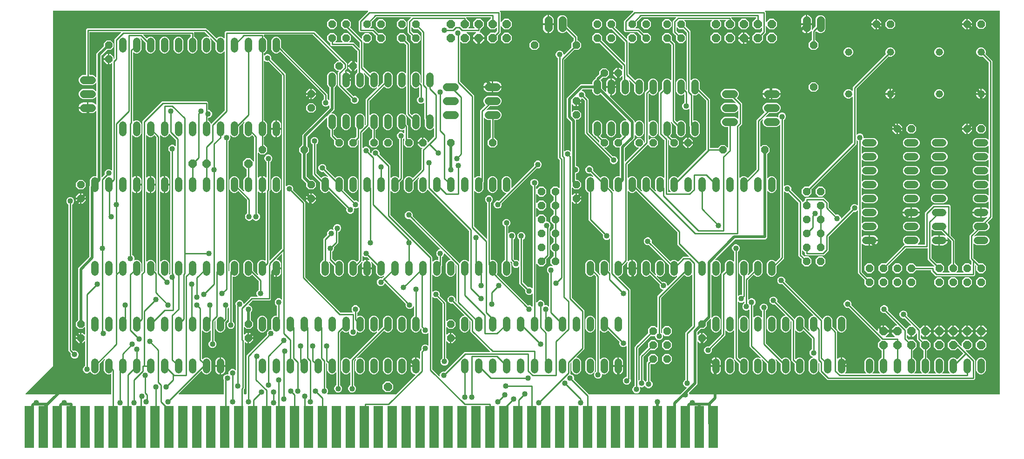
<source format=gbl>
G04 EAGLE Gerber RS-274X export*
G75*
%MOMM*%
%FSLAX34Y34*%
%LPD*%
%INBottom Copper*%
%IPPOS*%
%AMOC8*
5,1,8,0,0,1.08239X$1,22.5*%
G01*
%ADD10R,1.780000X7.620000*%
%ADD11P,1.539592X8X112.500000*%
%ADD12C,1.422400*%
%ADD13P,1.429621X8X202.500000*%
%ADD14P,1.429621X8X292.500000*%
%ADD15C,1.320800*%
%ADD16P,1.429621X8X22.500000*%
%ADD17P,1.429621X8X112.500000*%
%ADD18P,1.539592X8X22.500000*%
%ADD19P,1.649562X8X22.500000*%
%ADD20C,1.320800*%
%ADD21P,1.539592X8X202.500000*%
%ADD22P,1.539592X8X292.500000*%
%ADD23C,0.508000*%
%ADD24C,1.016000*%
%ADD25C,0.254000*%

G36*
X1799058Y100842D02*
X1799058Y100842D01*
X1799077Y100840D01*
X1799179Y100862D01*
X1799281Y100879D01*
X1799298Y100888D01*
X1799318Y100892D01*
X1799407Y100945D01*
X1799498Y100994D01*
X1799512Y101008D01*
X1799529Y101018D01*
X1799596Y101097D01*
X1799668Y101172D01*
X1799676Y101190D01*
X1799689Y101205D01*
X1799728Y101301D01*
X1799771Y101395D01*
X1799773Y101415D01*
X1799781Y101433D01*
X1799799Y101600D01*
X1799799Y798068D01*
X1799796Y798088D01*
X1799798Y798107D01*
X1799776Y798209D01*
X1799760Y798311D01*
X1799750Y798328D01*
X1799746Y798348D01*
X1799693Y798437D01*
X1799644Y798528D01*
X1799630Y798542D01*
X1799620Y798559D01*
X1799541Y798626D01*
X1799466Y798698D01*
X1799448Y798706D01*
X1799433Y798719D01*
X1799337Y798758D01*
X1799243Y798801D01*
X1799223Y798803D01*
X1799205Y798811D01*
X1799038Y798829D01*
X1373029Y798829D01*
X1372959Y798818D01*
X1372887Y798816D01*
X1372838Y798798D01*
X1372787Y798790D01*
X1372723Y798756D01*
X1372656Y798731D01*
X1372615Y798699D01*
X1372569Y798674D01*
X1372520Y798622D01*
X1372464Y798578D01*
X1372436Y798534D01*
X1372400Y798496D01*
X1372370Y798431D01*
X1372331Y798371D01*
X1372318Y798320D01*
X1372296Y798273D01*
X1372288Y798202D01*
X1372271Y798132D01*
X1372275Y798080D01*
X1372269Y798029D01*
X1372284Y797958D01*
X1372290Y797887D01*
X1372310Y797839D01*
X1372321Y797788D01*
X1372358Y797727D01*
X1372386Y797661D01*
X1372431Y797605D01*
X1372448Y797577D01*
X1372465Y797562D01*
X1372491Y797530D01*
X1373315Y796706D01*
X1373315Y779204D01*
X1373327Y779133D01*
X1373329Y779062D01*
X1373347Y779013D01*
X1373355Y778961D01*
X1373389Y778898D01*
X1373413Y778831D01*
X1373446Y778790D01*
X1373470Y778744D01*
X1373522Y778695D01*
X1373567Y778639D01*
X1373611Y778610D01*
X1373648Y778575D01*
X1373713Y778544D01*
X1373774Y778506D01*
X1373824Y778493D01*
X1373871Y778471D01*
X1373943Y778463D01*
X1374012Y778446D01*
X1374064Y778450D01*
X1374116Y778444D01*
X1374186Y778459D01*
X1374257Y778465D01*
X1374305Y778485D01*
X1374356Y778496D01*
X1374418Y778533D01*
X1374484Y778561D01*
X1374540Y778606D01*
X1374567Y778622D01*
X1374583Y778640D01*
X1374615Y778666D01*
X1380302Y784353D01*
X1388298Y784353D01*
X1393953Y778698D01*
X1393953Y770702D01*
X1388298Y765047D01*
X1380302Y765047D01*
X1374615Y770734D01*
X1374557Y770776D01*
X1374505Y770825D01*
X1374457Y770847D01*
X1374415Y770878D01*
X1374347Y770899D01*
X1374281Y770929D01*
X1374230Y770935D01*
X1374180Y770950D01*
X1374108Y770948D01*
X1374037Y770956D01*
X1373986Y770945D01*
X1373934Y770944D01*
X1373867Y770919D01*
X1373797Y770904D01*
X1373752Y770877D01*
X1373703Y770859D01*
X1373647Y770814D01*
X1373586Y770778D01*
X1373552Y770738D01*
X1373511Y770706D01*
X1373472Y770645D01*
X1373426Y770591D01*
X1373406Y770542D01*
X1373378Y770499D01*
X1373361Y770429D01*
X1373334Y770363D01*
X1373326Y770291D01*
X1373318Y770260D01*
X1373320Y770237D01*
X1373315Y770196D01*
X1373315Y759044D01*
X1368599Y754328D01*
X1368588Y754312D01*
X1368572Y754300D01*
X1368516Y754213D01*
X1368456Y754129D01*
X1368450Y754110D01*
X1368439Y754093D01*
X1368414Y753992D01*
X1368383Y753894D01*
X1368384Y753874D01*
X1368379Y753854D01*
X1368387Y753751D01*
X1368390Y753648D01*
X1368397Y753629D01*
X1368398Y753609D01*
X1368438Y753514D01*
X1368474Y753417D01*
X1368487Y753401D01*
X1368494Y753383D01*
X1368553Y753310D01*
X1368553Y745302D01*
X1362898Y739647D01*
X1354902Y739647D01*
X1349247Y745302D01*
X1349247Y753298D01*
X1354902Y758953D01*
X1362910Y758953D01*
X1362968Y758916D01*
X1363052Y758856D01*
X1363071Y758850D01*
X1363087Y758839D01*
X1363188Y758814D01*
X1363287Y758783D01*
X1363307Y758784D01*
X1363326Y758779D01*
X1363429Y758787D01*
X1363533Y758790D01*
X1363551Y758797D01*
X1363571Y758798D01*
X1363666Y758838D01*
X1363764Y758874D01*
X1363779Y758887D01*
X1363797Y758894D01*
X1363928Y758999D01*
X1366487Y761558D01*
X1366540Y761632D01*
X1366599Y761701D01*
X1366611Y761731D01*
X1366630Y761757D01*
X1366657Y761844D01*
X1366691Y761929D01*
X1366696Y761970D01*
X1366703Y761992D01*
X1366702Y762025D01*
X1366710Y762096D01*
X1366710Y767021D01*
X1366698Y767092D01*
X1366696Y767163D01*
X1366678Y767212D01*
X1366670Y767264D01*
X1366636Y767327D01*
X1366612Y767394D01*
X1366579Y767435D01*
X1366555Y767481D01*
X1366503Y767530D01*
X1366458Y767586D01*
X1366414Y767615D01*
X1366377Y767650D01*
X1366312Y767681D01*
X1366251Y767719D01*
X1366201Y767732D01*
X1366154Y767754D01*
X1366082Y767762D01*
X1366013Y767779D01*
X1365961Y767775D01*
X1365909Y767781D01*
X1365839Y767766D01*
X1365768Y767760D01*
X1365720Y767740D01*
X1365669Y767729D01*
X1365607Y767692D01*
X1365541Y767664D01*
X1365485Y767619D01*
X1365458Y767603D01*
X1365442Y767585D01*
X1365410Y767559D01*
X1362898Y765047D01*
X1354902Y765047D01*
X1349247Y770702D01*
X1349247Y778698D01*
X1354910Y784361D01*
X1354977Y784376D01*
X1355079Y784392D01*
X1355096Y784402D01*
X1355116Y784406D01*
X1355205Y784459D01*
X1355296Y784508D01*
X1355310Y784522D01*
X1355327Y784532D01*
X1355394Y784611D01*
X1355466Y784686D01*
X1355474Y784704D01*
X1355487Y784719D01*
X1355526Y784815D01*
X1355569Y784909D01*
X1355571Y784929D01*
X1355579Y784947D01*
X1355597Y785114D01*
X1355597Y786511D01*
X1355594Y786531D01*
X1355596Y786550D01*
X1355574Y786652D01*
X1355558Y786754D01*
X1355548Y786771D01*
X1355544Y786791D01*
X1355491Y786880D01*
X1355442Y786971D01*
X1355428Y786985D01*
X1355418Y787002D01*
X1355339Y787069D01*
X1355264Y787141D01*
X1355246Y787149D01*
X1355231Y787162D01*
X1355135Y787201D01*
X1355041Y787244D01*
X1355021Y787246D01*
X1355003Y787254D01*
X1354836Y787272D01*
X1312164Y787272D01*
X1312144Y787269D01*
X1312125Y787271D01*
X1312023Y787249D01*
X1311921Y787233D01*
X1311904Y787223D01*
X1311884Y787219D01*
X1311795Y787166D01*
X1311704Y787117D01*
X1311690Y787103D01*
X1311673Y787093D01*
X1311606Y787014D01*
X1311534Y786939D01*
X1311526Y786921D01*
X1311513Y786906D01*
X1311474Y786810D01*
X1311431Y786716D01*
X1311429Y786696D01*
X1311421Y786678D01*
X1311403Y786511D01*
X1311403Y785114D01*
X1311406Y785094D01*
X1311404Y785075D01*
X1311426Y784973D01*
X1311442Y784871D01*
X1311452Y784854D01*
X1311456Y784834D01*
X1311509Y784745D01*
X1311558Y784654D01*
X1311572Y784640D01*
X1311582Y784623D01*
X1311661Y784556D01*
X1311736Y784484D01*
X1311754Y784476D01*
X1311769Y784463D01*
X1311865Y784424D01*
X1311959Y784381D01*
X1311979Y784379D01*
X1311997Y784371D01*
X1312090Y784361D01*
X1317753Y778698D01*
X1317753Y770702D01*
X1312098Y765047D01*
X1304102Y765047D01*
X1298447Y770702D01*
X1298447Y778698D01*
X1300959Y781210D01*
X1301001Y781268D01*
X1301050Y781320D01*
X1301072Y781368D01*
X1301103Y781410D01*
X1301124Y781478D01*
X1301154Y781544D01*
X1301160Y781595D01*
X1301175Y781645D01*
X1301173Y781717D01*
X1301181Y781788D01*
X1301170Y781839D01*
X1301169Y781891D01*
X1301144Y781958D01*
X1301129Y782028D01*
X1301102Y782073D01*
X1301084Y782122D01*
X1301039Y782178D01*
X1301003Y782239D01*
X1300963Y782273D01*
X1300931Y782314D01*
X1300870Y782353D01*
X1300816Y782399D01*
X1300767Y782419D01*
X1300724Y782447D01*
X1300654Y782464D01*
X1300588Y782491D01*
X1300516Y782499D01*
X1300485Y782507D01*
X1300462Y782505D01*
X1300421Y782510D01*
X1290379Y782510D01*
X1290308Y782498D01*
X1290237Y782496D01*
X1290188Y782478D01*
X1290136Y782470D01*
X1290073Y782436D01*
X1290006Y782412D01*
X1289965Y782379D01*
X1289919Y782355D01*
X1289870Y782303D01*
X1289814Y782258D01*
X1289785Y782214D01*
X1289750Y782177D01*
X1289719Y782112D01*
X1289681Y782051D01*
X1289668Y782001D01*
X1289646Y781954D01*
X1289638Y781882D01*
X1289621Y781813D01*
X1289625Y781761D01*
X1289619Y781709D01*
X1289634Y781639D01*
X1289640Y781568D01*
X1289660Y781520D01*
X1289671Y781469D01*
X1289708Y781407D01*
X1289736Y781341D01*
X1289781Y781285D01*
X1289797Y781258D01*
X1289815Y781242D01*
X1289841Y781210D01*
X1292353Y778698D01*
X1292353Y770702D01*
X1286698Y765047D01*
X1278702Y765047D01*
X1273047Y770702D01*
X1273047Y778698D01*
X1275559Y781210D01*
X1275601Y781268D01*
X1275650Y781320D01*
X1275672Y781368D01*
X1275703Y781410D01*
X1275724Y781478D01*
X1275754Y781544D01*
X1275760Y781595D01*
X1275775Y781645D01*
X1275773Y781717D01*
X1275781Y781788D01*
X1275770Y781839D01*
X1275769Y781891D01*
X1275744Y781958D01*
X1275729Y782028D01*
X1275702Y782073D01*
X1275684Y782122D01*
X1275639Y782178D01*
X1275603Y782239D01*
X1275563Y782273D01*
X1275531Y782314D01*
X1275470Y782353D01*
X1275416Y782399D01*
X1275367Y782419D01*
X1275324Y782447D01*
X1275254Y782464D01*
X1275188Y782491D01*
X1275116Y782499D01*
X1275085Y782507D01*
X1275062Y782505D01*
X1275021Y782510D01*
X1226161Y782510D01*
X1226090Y782498D01*
X1226018Y782496D01*
X1225969Y782478D01*
X1225918Y782470D01*
X1225855Y782436D01*
X1225787Y782412D01*
X1225747Y782379D01*
X1225700Y782355D01*
X1225651Y782303D01*
X1225595Y782258D01*
X1225567Y782214D01*
X1225531Y782177D01*
X1225501Y782112D01*
X1225462Y782051D01*
X1225449Y782001D01*
X1225427Y781954D01*
X1225420Y781882D01*
X1225402Y781813D01*
X1225406Y781761D01*
X1225400Y781709D01*
X1225416Y781639D01*
X1225421Y781568D01*
X1225442Y781520D01*
X1225453Y781469D01*
X1225489Y781407D01*
X1225518Y781341D01*
X1225562Y781285D01*
X1225579Y781258D01*
X1225597Y781242D01*
X1225622Y781210D01*
X1228345Y778488D01*
X1228345Y770740D01*
X1228324Y770673D01*
X1228325Y770653D01*
X1228320Y770633D01*
X1228328Y770530D01*
X1228330Y770427D01*
X1228337Y770408D01*
X1228339Y770388D01*
X1228379Y770293D01*
X1228415Y770196D01*
X1228427Y770180D01*
X1228435Y770162D01*
X1228540Y770031D01*
X1236790Y761781D01*
X1236790Y673246D01*
X1236802Y673176D01*
X1236804Y673104D01*
X1236822Y673055D01*
X1236830Y673003D01*
X1236864Y672940D01*
X1236888Y672873D01*
X1236921Y672832D01*
X1236945Y672786D01*
X1236997Y672737D01*
X1237042Y672681D01*
X1237086Y672653D01*
X1237123Y672617D01*
X1237188Y672587D01*
X1237249Y672548D01*
X1237299Y672535D01*
X1237346Y672513D01*
X1237418Y672505D01*
X1237487Y672488D01*
X1237539Y672492D01*
X1237591Y672486D01*
X1237661Y672501D01*
X1237732Y672507D01*
X1237780Y672527D01*
X1237831Y672538D01*
X1237893Y672575D01*
X1237959Y672603D01*
X1238015Y672648D01*
X1238042Y672664D01*
X1238058Y672682D01*
X1238090Y672708D01*
X1239708Y674326D01*
X1242882Y675641D01*
X1246318Y675641D01*
X1249492Y674326D01*
X1251922Y671896D01*
X1253237Y668722D01*
X1253237Y656749D01*
X1253251Y656659D01*
X1253259Y656568D01*
X1253271Y656539D01*
X1253276Y656507D01*
X1253319Y656426D01*
X1253355Y656342D01*
X1253381Y656310D01*
X1253392Y656289D01*
X1253415Y656267D01*
X1253460Y656211D01*
X1271715Y637956D01*
X1271715Y550164D01*
X1271718Y550144D01*
X1271716Y550125D01*
X1271738Y550023D01*
X1271755Y549921D01*
X1271764Y549904D01*
X1271769Y549884D01*
X1271822Y549795D01*
X1271870Y549704D01*
X1271884Y549690D01*
X1271895Y549673D01*
X1271973Y549606D01*
X1272048Y549534D01*
X1272066Y549526D01*
X1272082Y549513D01*
X1272178Y549474D01*
X1272271Y549431D01*
X1272291Y549429D01*
X1272310Y549421D01*
X1272476Y549403D01*
X1286173Y549403D01*
X1286263Y549417D01*
X1286354Y549425D01*
X1286384Y549437D01*
X1286416Y549442D01*
X1286497Y549485D01*
X1286581Y549521D01*
X1286613Y549547D01*
X1286633Y549558D01*
X1286656Y549581D01*
X1286712Y549626D01*
X1291823Y554737D01*
X1298977Y554737D01*
X1303498Y550216D01*
X1303556Y550175D01*
X1303608Y550125D01*
X1303655Y550103D01*
X1303697Y550073D01*
X1303766Y550052D01*
X1303831Y550022D01*
X1303883Y550016D01*
X1303933Y550001D01*
X1304004Y550002D01*
X1304075Y549994D01*
X1304126Y550006D01*
X1304178Y550007D01*
X1304246Y550032D01*
X1304316Y550047D01*
X1304361Y550073D01*
X1304409Y550091D01*
X1304465Y550136D01*
X1304527Y550173D01*
X1304561Y550212D01*
X1304601Y550245D01*
X1304640Y550305D01*
X1304687Y550360D01*
X1304706Y550408D01*
X1304734Y550452D01*
X1304752Y550521D01*
X1304779Y550588D01*
X1304787Y550659D01*
X1304795Y550690D01*
X1304793Y550714D01*
X1304797Y550755D01*
X1304797Y586994D01*
X1304794Y587014D01*
X1304796Y587033D01*
X1304774Y587135D01*
X1304758Y587237D01*
X1304748Y587254D01*
X1304744Y587274D01*
X1304691Y587363D01*
X1304642Y587454D01*
X1304628Y587468D01*
X1304618Y587485D01*
X1304539Y587552D01*
X1304464Y587624D01*
X1304446Y587632D01*
X1304431Y587645D01*
X1304335Y587684D01*
X1304241Y587727D01*
X1304221Y587729D01*
X1304203Y587737D01*
X1304036Y587755D01*
X1299169Y587755D01*
X1295808Y589147D01*
X1293235Y591720D01*
X1291843Y595081D01*
X1291843Y598719D01*
X1293235Y602080D01*
X1295808Y604653D01*
X1299169Y606045D01*
X1317031Y606045D01*
X1320392Y604653D01*
X1322548Y602497D01*
X1322606Y602455D01*
X1322658Y602406D01*
X1322705Y602384D01*
X1322747Y602353D01*
X1322816Y602332D01*
X1322881Y602302D01*
X1322933Y602296D01*
X1322983Y602281D01*
X1323054Y602283D01*
X1323125Y602275D01*
X1323176Y602286D01*
X1323228Y602287D01*
X1323296Y602312D01*
X1323366Y602327D01*
X1323411Y602354D01*
X1323459Y602372D01*
X1323515Y602417D01*
X1323577Y602453D01*
X1323611Y602493D01*
X1323651Y602525D01*
X1323690Y602586D01*
X1323737Y602640D01*
X1323756Y602689D01*
X1323784Y602732D01*
X1323802Y602802D01*
X1323829Y602868D01*
X1323837Y602940D01*
X1323845Y602971D01*
X1323843Y602994D01*
X1323847Y603035D01*
X1323847Y616165D01*
X1323836Y616236D01*
X1323834Y616307D01*
X1323816Y616356D01*
X1323808Y616408D01*
X1323774Y616471D01*
X1323749Y616538D01*
X1323717Y616579D01*
X1323692Y616625D01*
X1323640Y616674D01*
X1323596Y616730D01*
X1323552Y616759D01*
X1323514Y616794D01*
X1323449Y616825D01*
X1323389Y616863D01*
X1323338Y616876D01*
X1323291Y616898D01*
X1323220Y616906D01*
X1323150Y616923D01*
X1323098Y616919D01*
X1323047Y616925D01*
X1322976Y616910D01*
X1322905Y616904D01*
X1322857Y616884D01*
X1322806Y616873D01*
X1322745Y616836D01*
X1322679Y616808D01*
X1322623Y616763D01*
X1322595Y616747D01*
X1322580Y616729D01*
X1322548Y616703D01*
X1320392Y614547D01*
X1317031Y613155D01*
X1299169Y613155D01*
X1295808Y614547D01*
X1293235Y617120D01*
X1291843Y620481D01*
X1291843Y624119D01*
X1293235Y627480D01*
X1295808Y630053D01*
X1299169Y631445D01*
X1317031Y631445D01*
X1318025Y631033D01*
X1318120Y631011D01*
X1318213Y630982D01*
X1318239Y630983D01*
X1318265Y630977D01*
X1318361Y630986D01*
X1318459Y630988D01*
X1318483Y630997D01*
X1318509Y631000D01*
X1318598Y631040D01*
X1318690Y631073D01*
X1318710Y631089D01*
X1318734Y631100D01*
X1318806Y631166D01*
X1318882Y631227D01*
X1318896Y631249D01*
X1318915Y631266D01*
X1318962Y631352D01*
X1319015Y631434D01*
X1319021Y631459D01*
X1319034Y631482D01*
X1319051Y631578D01*
X1319075Y631672D01*
X1319073Y631698D01*
X1319078Y631724D01*
X1319063Y631820D01*
X1319056Y631917D01*
X1319046Y631941D01*
X1319042Y631967D01*
X1318998Y632054D01*
X1318960Y632144D01*
X1318939Y632169D01*
X1318930Y632186D01*
X1318907Y632210D01*
X1318855Y632275D01*
X1312797Y638332D01*
X1312723Y638385D01*
X1312654Y638445D01*
X1312623Y638457D01*
X1312597Y638476D01*
X1312510Y638503D01*
X1312425Y638537D01*
X1312384Y638541D01*
X1312362Y638548D01*
X1312330Y638547D01*
X1312259Y638555D01*
X1299169Y638555D01*
X1295808Y639947D01*
X1293235Y642520D01*
X1291843Y645881D01*
X1291843Y649519D01*
X1293235Y652880D01*
X1295808Y655453D01*
X1299169Y656845D01*
X1317031Y656845D01*
X1320392Y655453D01*
X1322965Y652880D01*
X1324357Y649519D01*
X1324357Y645881D01*
X1322965Y642520D01*
X1320996Y640551D01*
X1320984Y640535D01*
X1320969Y640523D01*
X1320913Y640436D01*
X1320852Y640352D01*
X1320847Y640333D01*
X1320836Y640316D01*
X1320810Y640215D01*
X1320780Y640117D01*
X1320781Y640097D01*
X1320776Y640077D01*
X1320784Y639974D01*
X1320786Y639871D01*
X1320793Y639852D01*
X1320795Y639832D01*
X1320835Y639737D01*
X1320871Y639640D01*
X1320883Y639624D01*
X1320891Y639606D01*
X1320996Y639475D01*
X1330453Y630018D01*
X1330453Y592357D01*
X1325913Y587817D01*
X1325867Y587753D01*
X1325822Y587706D01*
X1325815Y587691D01*
X1325801Y587674D01*
X1325788Y587644D01*
X1325770Y587618D01*
X1325747Y587544D01*
X1325718Y587483D01*
X1325716Y587465D01*
X1325709Y587446D01*
X1325704Y587405D01*
X1325697Y587383D01*
X1325698Y587350D01*
X1325690Y587279D01*
X1325690Y495446D01*
X1325702Y495376D01*
X1325704Y495304D01*
X1325722Y495255D01*
X1325730Y495203D01*
X1325764Y495140D01*
X1325788Y495073D01*
X1325821Y495032D01*
X1325845Y494986D01*
X1325897Y494937D01*
X1325942Y494881D01*
X1325986Y494853D01*
X1326023Y494817D01*
X1326088Y494787D01*
X1326149Y494748D01*
X1326199Y494735D01*
X1326246Y494713D01*
X1326318Y494705D01*
X1326387Y494688D01*
X1326439Y494692D01*
X1326491Y494686D01*
X1326561Y494701D01*
X1326632Y494707D01*
X1326680Y494727D01*
X1326731Y494738D01*
X1326793Y494775D01*
X1326859Y494803D01*
X1326915Y494848D01*
X1326942Y494864D01*
X1326958Y494882D01*
X1326990Y494908D01*
X1328608Y496526D01*
X1331782Y497841D01*
X1335218Y497841D01*
X1338392Y496526D01*
X1340035Y494883D01*
X1340052Y494871D01*
X1340064Y494856D01*
X1340151Y494800D01*
X1340235Y494739D01*
X1340254Y494733D01*
X1340271Y494723D01*
X1340371Y494697D01*
X1340470Y494667D01*
X1340490Y494667D01*
X1340509Y494663D01*
X1340612Y494671D01*
X1340716Y494673D01*
X1340735Y494680D01*
X1340755Y494682D01*
X1340850Y494722D01*
X1340947Y494758D01*
X1340963Y494770D01*
X1340981Y494778D01*
X1341112Y494883D01*
X1356962Y510733D01*
X1357015Y510807D01*
X1357074Y510876D01*
X1357087Y510906D01*
X1357105Y510932D01*
X1357132Y511019D01*
X1357166Y511104D01*
X1357171Y511145D01*
X1357178Y511167D01*
X1357177Y511200D01*
X1357185Y511271D01*
X1357185Y599856D01*
X1371404Y614075D01*
X1371416Y614091D01*
X1371431Y614103D01*
X1371487Y614191D01*
X1371548Y614275D01*
X1371553Y614293D01*
X1371564Y614310D01*
X1371590Y614411D01*
X1371620Y614510D01*
X1371619Y614530D01*
X1371624Y614549D01*
X1371616Y614652D01*
X1371614Y614755D01*
X1371607Y614774D01*
X1371605Y614794D01*
X1371565Y614889D01*
X1371529Y614987D01*
X1371517Y615002D01*
X1371509Y615020D01*
X1371404Y615151D01*
X1369435Y617120D01*
X1368043Y620481D01*
X1368043Y624119D01*
X1369435Y627480D01*
X1372008Y630053D01*
X1375369Y631445D01*
X1393231Y631445D01*
X1396592Y630053D01*
X1399165Y627480D01*
X1400557Y624119D01*
X1400557Y620481D01*
X1399165Y617120D01*
X1396592Y614547D01*
X1393231Y613155D01*
X1380141Y613155D01*
X1380051Y613141D01*
X1379960Y613133D01*
X1379931Y613121D01*
X1379899Y613116D01*
X1379818Y613073D01*
X1379734Y613037D01*
X1379702Y613011D01*
X1379681Y613000D01*
X1379659Y612977D01*
X1379603Y612932D01*
X1373545Y606875D01*
X1373488Y606795D01*
X1373426Y606720D01*
X1373417Y606696D01*
X1373402Y606675D01*
X1373373Y606582D01*
X1373338Y606491D01*
X1373337Y606465D01*
X1373329Y606440D01*
X1373332Y606342D01*
X1373328Y606245D01*
X1373335Y606220D01*
X1373336Y606194D01*
X1373369Y606102D01*
X1373396Y606009D01*
X1373411Y605987D01*
X1373420Y605963D01*
X1373481Y605887D01*
X1373537Y605807D01*
X1373558Y605791D01*
X1373574Y605771D01*
X1373656Y605718D01*
X1373734Y605660D01*
X1373759Y605652D01*
X1373781Y605638D01*
X1373875Y605614D01*
X1373968Y605584D01*
X1373994Y605584D01*
X1374019Y605578D01*
X1374116Y605585D01*
X1374214Y605586D01*
X1374245Y605595D01*
X1374265Y605597D01*
X1374295Y605610D01*
X1374375Y605633D01*
X1375369Y606045D01*
X1393231Y606045D01*
X1395185Y605235D01*
X1395229Y605225D01*
X1395271Y605206D01*
X1395348Y605197D01*
X1395424Y605179D01*
X1395470Y605184D01*
X1395515Y605179D01*
X1395592Y605195D01*
X1395669Y605202D01*
X1395711Y605221D01*
X1395756Y605231D01*
X1395823Y605271D01*
X1395894Y605302D01*
X1395928Y605333D01*
X1395967Y605357D01*
X1396018Y605416D01*
X1396075Y605469D01*
X1396097Y605509D01*
X1396127Y605544D01*
X1396156Y605616D01*
X1396193Y605684D01*
X1396202Y605729D01*
X1396219Y605772D01*
X1396234Y605908D01*
X1396237Y605926D01*
X1396236Y605931D01*
X1396237Y605939D01*
X1396237Y607840D01*
X1397320Y610454D01*
X1399321Y612455D01*
X1401935Y613538D01*
X1404765Y613538D01*
X1407379Y612455D01*
X1409380Y610454D01*
X1410463Y607840D01*
X1410463Y605010D01*
X1409380Y602396D01*
X1407379Y600395D01*
X1407123Y600289D01*
X1407024Y600228D01*
X1406923Y600167D01*
X1406919Y600163D01*
X1406914Y600159D01*
X1406840Y600070D01*
X1406763Y599981D01*
X1406761Y599975D01*
X1406757Y599970D01*
X1406715Y599862D01*
X1406671Y599752D01*
X1406670Y599745D01*
X1406669Y599740D01*
X1406668Y599722D01*
X1406653Y599586D01*
X1406653Y480337D01*
X1406664Y480266D01*
X1406666Y480195D01*
X1406684Y480146D01*
X1406692Y480094D01*
X1406726Y480031D01*
X1406751Y479964D01*
X1406783Y479923D01*
X1406808Y479877D01*
X1406860Y479827D01*
X1406904Y479771D01*
X1406948Y479743D01*
X1406986Y479707D01*
X1407051Y479677D01*
X1407111Y479638D01*
X1407162Y479626D01*
X1407209Y479604D01*
X1407280Y479596D01*
X1407350Y479578D01*
X1407402Y479582D01*
X1407453Y479577D01*
X1407524Y479592D01*
X1407595Y479598D01*
X1407643Y479618D01*
X1407694Y479629D01*
X1407755Y479666D01*
X1407821Y479694D01*
X1407877Y479739D01*
X1407905Y479755D01*
X1407920Y479773D01*
X1407952Y479799D01*
X1408846Y480692D01*
X1411460Y481775D01*
X1414290Y481775D01*
X1416904Y480692D01*
X1418905Y478692D01*
X1419988Y476077D01*
X1419988Y473248D01*
X1419882Y472991D01*
X1419855Y472878D01*
X1419826Y472764D01*
X1419827Y472758D01*
X1419825Y472752D01*
X1419836Y472635D01*
X1419845Y472519D01*
X1419848Y472513D01*
X1419848Y472507D01*
X1419896Y472399D01*
X1419942Y472293D01*
X1419946Y472287D01*
X1419948Y472282D01*
X1419961Y472268D01*
X1420047Y472162D01*
X1437833Y454376D01*
X1439990Y452218D01*
X1439990Y451461D01*
X1440002Y451390D01*
X1440004Y451318D01*
X1440022Y451269D01*
X1440030Y451218D01*
X1440064Y451155D01*
X1440088Y451087D01*
X1440121Y451047D01*
X1440145Y451000D01*
X1440197Y450951D01*
X1440242Y450895D01*
X1440286Y450867D01*
X1440323Y450831D01*
X1440388Y450801D01*
X1440449Y450762D01*
X1440499Y450749D01*
X1440546Y450727D01*
X1440618Y450720D01*
X1440687Y450702D01*
X1440739Y450706D01*
X1440791Y450700D01*
X1440861Y450716D01*
X1440932Y450721D01*
X1440980Y450742D01*
X1441031Y450753D01*
X1441093Y450789D01*
X1441159Y450818D01*
X1441215Y450862D01*
X1441242Y450879D01*
X1441258Y450897D01*
X1441290Y450922D01*
X1444134Y453767D01*
X1444196Y453800D01*
X1444210Y453814D01*
X1444227Y453824D01*
X1444294Y453903D01*
X1444366Y453978D01*
X1444374Y453996D01*
X1444387Y454011D01*
X1444426Y454107D01*
X1444469Y454201D01*
X1444471Y454221D01*
X1444479Y454239D01*
X1444497Y454406D01*
X1444497Y456981D01*
X1446432Y458915D01*
X1479331Y458915D01*
X1487615Y450631D01*
X1487615Y441421D01*
X1487630Y441331D01*
X1487637Y441240D01*
X1487650Y441210D01*
X1487655Y441178D01*
X1487698Y441097D01*
X1487733Y441014D01*
X1487759Y440981D01*
X1487770Y440961D01*
X1487793Y440939D01*
X1487838Y440883D01*
X1500862Y427859D01*
X1500957Y427791D01*
X1501050Y427721D01*
X1501056Y427719D01*
X1501061Y427716D01*
X1501173Y427681D01*
X1501284Y427645D01*
X1501291Y427645D01*
X1501297Y427643D01*
X1501413Y427646D01*
X1501530Y427647D01*
X1501537Y427649D01*
X1501542Y427650D01*
X1501560Y427656D01*
X1501691Y427694D01*
X1501948Y427800D01*
X1504777Y427800D01*
X1507392Y426717D01*
X1509392Y424717D01*
X1510475Y422102D01*
X1510475Y421609D01*
X1510487Y421538D01*
X1510489Y421466D01*
X1510507Y421417D01*
X1510515Y421366D01*
X1510548Y421303D01*
X1510573Y421235D01*
X1510606Y421195D01*
X1510630Y421149D01*
X1510682Y421099D01*
X1510727Y421043D01*
X1510771Y421015D01*
X1510808Y420979D01*
X1510873Y420949D01*
X1510934Y420910D01*
X1510984Y420898D01*
X1511031Y420876D01*
X1511103Y420868D01*
X1511172Y420850D01*
X1511224Y420854D01*
X1511276Y420849D01*
X1511346Y420864D01*
X1511417Y420869D01*
X1511465Y420890D01*
X1511516Y420901D01*
X1511578Y420938D01*
X1511644Y420966D01*
X1511700Y421010D01*
X1511727Y421027D01*
X1511743Y421045D01*
X1511775Y421071D01*
X1527941Y437237D01*
X1528009Y437332D01*
X1528079Y437425D01*
X1528081Y437431D01*
X1528084Y437436D01*
X1528119Y437548D01*
X1528155Y437659D01*
X1528155Y437666D01*
X1528157Y437672D01*
X1528154Y437788D01*
X1528153Y437905D01*
X1528151Y437912D01*
X1528150Y437917D01*
X1528144Y437935D01*
X1528106Y438066D01*
X1528000Y438323D01*
X1528000Y441152D01*
X1529083Y443767D01*
X1531083Y445767D01*
X1533698Y446850D01*
X1536527Y446850D01*
X1539142Y445767D01*
X1540035Y444874D01*
X1540093Y444832D01*
X1540145Y444782D01*
X1540193Y444761D01*
X1540235Y444730D01*
X1540303Y444709D01*
X1540369Y444679D01*
X1540420Y444673D01*
X1540470Y444658D01*
X1540542Y444660D01*
X1540613Y444652D01*
X1540664Y444663D01*
X1540716Y444664D01*
X1540783Y444689D01*
X1540853Y444704D01*
X1540898Y444731D01*
X1540947Y444749D01*
X1541003Y444793D01*
X1541064Y444830D01*
X1541098Y444870D01*
X1541139Y444902D01*
X1541178Y444963D01*
X1541224Y445017D01*
X1541244Y445065D01*
X1541272Y445109D01*
X1541289Y445179D01*
X1541316Y445245D01*
X1541324Y445317D01*
X1541332Y445348D01*
X1541330Y445371D01*
X1541335Y445412D01*
X1541335Y561486D01*
X1541316Y561600D01*
X1541299Y561717D01*
X1541296Y561722D01*
X1541295Y561728D01*
X1541241Y561831D01*
X1541187Y561936D01*
X1541183Y561940D01*
X1541180Y561946D01*
X1541095Y562026D01*
X1541012Y562108D01*
X1541005Y562112D01*
X1541002Y562115D01*
X1540985Y562123D01*
X1540865Y562189D01*
X1540608Y562295D01*
X1539715Y563189D01*
X1539657Y563231D01*
X1539605Y563280D01*
X1539557Y563302D01*
X1539515Y563332D01*
X1539447Y563353D01*
X1539381Y563384D01*
X1539330Y563389D01*
X1539280Y563405D01*
X1539208Y563403D01*
X1539137Y563411D01*
X1539086Y563400D01*
X1539034Y563398D01*
X1538967Y563374D01*
X1538897Y563359D01*
X1538852Y563332D01*
X1538803Y563314D01*
X1538747Y563269D01*
X1538686Y563232D01*
X1538652Y563193D01*
X1538611Y563160D01*
X1538572Y563100D01*
X1538526Y563045D01*
X1538506Y562997D01*
X1538478Y562953D01*
X1538461Y562884D01*
X1538434Y562817D01*
X1538426Y562746D01*
X1538418Y562715D01*
X1538420Y562691D01*
X1538415Y562651D01*
X1538415Y555844D01*
X1457140Y474569D01*
X1457128Y474553D01*
X1457113Y474541D01*
X1457057Y474453D01*
X1456996Y474369D01*
X1456991Y474351D01*
X1456980Y474334D01*
X1456954Y474233D01*
X1456924Y474134D01*
X1456925Y474114D01*
X1456920Y474095D01*
X1456928Y473992D01*
X1456930Y473888D01*
X1456937Y473870D01*
X1456939Y473850D01*
X1456945Y473836D01*
X1456945Y466112D01*
X1451588Y460755D01*
X1444012Y460755D01*
X1438655Y466112D01*
X1438655Y473688D01*
X1444012Y479045D01*
X1451760Y479045D01*
X1451827Y479024D01*
X1451847Y479025D01*
X1451867Y479020D01*
X1451970Y479028D01*
X1452073Y479030D01*
X1452092Y479037D01*
X1452112Y479039D01*
X1452207Y479079D01*
X1452304Y479115D01*
X1452320Y479127D01*
X1452338Y479135D01*
X1452469Y479240D01*
X1531587Y558358D01*
X1531640Y558432D01*
X1531699Y558501D01*
X1531712Y558531D01*
X1531730Y558557D01*
X1531757Y558644D01*
X1531791Y558729D01*
X1531796Y558770D01*
X1531803Y558792D01*
X1531802Y558825D01*
X1531810Y558896D01*
X1531810Y641458D01*
X1531798Y641528D01*
X1531796Y641600D01*
X1531778Y641649D01*
X1531770Y641701D01*
X1531736Y641764D01*
X1531712Y641831D01*
X1531679Y641872D01*
X1531655Y641918D01*
X1531603Y641967D01*
X1531558Y642023D01*
X1531514Y642051D01*
X1531477Y642087D01*
X1531412Y642117D01*
X1531351Y642156D01*
X1531301Y642169D01*
X1531254Y642191D01*
X1531182Y642199D01*
X1531113Y642216D01*
X1531061Y642212D01*
X1531009Y642218D01*
X1530939Y642203D01*
X1530868Y642197D01*
X1530820Y642177D01*
X1530769Y642166D01*
X1530707Y642129D01*
X1530641Y642101D01*
X1530585Y642056D01*
X1530558Y642040D01*
X1530542Y642022D01*
X1530510Y641996D01*
X1528892Y640378D01*
X1525718Y639063D01*
X1522282Y639063D01*
X1519108Y640378D01*
X1516678Y642808D01*
X1515363Y645982D01*
X1515363Y649418D01*
X1516678Y652592D01*
X1519108Y655022D01*
X1522282Y656337D01*
X1525718Y656337D01*
X1528892Y655022D01*
X1530510Y653404D01*
X1530568Y653362D01*
X1530620Y653313D01*
X1530668Y653291D01*
X1530710Y653260D01*
X1530778Y653239D01*
X1530844Y653209D01*
X1530895Y653203D01*
X1530945Y653188D01*
X1531017Y653190D01*
X1531088Y653182D01*
X1531139Y653193D01*
X1531191Y653194D01*
X1531258Y653219D01*
X1531328Y653234D01*
X1531373Y653261D01*
X1531422Y653279D01*
X1531478Y653324D01*
X1531539Y653360D01*
X1531573Y653400D01*
X1531614Y653433D01*
X1531653Y653493D01*
X1531699Y653547D01*
X1531719Y653596D01*
X1531747Y653639D01*
X1531764Y653709D01*
X1531791Y653776D01*
X1531799Y653847D01*
X1531807Y653878D01*
X1531805Y653901D01*
X1531810Y653942D01*
X1531810Y660181D01*
X1591862Y720233D01*
X1591930Y720327D01*
X1592000Y720421D01*
X1592002Y720428D01*
X1592006Y720433D01*
X1592040Y720543D01*
X1592076Y720655D01*
X1592076Y720662D01*
X1592078Y720668D01*
X1592075Y720784D01*
X1592074Y720901D01*
X1592072Y720908D01*
X1592072Y720914D01*
X1592065Y720931D01*
X1592027Y721062D01*
X1591563Y722182D01*
X1591563Y725618D01*
X1592878Y728792D01*
X1595308Y731222D01*
X1598482Y732537D01*
X1601918Y732537D01*
X1605092Y731222D01*
X1607522Y728792D01*
X1608837Y725618D01*
X1608837Y722182D01*
X1607522Y719008D01*
X1605092Y716578D01*
X1601918Y715263D01*
X1598482Y715263D01*
X1597362Y715727D01*
X1597249Y715754D01*
X1597135Y715782D01*
X1597129Y715782D01*
X1597123Y715783D01*
X1597006Y715772D01*
X1596890Y715763D01*
X1596884Y715761D01*
X1596878Y715760D01*
X1596771Y715712D01*
X1596664Y715667D01*
X1596658Y715662D01*
X1596653Y715660D01*
X1596640Y715647D01*
X1596533Y715562D01*
X1538638Y657667D01*
X1538585Y657593D01*
X1538526Y657524D01*
X1538513Y657494D01*
X1538495Y657468D01*
X1538468Y657381D01*
X1538434Y657296D01*
X1538429Y657255D01*
X1538422Y657233D01*
X1538423Y657200D01*
X1538415Y657129D01*
X1538415Y573999D01*
X1538427Y573929D01*
X1538429Y573857D01*
X1538447Y573808D01*
X1538455Y573757D01*
X1538489Y573693D01*
X1538513Y573626D01*
X1538546Y573585D01*
X1538570Y573539D01*
X1538622Y573490D01*
X1538667Y573434D01*
X1538711Y573406D01*
X1538748Y573370D01*
X1538813Y573340D01*
X1538874Y573301D01*
X1538924Y573288D01*
X1538971Y573266D01*
X1539043Y573258D01*
X1539112Y573241D01*
X1539164Y573245D01*
X1539216Y573239D01*
X1539286Y573254D01*
X1539357Y573260D01*
X1539405Y573280D01*
X1539456Y573291D01*
X1539518Y573328D01*
X1539584Y573356D01*
X1539640Y573401D01*
X1539667Y573418D01*
X1539683Y573435D01*
X1539715Y573461D01*
X1540608Y574355D01*
X1543223Y575438D01*
X1546052Y575438D01*
X1548667Y574355D01*
X1550667Y572354D01*
X1551750Y569740D01*
X1551750Y567736D01*
X1551758Y567691D01*
X1551756Y567645D01*
X1551777Y567570D01*
X1551790Y567493D01*
X1551811Y567453D01*
X1551824Y567409D01*
X1551869Y567345D01*
X1551905Y567276D01*
X1551938Y567244D01*
X1551964Y567207D01*
X1552027Y567160D01*
X1552083Y567107D01*
X1552125Y567087D01*
X1552162Y567060D01*
X1552236Y567036D01*
X1552306Y567003D01*
X1552352Y566998D01*
X1552396Y566984D01*
X1552474Y566984D01*
X1552551Y566976D01*
X1552596Y566986D01*
X1552642Y566986D01*
X1552773Y567024D01*
X1552791Y567028D01*
X1552796Y567031D01*
X1552803Y567033D01*
X1553778Y567437D01*
X1570422Y567437D01*
X1573596Y566122D01*
X1576026Y563692D01*
X1577341Y560518D01*
X1577341Y557082D01*
X1576026Y553908D01*
X1573596Y551478D01*
X1570422Y550163D01*
X1553778Y550163D01*
X1550604Y551478D01*
X1549240Y552842D01*
X1549182Y552884D01*
X1549130Y552933D01*
X1549082Y552955D01*
X1549040Y552986D01*
X1548972Y553007D01*
X1548906Y553037D01*
X1548855Y553043D01*
X1548805Y553058D01*
X1548733Y553056D01*
X1548662Y553064D01*
X1548611Y553053D01*
X1548559Y553052D01*
X1548492Y553027D01*
X1548422Y553012D01*
X1548377Y552985D01*
X1548328Y552967D01*
X1548272Y552922D01*
X1548211Y552886D01*
X1548177Y552846D01*
X1548136Y552813D01*
X1548097Y552753D01*
X1548051Y552699D01*
X1548031Y552650D01*
X1548003Y552607D01*
X1547986Y552537D01*
X1547959Y552470D01*
X1547951Y552399D01*
X1547943Y552368D01*
X1547945Y552345D01*
X1547940Y552304D01*
X1547940Y539896D01*
X1547952Y539826D01*
X1547954Y539754D01*
X1547972Y539705D01*
X1547980Y539653D01*
X1548014Y539590D01*
X1548038Y539523D01*
X1548071Y539482D01*
X1548095Y539436D01*
X1548147Y539387D01*
X1548192Y539331D01*
X1548236Y539303D01*
X1548273Y539267D01*
X1548338Y539237D01*
X1548399Y539198D01*
X1548449Y539185D01*
X1548496Y539163D01*
X1548568Y539155D01*
X1548637Y539138D01*
X1548689Y539142D01*
X1548741Y539136D01*
X1548811Y539151D01*
X1548882Y539157D01*
X1548930Y539177D01*
X1548981Y539188D01*
X1549043Y539225D01*
X1549109Y539253D01*
X1549165Y539298D01*
X1549192Y539314D01*
X1549208Y539332D01*
X1549240Y539358D01*
X1550604Y540722D01*
X1553778Y542037D01*
X1570422Y542037D01*
X1573596Y540722D01*
X1576026Y538292D01*
X1577341Y535118D01*
X1577341Y531682D01*
X1576026Y528508D01*
X1573596Y526078D01*
X1570422Y524763D01*
X1553778Y524763D01*
X1550604Y526078D01*
X1549240Y527442D01*
X1549182Y527484D01*
X1549130Y527533D01*
X1549082Y527555D01*
X1549040Y527586D01*
X1548972Y527607D01*
X1548906Y527637D01*
X1548855Y527643D01*
X1548805Y527658D01*
X1548733Y527656D01*
X1548662Y527664D01*
X1548611Y527653D01*
X1548559Y527652D01*
X1548492Y527627D01*
X1548422Y527612D01*
X1548377Y527585D01*
X1548328Y527567D01*
X1548272Y527522D01*
X1548211Y527486D01*
X1548177Y527446D01*
X1548136Y527413D01*
X1548097Y527353D01*
X1548051Y527299D01*
X1548031Y527250D01*
X1548003Y527207D01*
X1547986Y527137D01*
X1547959Y527070D01*
X1547951Y526999D01*
X1547943Y526968D01*
X1547945Y526945D01*
X1547940Y526904D01*
X1547940Y514496D01*
X1547952Y514426D01*
X1547954Y514354D01*
X1547972Y514305D01*
X1547980Y514253D01*
X1548014Y514190D01*
X1548038Y514123D01*
X1548071Y514082D01*
X1548095Y514036D01*
X1548147Y513987D01*
X1548192Y513931D01*
X1548236Y513903D01*
X1548273Y513867D01*
X1548338Y513837D01*
X1548399Y513798D01*
X1548449Y513785D01*
X1548496Y513763D01*
X1548568Y513755D01*
X1548637Y513738D01*
X1548689Y513742D01*
X1548741Y513736D01*
X1548811Y513751D01*
X1548882Y513757D01*
X1548930Y513777D01*
X1548981Y513788D01*
X1549043Y513825D01*
X1549109Y513853D01*
X1549165Y513898D01*
X1549192Y513914D01*
X1549208Y513932D01*
X1549240Y513958D01*
X1550604Y515322D01*
X1553778Y516637D01*
X1570422Y516637D01*
X1573596Y515322D01*
X1576026Y512892D01*
X1577341Y509718D01*
X1577341Y506282D01*
X1576026Y503108D01*
X1573596Y500678D01*
X1570422Y499363D01*
X1553778Y499363D01*
X1550604Y500678D01*
X1549240Y502042D01*
X1549182Y502084D01*
X1549130Y502133D01*
X1549082Y502155D01*
X1549040Y502186D01*
X1548972Y502207D01*
X1548906Y502237D01*
X1548855Y502243D01*
X1548805Y502258D01*
X1548733Y502256D01*
X1548662Y502264D01*
X1548611Y502253D01*
X1548559Y502252D01*
X1548492Y502227D01*
X1548422Y502212D01*
X1548377Y502185D01*
X1548328Y502167D01*
X1548272Y502122D01*
X1548211Y502086D01*
X1548177Y502046D01*
X1548136Y502013D01*
X1548097Y501953D01*
X1548051Y501899D01*
X1548031Y501850D01*
X1548003Y501807D01*
X1547986Y501737D01*
X1547959Y501670D01*
X1547951Y501599D01*
X1547943Y501568D01*
X1547945Y501545D01*
X1547940Y501504D01*
X1547940Y489096D01*
X1547952Y489026D01*
X1547954Y488954D01*
X1547972Y488905D01*
X1547980Y488853D01*
X1548014Y488790D01*
X1548038Y488723D01*
X1548071Y488682D01*
X1548095Y488636D01*
X1548147Y488587D01*
X1548192Y488531D01*
X1548236Y488503D01*
X1548273Y488467D01*
X1548338Y488437D01*
X1548399Y488398D01*
X1548449Y488385D01*
X1548496Y488363D01*
X1548568Y488355D01*
X1548637Y488338D01*
X1548689Y488342D01*
X1548741Y488336D01*
X1548811Y488351D01*
X1548882Y488357D01*
X1548930Y488377D01*
X1548981Y488388D01*
X1549043Y488425D01*
X1549109Y488453D01*
X1549165Y488498D01*
X1549192Y488514D01*
X1549208Y488532D01*
X1549240Y488558D01*
X1550604Y489922D01*
X1553778Y491237D01*
X1570422Y491237D01*
X1573596Y489922D01*
X1576026Y487492D01*
X1577341Y484318D01*
X1577341Y480882D01*
X1576026Y477708D01*
X1573596Y475278D01*
X1570422Y473963D01*
X1553778Y473963D01*
X1550604Y475278D01*
X1549240Y476642D01*
X1549182Y476684D01*
X1549130Y476733D01*
X1549082Y476755D01*
X1549040Y476786D01*
X1548972Y476807D01*
X1548906Y476837D01*
X1548855Y476843D01*
X1548805Y476858D01*
X1548733Y476856D01*
X1548662Y476864D01*
X1548611Y476853D01*
X1548559Y476852D01*
X1548492Y476827D01*
X1548422Y476812D01*
X1548377Y476785D01*
X1548328Y476767D01*
X1548272Y476722D01*
X1548211Y476686D01*
X1548177Y476646D01*
X1548136Y476613D01*
X1548097Y476553D01*
X1548051Y476499D01*
X1548031Y476450D01*
X1548003Y476407D01*
X1547986Y476337D01*
X1547959Y476270D01*
X1547951Y476199D01*
X1547943Y476168D01*
X1547945Y476145D01*
X1547940Y476104D01*
X1547940Y463696D01*
X1547952Y463626D01*
X1547954Y463554D01*
X1547972Y463505D01*
X1547980Y463453D01*
X1548014Y463390D01*
X1548038Y463323D01*
X1548071Y463282D01*
X1548095Y463236D01*
X1548147Y463187D01*
X1548192Y463131D01*
X1548236Y463103D01*
X1548273Y463067D01*
X1548338Y463037D01*
X1548399Y462998D01*
X1548449Y462985D01*
X1548496Y462963D01*
X1548568Y462955D01*
X1548637Y462938D01*
X1548689Y462942D01*
X1548741Y462936D01*
X1548811Y462951D01*
X1548882Y462957D01*
X1548930Y462977D01*
X1548981Y462988D01*
X1549043Y463025D01*
X1549109Y463053D01*
X1549165Y463098D01*
X1549192Y463114D01*
X1549208Y463132D01*
X1549240Y463158D01*
X1550604Y464522D01*
X1553778Y465837D01*
X1570422Y465837D01*
X1573596Y464522D01*
X1576026Y462092D01*
X1577341Y458918D01*
X1577341Y455482D01*
X1576026Y452308D01*
X1573596Y449878D01*
X1570422Y448563D01*
X1553778Y448563D01*
X1550604Y449878D01*
X1549240Y451242D01*
X1549182Y451284D01*
X1549130Y451333D01*
X1549082Y451355D01*
X1549040Y451386D01*
X1548972Y451407D01*
X1548906Y451437D01*
X1548855Y451443D01*
X1548805Y451458D01*
X1548733Y451456D01*
X1548662Y451464D01*
X1548611Y451453D01*
X1548559Y451452D01*
X1548492Y451427D01*
X1548422Y451412D01*
X1548377Y451385D01*
X1548328Y451367D01*
X1548272Y451322D01*
X1548211Y451286D01*
X1548177Y451246D01*
X1548136Y451213D01*
X1548097Y451153D01*
X1548051Y451099D01*
X1548031Y451050D01*
X1548003Y451007D01*
X1547986Y450937D01*
X1547959Y450870D01*
X1547951Y450799D01*
X1547943Y450768D01*
X1547945Y450745D01*
X1547940Y450704D01*
X1547940Y438296D01*
X1547952Y438226D01*
X1547954Y438154D01*
X1547972Y438105D01*
X1547980Y438053D01*
X1548014Y437990D01*
X1548038Y437923D01*
X1548071Y437882D01*
X1548095Y437836D01*
X1548147Y437787D01*
X1548192Y437731D01*
X1548236Y437703D01*
X1548273Y437667D01*
X1548338Y437637D01*
X1548399Y437598D01*
X1548449Y437585D01*
X1548496Y437563D01*
X1548568Y437555D01*
X1548637Y437538D01*
X1548689Y437542D01*
X1548741Y437536D01*
X1548811Y437551D01*
X1548882Y437557D01*
X1548930Y437577D01*
X1548981Y437588D01*
X1549043Y437625D01*
X1549109Y437653D01*
X1549165Y437698D01*
X1549192Y437714D01*
X1549208Y437732D01*
X1549240Y437758D01*
X1550604Y439122D01*
X1553778Y440437D01*
X1570422Y440437D01*
X1573596Y439122D01*
X1576026Y436692D01*
X1577341Y433518D01*
X1577341Y430082D01*
X1576026Y426908D01*
X1573596Y424478D01*
X1570422Y423163D01*
X1553778Y423163D01*
X1550604Y424478D01*
X1549240Y425842D01*
X1549182Y425884D01*
X1549130Y425933D01*
X1549082Y425955D01*
X1549040Y425986D01*
X1548972Y426007D01*
X1548906Y426037D01*
X1548855Y426043D01*
X1548805Y426058D01*
X1548733Y426056D01*
X1548662Y426064D01*
X1548611Y426053D01*
X1548559Y426052D01*
X1548492Y426027D01*
X1548422Y426012D01*
X1548377Y425985D01*
X1548328Y425967D01*
X1548272Y425922D01*
X1548211Y425886D01*
X1548177Y425846D01*
X1548136Y425813D01*
X1548097Y425753D01*
X1548051Y425699D01*
X1548031Y425650D01*
X1548003Y425607D01*
X1547986Y425537D01*
X1547959Y425470D01*
X1547951Y425399D01*
X1547943Y425368D01*
X1547945Y425345D01*
X1547940Y425304D01*
X1547940Y412896D01*
X1547952Y412826D01*
X1547954Y412754D01*
X1547972Y412705D01*
X1547980Y412653D01*
X1548014Y412590D01*
X1548038Y412523D01*
X1548071Y412482D01*
X1548095Y412436D01*
X1548147Y412387D01*
X1548192Y412331D01*
X1548236Y412303D01*
X1548273Y412267D01*
X1548338Y412237D01*
X1548399Y412198D01*
X1548449Y412185D01*
X1548496Y412163D01*
X1548568Y412155D01*
X1548637Y412138D01*
X1548689Y412142D01*
X1548741Y412136D01*
X1548811Y412151D01*
X1548882Y412157D01*
X1548930Y412177D01*
X1548981Y412188D01*
X1549043Y412225D01*
X1549109Y412253D01*
X1549165Y412298D01*
X1549192Y412314D01*
X1549208Y412332D01*
X1549240Y412358D01*
X1550604Y413722D01*
X1553778Y415037D01*
X1570422Y415037D01*
X1573596Y413722D01*
X1576026Y411292D01*
X1577341Y408118D01*
X1577341Y404682D01*
X1576026Y401508D01*
X1573596Y399078D01*
X1570422Y397763D01*
X1553778Y397763D01*
X1550604Y399078D01*
X1549240Y400442D01*
X1549182Y400484D01*
X1549130Y400533D01*
X1549082Y400555D01*
X1549040Y400586D01*
X1548972Y400607D01*
X1548906Y400637D01*
X1548855Y400643D01*
X1548805Y400658D01*
X1548733Y400656D01*
X1548662Y400664D01*
X1548611Y400653D01*
X1548559Y400652D01*
X1548492Y400627D01*
X1548422Y400612D01*
X1548377Y400585D01*
X1548328Y400567D01*
X1548272Y400522D01*
X1548211Y400486D01*
X1548177Y400446D01*
X1548136Y400413D01*
X1548097Y400353D01*
X1548051Y400299D01*
X1548031Y400250D01*
X1548003Y400207D01*
X1547986Y400137D01*
X1547959Y400070D01*
X1547951Y399999D01*
X1547943Y399968D01*
X1547945Y399945D01*
X1547940Y399904D01*
X1547940Y388215D01*
X1547952Y388144D01*
X1547954Y388072D01*
X1547972Y388023D01*
X1547980Y387972D01*
X1548013Y387909D01*
X1548038Y387841D01*
X1548071Y387800D01*
X1548095Y387755D01*
X1548147Y387705D01*
X1548192Y387649D01*
X1548236Y387621D01*
X1548273Y387585D01*
X1548339Y387555D01*
X1548399Y387516D01*
X1548449Y387503D01*
X1548496Y387482D01*
X1548568Y387474D01*
X1548637Y387456D01*
X1548689Y387460D01*
X1548741Y387454D01*
X1548811Y387470D01*
X1548883Y387475D01*
X1548930Y387496D01*
X1548981Y387507D01*
X1549043Y387543D01*
X1549109Y387572D01*
X1549165Y387616D01*
X1549192Y387633D01*
X1549208Y387651D01*
X1549240Y387676D01*
X1549667Y388103D01*
X1551164Y389104D01*
X1552829Y389793D01*
X1554595Y390145D01*
X1560577Y390145D01*
X1560577Y381762D01*
X1560580Y381742D01*
X1560578Y381723D01*
X1560600Y381621D01*
X1560617Y381519D01*
X1560626Y381502D01*
X1560630Y381482D01*
X1560683Y381393D01*
X1560732Y381302D01*
X1560746Y381288D01*
X1560756Y381271D01*
X1560835Y381204D01*
X1560910Y381133D01*
X1560928Y381124D01*
X1560943Y381111D01*
X1561039Y381073D01*
X1561133Y381029D01*
X1561153Y381027D01*
X1561171Y381019D01*
X1561338Y381001D01*
X1562101Y381001D01*
X1562101Y380999D01*
X1561338Y380999D01*
X1561318Y380996D01*
X1561299Y380998D01*
X1561197Y380976D01*
X1561095Y380959D01*
X1561078Y380950D01*
X1561058Y380946D01*
X1560969Y380893D01*
X1560878Y380844D01*
X1560864Y380830D01*
X1560847Y380820D01*
X1560780Y380741D01*
X1560709Y380666D01*
X1560700Y380648D01*
X1560687Y380633D01*
X1560648Y380537D01*
X1560605Y380443D01*
X1560603Y380423D01*
X1560595Y380405D01*
X1560577Y380238D01*
X1560577Y371855D01*
X1554595Y371855D01*
X1552829Y372207D01*
X1551164Y372896D01*
X1549667Y373897D01*
X1549240Y374324D01*
X1549181Y374366D01*
X1549130Y374415D01*
X1549082Y374437D01*
X1549040Y374467D01*
X1548972Y374488D01*
X1548906Y374518D01*
X1548855Y374524D01*
X1548805Y374540D01*
X1548733Y374538D01*
X1548662Y374546D01*
X1548611Y374535D01*
X1548559Y374533D01*
X1548492Y374509D01*
X1548422Y374493D01*
X1548377Y374467D01*
X1548328Y374449D01*
X1548272Y374404D01*
X1548211Y374367D01*
X1548177Y374328D01*
X1548136Y374295D01*
X1548097Y374235D01*
X1548051Y374180D01*
X1548031Y374132D01*
X1548003Y374088D01*
X1547986Y374019D01*
X1547959Y373952D01*
X1547951Y373881D01*
X1547943Y373850D01*
X1547945Y373826D01*
X1547940Y373785D01*
X1547940Y323946D01*
X1547955Y323856D01*
X1547962Y323765D01*
X1547975Y323735D01*
X1547980Y323703D01*
X1548023Y323622D01*
X1548058Y323539D01*
X1548084Y323506D01*
X1548095Y323486D01*
X1548118Y323464D01*
X1548163Y323408D01*
X1557431Y314140D01*
X1557447Y314128D01*
X1557459Y314113D01*
X1557547Y314057D01*
X1557631Y313996D01*
X1557650Y313991D01*
X1557666Y313980D01*
X1557767Y313954D01*
X1557866Y313924D01*
X1557886Y313925D01*
X1557905Y313920D01*
X1558008Y313928D01*
X1558111Y313930D01*
X1558130Y313937D01*
X1558150Y313939D01*
X1558164Y313945D01*
X1565888Y313945D01*
X1571245Y308588D01*
X1571245Y301012D01*
X1565888Y295655D01*
X1558312Y295655D01*
X1552955Y301012D01*
X1552955Y308760D01*
X1552976Y308827D01*
X1552975Y308847D01*
X1552980Y308867D01*
X1552972Y308970D01*
X1552970Y309073D01*
X1552963Y309092D01*
X1552961Y309112D01*
X1552921Y309207D01*
X1552885Y309304D01*
X1552873Y309320D01*
X1552865Y309338D01*
X1552760Y309469D01*
X1543492Y318737D01*
X1541335Y320894D01*
X1541335Y434063D01*
X1541323Y434134D01*
X1541321Y434205D01*
X1541303Y434254D01*
X1541295Y434306D01*
X1541261Y434369D01*
X1541237Y434436D01*
X1541204Y434477D01*
X1541180Y434523D01*
X1541128Y434573D01*
X1541083Y434629D01*
X1541039Y434657D01*
X1541002Y434693D01*
X1540937Y434723D01*
X1540876Y434762D01*
X1540826Y434774D01*
X1540779Y434796D01*
X1540707Y434804D01*
X1540638Y434822D01*
X1540586Y434818D01*
X1540534Y434823D01*
X1540464Y434808D01*
X1540393Y434802D01*
X1540345Y434782D01*
X1540294Y434771D01*
X1540232Y434734D01*
X1540166Y434706D01*
X1540110Y434661D01*
X1540083Y434645D01*
X1540067Y434627D01*
X1540035Y434601D01*
X1539142Y433708D01*
X1536527Y432625D01*
X1533698Y432625D01*
X1533441Y432731D01*
X1533328Y432757D01*
X1533214Y432786D01*
X1533208Y432786D01*
X1533202Y432787D01*
X1533085Y432776D01*
X1532969Y432767D01*
X1532963Y432765D01*
X1532957Y432764D01*
X1532849Y432716D01*
X1532743Y432671D01*
X1532737Y432666D01*
X1532732Y432664D01*
X1532718Y432651D01*
X1532612Y432566D01*
X1487838Y387792D01*
X1487785Y387719D01*
X1487726Y387649D01*
X1487713Y387619D01*
X1487695Y387593D01*
X1487668Y387506D01*
X1487634Y387421D01*
X1487629Y387380D01*
X1487622Y387358D01*
X1487623Y387325D01*
X1487615Y387254D01*
X1487615Y362169D01*
X1479331Y353885D01*
X1446432Y353885D01*
X1444497Y355819D01*
X1444497Y358394D01*
X1444494Y358414D01*
X1444496Y358433D01*
X1444474Y358535D01*
X1444458Y358637D01*
X1444448Y358654D01*
X1444444Y358674D01*
X1444391Y358763D01*
X1444342Y358854D01*
X1444328Y358868D01*
X1444318Y358885D01*
X1444239Y358952D01*
X1444164Y359024D01*
X1444146Y359032D01*
X1444131Y359045D01*
X1444117Y359050D01*
X1441290Y361878D01*
X1441232Y361920D01*
X1441180Y361969D01*
X1441132Y361991D01*
X1441090Y362021D01*
X1441022Y362042D01*
X1440956Y362073D01*
X1440905Y362078D01*
X1440855Y362094D01*
X1440783Y362092D01*
X1440712Y362100D01*
X1440661Y362089D01*
X1440609Y362087D01*
X1440542Y362063D01*
X1440472Y362047D01*
X1440427Y362021D01*
X1440378Y362003D01*
X1440322Y361958D01*
X1440261Y361921D01*
X1440227Y361882D01*
X1440186Y361849D01*
X1440147Y361789D01*
X1440101Y361734D01*
X1440081Y361686D01*
X1440053Y361642D01*
X1440036Y361573D01*
X1440009Y361506D01*
X1440001Y361435D01*
X1439993Y361404D01*
X1439995Y361380D01*
X1439990Y361339D01*
X1439990Y355696D01*
X1440005Y355606D01*
X1440012Y355515D01*
X1440025Y355485D01*
X1440030Y355453D01*
X1440073Y355373D01*
X1440108Y355289D01*
X1440134Y355256D01*
X1440145Y355236D01*
X1440168Y355214D01*
X1440213Y355158D01*
X1443131Y352240D01*
X1443147Y352228D01*
X1443159Y352213D01*
X1443247Y352157D01*
X1443331Y352096D01*
X1443350Y352091D01*
X1443366Y352080D01*
X1443467Y352054D01*
X1443566Y352024D01*
X1443586Y352025D01*
X1443605Y352020D01*
X1443708Y352028D01*
X1443811Y352030D01*
X1443830Y352037D01*
X1443850Y352039D01*
X1443864Y352045D01*
X1451588Y352045D01*
X1456945Y346688D01*
X1456945Y339112D01*
X1451588Y333755D01*
X1444012Y333755D01*
X1438655Y339112D01*
X1438655Y346860D01*
X1438676Y346927D01*
X1438675Y346947D01*
X1438680Y346967D01*
X1438672Y347070D01*
X1438670Y347173D01*
X1438663Y347192D01*
X1438661Y347212D01*
X1438621Y347307D01*
X1438585Y347404D01*
X1438573Y347420D01*
X1438565Y347438D01*
X1438460Y347569D01*
X1433385Y352644D01*
X1433385Y449167D01*
X1433370Y449257D01*
X1433363Y449348D01*
X1433350Y449377D01*
X1433345Y449409D01*
X1433302Y449490D01*
X1433267Y449574D01*
X1433241Y449606D01*
X1433230Y449627D01*
X1433207Y449649D01*
X1433162Y449705D01*
X1415376Y467491D01*
X1415281Y467559D01*
X1415187Y467629D01*
X1415181Y467631D01*
X1415176Y467634D01*
X1415065Y467669D01*
X1414953Y467705D01*
X1414947Y467705D01*
X1414941Y467707D01*
X1414824Y467704D01*
X1414707Y467703D01*
X1414700Y467701D01*
X1414695Y467700D01*
X1414677Y467694D01*
X1414546Y467656D01*
X1414290Y467550D01*
X1411460Y467550D01*
X1408846Y468633D01*
X1407952Y469526D01*
X1407894Y469568D01*
X1407842Y469618D01*
X1407795Y469639D01*
X1407753Y469670D01*
X1407684Y469691D01*
X1407619Y469721D01*
X1407567Y469727D01*
X1407517Y469742D01*
X1407446Y469740D01*
X1407375Y469748D01*
X1407324Y469737D01*
X1407272Y469736D01*
X1407204Y469711D01*
X1407134Y469696D01*
X1407089Y469669D01*
X1407041Y469651D01*
X1406985Y469607D01*
X1406923Y469570D01*
X1406889Y469530D01*
X1406849Y469498D01*
X1406810Y469437D01*
X1406763Y469383D01*
X1406744Y469335D01*
X1406716Y469291D01*
X1406698Y469221D01*
X1406671Y469155D01*
X1406663Y469083D01*
X1406655Y469052D01*
X1406657Y469029D01*
X1406653Y468988D01*
X1406653Y347882D01*
X1393160Y334389D01*
X1393107Y334315D01*
X1393047Y334246D01*
X1393035Y334215D01*
X1393016Y334189D01*
X1392989Y334102D01*
X1392955Y334017D01*
X1392951Y333976D01*
X1392944Y333954D01*
X1392945Y333922D01*
X1392937Y333851D01*
X1392937Y321878D01*
X1391622Y318704D01*
X1389192Y316274D01*
X1386018Y314959D01*
X1382582Y314959D01*
X1379408Y316274D01*
X1376978Y318704D01*
X1375663Y321878D01*
X1375663Y338522D01*
X1376978Y341696D01*
X1379408Y344126D01*
X1382582Y345441D01*
X1386018Y345441D01*
X1389192Y344126D01*
X1390835Y342483D01*
X1390852Y342471D01*
X1390864Y342456D01*
X1390951Y342400D01*
X1391035Y342339D01*
X1391054Y342333D01*
X1391071Y342323D01*
X1391171Y342297D01*
X1391270Y342267D01*
X1391290Y342267D01*
X1391309Y342263D01*
X1391412Y342271D01*
X1391516Y342273D01*
X1391535Y342280D01*
X1391555Y342282D01*
X1391650Y342322D01*
X1391747Y342358D01*
X1391763Y342370D01*
X1391781Y342378D01*
X1391912Y342483D01*
X1399824Y350395D01*
X1399877Y350469D01*
X1399937Y350538D01*
X1399949Y350569D01*
X1399968Y350595D01*
X1399995Y350682D01*
X1400029Y350767D01*
X1400033Y350808D01*
X1400040Y350830D01*
X1400039Y350862D01*
X1400047Y350933D01*
X1400047Y590765D01*
X1400036Y590836D01*
X1400034Y590907D01*
X1400016Y590956D01*
X1400008Y591008D01*
X1399974Y591071D01*
X1399949Y591138D01*
X1399917Y591179D01*
X1399892Y591225D01*
X1399840Y591274D01*
X1399796Y591330D01*
X1399752Y591359D01*
X1399714Y591394D01*
X1399649Y591425D01*
X1399589Y591463D01*
X1399538Y591476D01*
X1399491Y591498D01*
X1399420Y591506D01*
X1399350Y591523D01*
X1399298Y591519D01*
X1399247Y591525D01*
X1399176Y591510D01*
X1399105Y591504D01*
X1399057Y591484D01*
X1399006Y591473D01*
X1398945Y591436D01*
X1398879Y591408D01*
X1398823Y591363D01*
X1398795Y591347D01*
X1398780Y591329D01*
X1398748Y591303D01*
X1396592Y589147D01*
X1393231Y587755D01*
X1375369Y587755D01*
X1372008Y589147D01*
X1369435Y591720D01*
X1368043Y595081D01*
X1368043Y598719D01*
X1368455Y599713D01*
X1368477Y599808D01*
X1368506Y599901D01*
X1368505Y599927D01*
X1368511Y599953D01*
X1368502Y600049D01*
X1368500Y600147D01*
X1368491Y600171D01*
X1368488Y600197D01*
X1368448Y600286D01*
X1368415Y600378D01*
X1368399Y600398D01*
X1368388Y600422D01*
X1368322Y600494D01*
X1368261Y600570D01*
X1368239Y600584D01*
X1368222Y600603D01*
X1368136Y600650D01*
X1368054Y600703D01*
X1368029Y600709D01*
X1368006Y600722D01*
X1367910Y600739D01*
X1367816Y600763D01*
X1367790Y600761D01*
X1367764Y600766D01*
X1367668Y600751D01*
X1367571Y600744D01*
X1367547Y600734D01*
X1367521Y600730D01*
X1367434Y600686D01*
X1367344Y600648D01*
X1367319Y600627D01*
X1367302Y600618D01*
X1367278Y600595D01*
X1367213Y600543D01*
X1364013Y597342D01*
X1363960Y597268D01*
X1363901Y597199D01*
X1363889Y597169D01*
X1363870Y597143D01*
X1363843Y597056D01*
X1363809Y596971D01*
X1363804Y596930D01*
X1363797Y596908D01*
X1363798Y596875D01*
X1363790Y596804D01*
X1363790Y552342D01*
X1363802Y552271D01*
X1363804Y552200D01*
X1363822Y552151D01*
X1363830Y552099D01*
X1363864Y552036D01*
X1363888Y551969D01*
X1363921Y551928D01*
X1363945Y551882D01*
X1363997Y551833D01*
X1364042Y551777D01*
X1364086Y551749D01*
X1364123Y551713D01*
X1364188Y551683D01*
X1364249Y551644D01*
X1364299Y551631D01*
X1364346Y551609D01*
X1364418Y551601D01*
X1364487Y551584D01*
X1364539Y551588D01*
X1364591Y551582D01*
X1364661Y551597D01*
X1364732Y551603D01*
X1364780Y551623D01*
X1364831Y551634D01*
X1364893Y551671D01*
X1364959Y551699D01*
X1365015Y551744D01*
X1365042Y551760D01*
X1365058Y551778D01*
X1365090Y551804D01*
X1368023Y554737D01*
X1375177Y554737D01*
X1380237Y549677D01*
X1380237Y542523D01*
X1376396Y538682D01*
X1376343Y538608D01*
X1376283Y538538D01*
X1376271Y538508D01*
X1376252Y538482D01*
X1376225Y538395D01*
X1376191Y538310D01*
X1376187Y538269D01*
X1376180Y538247D01*
X1376181Y538215D01*
X1376173Y538143D01*
X1376173Y495129D01*
X1376184Y495058D01*
X1376186Y494986D01*
X1376204Y494937D01*
X1376212Y494886D01*
X1376246Y494823D01*
X1376271Y494755D01*
X1376303Y494715D01*
X1376328Y494669D01*
X1376380Y494619D01*
X1376424Y494563D01*
X1376468Y494535D01*
X1376506Y494499D01*
X1376571Y494469D01*
X1376631Y494430D01*
X1376682Y494418D01*
X1376729Y494396D01*
X1376800Y494388D01*
X1376870Y494370D01*
X1376922Y494374D01*
X1376973Y494369D01*
X1377044Y494384D01*
X1377115Y494389D01*
X1377163Y494410D01*
X1377214Y494421D01*
X1377275Y494458D01*
X1377341Y494486D01*
X1377397Y494530D01*
X1377425Y494547D01*
X1377440Y494565D01*
X1377472Y494590D01*
X1379408Y496526D01*
X1382582Y497841D01*
X1386018Y497841D01*
X1389192Y496526D01*
X1391622Y494096D01*
X1392937Y490922D01*
X1392937Y474278D01*
X1391622Y471104D01*
X1389192Y468674D01*
X1386018Y467359D01*
X1382582Y467359D01*
X1379408Y468674D01*
X1377472Y470610D01*
X1377414Y470651D01*
X1377362Y470701D01*
X1377315Y470723D01*
X1377273Y470753D01*
X1377204Y470774D01*
X1377139Y470804D01*
X1377087Y470810D01*
X1377037Y470825D01*
X1376966Y470824D01*
X1376895Y470831D01*
X1376844Y470820D01*
X1376792Y470819D01*
X1376724Y470794D01*
X1376654Y470779D01*
X1376609Y470753D01*
X1376561Y470735D01*
X1376505Y470690D01*
X1376443Y470653D01*
X1376409Y470613D01*
X1376369Y470581D01*
X1376330Y470521D01*
X1376283Y470466D01*
X1376264Y470418D01*
X1376236Y470374D01*
X1376218Y470305D01*
X1376191Y470238D01*
X1376183Y470167D01*
X1376175Y470135D01*
X1376177Y470112D01*
X1376173Y470071D01*
X1376173Y385456D01*
X1373494Y382777D01*
X1318247Y382777D01*
X1318157Y382763D01*
X1318066Y382755D01*
X1318036Y382743D01*
X1318004Y382738D01*
X1317923Y382695D01*
X1317840Y382659D01*
X1317807Y382633D01*
X1317787Y382622D01*
X1317765Y382599D01*
X1317709Y382554D01*
X1281895Y346740D01*
X1281853Y346682D01*
X1281803Y346630D01*
X1281781Y346583D01*
X1281751Y346541D01*
X1281730Y346472D01*
X1281700Y346407D01*
X1281694Y346355D01*
X1281679Y346305D01*
X1281681Y346234D01*
X1281673Y346163D01*
X1281684Y346112D01*
X1281685Y346060D01*
X1281710Y345992D01*
X1281725Y345922D01*
X1281752Y345877D01*
X1281769Y345829D01*
X1281814Y345773D01*
X1281851Y345711D01*
X1281891Y345677D01*
X1281923Y345637D01*
X1281983Y345598D01*
X1282038Y345551D01*
X1282086Y345532D01*
X1282130Y345504D01*
X1282200Y345486D01*
X1282266Y345459D01*
X1282337Y345451D01*
X1282369Y345443D01*
X1282392Y345445D01*
X1282433Y345441D01*
X1284418Y345441D01*
X1287592Y344126D01*
X1290022Y341696D01*
X1291337Y338522D01*
X1291337Y321878D01*
X1290022Y318704D01*
X1287592Y316274D01*
X1284418Y314959D01*
X1280982Y314959D01*
X1277808Y316274D01*
X1275872Y318210D01*
X1275814Y318251D01*
X1275762Y318301D01*
X1275715Y318323D01*
X1275673Y318353D01*
X1275604Y318374D01*
X1275539Y318404D01*
X1275487Y318410D01*
X1275437Y318425D01*
X1275366Y318424D01*
X1275295Y318431D01*
X1275244Y318420D01*
X1275192Y318419D01*
X1275124Y318394D01*
X1275054Y318379D01*
X1275009Y318353D01*
X1274961Y318335D01*
X1274905Y318290D01*
X1274843Y318253D01*
X1274809Y318213D01*
X1274769Y318181D01*
X1274730Y318121D01*
X1274683Y318066D01*
X1274664Y318018D01*
X1274636Y317974D01*
X1274618Y317905D01*
X1274591Y317838D01*
X1274583Y317767D01*
X1274575Y317735D01*
X1274577Y317712D01*
X1274573Y317671D01*
X1274573Y241129D01*
X1274584Y241058D01*
X1274586Y240986D01*
X1274604Y240937D01*
X1274612Y240886D01*
X1274646Y240823D01*
X1274671Y240755D01*
X1274703Y240715D01*
X1274728Y240669D01*
X1274780Y240619D01*
X1274824Y240563D01*
X1274868Y240535D01*
X1274906Y240499D01*
X1274971Y240469D01*
X1275031Y240430D01*
X1275082Y240418D01*
X1275129Y240396D01*
X1275200Y240388D01*
X1275270Y240370D01*
X1275322Y240374D01*
X1275373Y240369D01*
X1275444Y240384D01*
X1275515Y240389D01*
X1275563Y240410D01*
X1275614Y240421D01*
X1275675Y240458D01*
X1275741Y240486D01*
X1275797Y240530D01*
X1275825Y240547D01*
X1275840Y240565D01*
X1275872Y240590D01*
X1277808Y242526D01*
X1280982Y243841D01*
X1284418Y243841D01*
X1287592Y242526D01*
X1290022Y240096D01*
X1291337Y236922D01*
X1291337Y220278D01*
X1290022Y217104D01*
X1287592Y214674D01*
X1284418Y213359D01*
X1280982Y213359D01*
X1277808Y214674D01*
X1275378Y217104D01*
X1274063Y220278D01*
X1274063Y237059D01*
X1274052Y237129D01*
X1274050Y237201D01*
X1274032Y237250D01*
X1274024Y237301D01*
X1273990Y237365D01*
X1273965Y237432D01*
X1273933Y237473D01*
X1273908Y237519D01*
X1273856Y237568D01*
X1273812Y237624D01*
X1273768Y237652D01*
X1273730Y237688D01*
X1273665Y237718D01*
X1273605Y237757D01*
X1273554Y237770D01*
X1273507Y237792D01*
X1273436Y237800D01*
X1273366Y237817D01*
X1273314Y237813D01*
X1273263Y237819D01*
X1273192Y237804D01*
X1273121Y237798D01*
X1273073Y237778D01*
X1273022Y237767D01*
X1272961Y237730D01*
X1272895Y237702D01*
X1272839Y237657D01*
X1272811Y237640D01*
X1272796Y237623D01*
X1272764Y237597D01*
X1271671Y236504D01*
X1266160Y230993D01*
X1266107Y230919D01*
X1266047Y230849D01*
X1266035Y230819D01*
X1266016Y230793D01*
X1265989Y230706D01*
X1265955Y230621D01*
X1265951Y230580D01*
X1265944Y230558D01*
X1265945Y230526D01*
X1265937Y230455D01*
X1265937Y225023D01*
X1260877Y219963D01*
X1255445Y219963D01*
X1255355Y219949D01*
X1255264Y219941D01*
X1255235Y219929D01*
X1255203Y219924D01*
X1255122Y219881D01*
X1255038Y219845D01*
X1255006Y219819D01*
X1254985Y219808D01*
X1254963Y219785D01*
X1254907Y219740D01*
X1249396Y214229D01*
X1249343Y214155D01*
X1249283Y214085D01*
X1249271Y214055D01*
X1249252Y214029D01*
X1249225Y213942D01*
X1249191Y213857D01*
X1249187Y213816D01*
X1249180Y213794D01*
X1249181Y213762D01*
X1249173Y213691D01*
X1249173Y209843D01*
X1249184Y209772D01*
X1249186Y209701D01*
X1249204Y209652D01*
X1249212Y209600D01*
X1249246Y209537D01*
X1249271Y209470D01*
X1249303Y209429D01*
X1249328Y209383D01*
X1249380Y209334D01*
X1249424Y209278D01*
X1249468Y209249D01*
X1249506Y209214D01*
X1249571Y209183D01*
X1249631Y209145D01*
X1249682Y209132D01*
X1249729Y209110D01*
X1249800Y209102D01*
X1249870Y209085D01*
X1249922Y209089D01*
X1249973Y209083D01*
X1250044Y209098D01*
X1250115Y209104D01*
X1250163Y209124D01*
X1250214Y209135D01*
X1250275Y209172D01*
X1250341Y209200D01*
X1250397Y209245D01*
X1250425Y209261D01*
X1250440Y209279D01*
X1250472Y209305D01*
X1253512Y212345D01*
X1255777Y212345D01*
X1255777Y203962D01*
X1255780Y203942D01*
X1255778Y203923D01*
X1255800Y203821D01*
X1255817Y203719D01*
X1255826Y203702D01*
X1255830Y203682D01*
X1255883Y203593D01*
X1255932Y203502D01*
X1255946Y203488D01*
X1255956Y203471D01*
X1256035Y203404D01*
X1256110Y203333D01*
X1256128Y203324D01*
X1256143Y203311D01*
X1256239Y203273D01*
X1256333Y203229D01*
X1256353Y203227D01*
X1256371Y203219D01*
X1256538Y203201D01*
X1257301Y203201D01*
X1257301Y203199D01*
X1256538Y203199D01*
X1256518Y203196D01*
X1256499Y203198D01*
X1256397Y203176D01*
X1256295Y203159D01*
X1256278Y203150D01*
X1256258Y203146D01*
X1256169Y203093D01*
X1256078Y203044D01*
X1256064Y203030D01*
X1256047Y203020D01*
X1255980Y202941D01*
X1255909Y202866D01*
X1255900Y202848D01*
X1255887Y202833D01*
X1255848Y202737D01*
X1255805Y202643D01*
X1255803Y202623D01*
X1255795Y202605D01*
X1255777Y202438D01*
X1255777Y194055D01*
X1253512Y194055D01*
X1250472Y197095D01*
X1250414Y197137D01*
X1250362Y197186D01*
X1250315Y197208D01*
X1250273Y197239D01*
X1250204Y197260D01*
X1250139Y197290D01*
X1250087Y197296D01*
X1250037Y197311D01*
X1249966Y197309D01*
X1249895Y197317D01*
X1249844Y197306D01*
X1249792Y197305D01*
X1249724Y197280D01*
X1249654Y197265D01*
X1249609Y197238D01*
X1249561Y197220D01*
X1249505Y197175D01*
X1249443Y197139D01*
X1249409Y197099D01*
X1249369Y197067D01*
X1249330Y197006D01*
X1249283Y196952D01*
X1249264Y196903D01*
X1249236Y196860D01*
X1249218Y196790D01*
X1249191Y196724D01*
X1249183Y196652D01*
X1249175Y196621D01*
X1249177Y196598D01*
X1249173Y196557D01*
X1249173Y118756D01*
X1233905Y103488D01*
X1233837Y103393D01*
X1233767Y103300D01*
X1233765Y103294D01*
X1233762Y103289D01*
X1233727Y103177D01*
X1233691Y103066D01*
X1233691Y103059D01*
X1233689Y103054D01*
X1233692Y102937D01*
X1233693Y102820D01*
X1233696Y102813D01*
X1233696Y102808D01*
X1233702Y102790D01*
X1233740Y102659D01*
X1234299Y101309D01*
X1234361Y101209D01*
X1234421Y101109D01*
X1234426Y101105D01*
X1234429Y101100D01*
X1234519Y101025D01*
X1234608Y100949D01*
X1234614Y100947D01*
X1234618Y100943D01*
X1234727Y100901D01*
X1234836Y100857D01*
X1234844Y100856D01*
X1234848Y100855D01*
X1234866Y100854D01*
X1235003Y100839D01*
X1799038Y100839D01*
X1799058Y100842D01*
G37*
G36*
X181693Y100842D02*
X181693Y100842D01*
X181713Y100840D01*
X181814Y100862D01*
X181916Y100879D01*
X181934Y100888D01*
X181953Y100892D01*
X182042Y100945D01*
X182134Y100994D01*
X182147Y101008D01*
X182164Y101018D01*
X182232Y101097D01*
X182303Y101172D01*
X182311Y101190D01*
X182324Y101205D01*
X182363Y101301D01*
X182407Y101395D01*
X182409Y101415D01*
X182416Y101433D01*
X182435Y101600D01*
X182435Y137228D01*
X182427Y137273D01*
X182429Y137319D01*
X182408Y137394D01*
X182395Y137471D01*
X182374Y137511D01*
X182361Y137556D01*
X182316Y137620D01*
X182280Y137688D01*
X182247Y137720D01*
X182220Y137758D01*
X182158Y137804D01*
X182102Y137858D01*
X182060Y137877D01*
X182023Y137904D01*
X181949Y137929D01*
X181879Y137961D01*
X181833Y137966D01*
X181789Y137981D01*
X181711Y137980D01*
X181634Y137988D01*
X181589Y137979D01*
X181543Y137978D01*
X181412Y137940D01*
X181394Y137936D01*
X181389Y137934D01*
X181382Y137931D01*
X179518Y137159D01*
X176082Y137159D01*
X172908Y138474D01*
X170478Y140904D01*
X169163Y144078D01*
X169163Y160722D01*
X170365Y163623D01*
X170387Y163718D01*
X170416Y163811D01*
X170415Y163837D01*
X170421Y163862D01*
X170412Y163959D01*
X170409Y164057D01*
X170400Y164081D01*
X170398Y164107D01*
X170358Y164196D01*
X170325Y164288D01*
X170309Y164308D01*
X170298Y164332D01*
X170232Y164404D01*
X170171Y164480D01*
X170149Y164494D01*
X170132Y164513D01*
X170046Y164560D01*
X169964Y164613D01*
X169939Y164619D01*
X169916Y164632D01*
X169820Y164649D01*
X169726Y164673D01*
X169700Y164671D01*
X169674Y164675D01*
X169577Y164661D01*
X169481Y164654D01*
X169457Y164643D01*
X169431Y164640D01*
X169344Y164595D01*
X169254Y164557D01*
X169229Y164537D01*
X169211Y164528D01*
X169188Y164504D01*
X169123Y164453D01*
X161260Y156589D01*
X161207Y156515D01*
X161147Y156446D01*
X161135Y156415D01*
X161116Y156389D01*
X161089Y156302D01*
X161055Y156217D01*
X161051Y156176D01*
X161044Y156154D01*
X161045Y156122D01*
X161037Y156051D01*
X161037Y144078D01*
X159722Y140904D01*
X157292Y138474D01*
X154118Y137159D01*
X150682Y137159D01*
X147508Y138474D01*
X145078Y140904D01*
X144913Y141303D01*
X144889Y141342D01*
X144873Y141385D01*
X144824Y141446D01*
X144783Y141512D01*
X144748Y141541D01*
X144719Y141577D01*
X144654Y141619D01*
X144594Y141669D01*
X144551Y141685D01*
X144512Y141710D01*
X144437Y141729D01*
X144364Y141757D01*
X144318Y141759D01*
X144274Y141770D01*
X144196Y141764D01*
X144118Y141767D01*
X144074Y141754D01*
X144028Y141751D01*
X143957Y141720D01*
X143882Y141699D01*
X143844Y141673D01*
X143802Y141655D01*
X143695Y141569D01*
X143680Y141559D01*
X143677Y141554D01*
X143671Y141550D01*
X142142Y140020D01*
X139527Y138937D01*
X136698Y138937D01*
X134083Y140020D01*
X132083Y142021D01*
X131000Y144635D01*
X131000Y147465D01*
X132083Y150079D01*
X134083Y152080D01*
X134340Y152186D01*
X134439Y152247D01*
X134539Y152308D01*
X134544Y152312D01*
X134549Y152316D01*
X134623Y152405D01*
X134699Y152494D01*
X134702Y152500D01*
X134706Y152505D01*
X134747Y152613D01*
X134791Y152723D01*
X134792Y152730D01*
X134794Y152735D01*
X134795Y152753D01*
X134810Y152889D01*
X134810Y196239D01*
X134798Y196310D01*
X134796Y196382D01*
X134778Y196431D01*
X134770Y196482D01*
X134736Y196545D01*
X134712Y196613D01*
X134679Y196653D01*
X134655Y196700D01*
X134603Y196749D01*
X134558Y196805D01*
X134514Y196833D01*
X134477Y196869D01*
X134412Y196899D01*
X134351Y196938D01*
X134301Y196951D01*
X134254Y196973D01*
X134182Y196980D01*
X134113Y196998D01*
X134061Y196994D01*
X134009Y197000D01*
X133939Y196984D01*
X133868Y196979D01*
X133820Y196958D01*
X133769Y196947D01*
X133707Y196911D01*
X133641Y196882D01*
X133585Y196838D01*
X133558Y196821D01*
X133542Y196803D01*
X133510Y196778D01*
X130788Y194055D01*
X128523Y194055D01*
X128523Y202438D01*
X128520Y202458D01*
X128522Y202477D01*
X128500Y202579D01*
X128483Y202681D01*
X128474Y202698D01*
X128470Y202718D01*
X128417Y202807D01*
X128368Y202898D01*
X128354Y202912D01*
X128344Y202929D01*
X128265Y202996D01*
X128190Y203067D01*
X128172Y203076D01*
X128157Y203089D01*
X128061Y203127D01*
X127967Y203171D01*
X127947Y203173D01*
X127929Y203181D01*
X127762Y203199D01*
X126999Y203199D01*
X126999Y203201D01*
X127762Y203201D01*
X127782Y203204D01*
X127801Y203202D01*
X127903Y203224D01*
X128005Y203241D01*
X128022Y203250D01*
X128042Y203254D01*
X128131Y203307D01*
X128222Y203356D01*
X128236Y203370D01*
X128253Y203380D01*
X128320Y203459D01*
X128391Y203534D01*
X128400Y203552D01*
X128413Y203567D01*
X128452Y203663D01*
X128495Y203757D01*
X128497Y203777D01*
X128505Y203795D01*
X128523Y203962D01*
X128523Y212345D01*
X130788Y212345D01*
X133510Y209622D01*
X133568Y209580D01*
X133620Y209531D01*
X133668Y209509D01*
X133710Y209479D01*
X133778Y209458D01*
X133844Y209427D01*
X133895Y209422D01*
X133945Y209406D01*
X134017Y209408D01*
X134088Y209400D01*
X134139Y209411D01*
X134191Y209413D01*
X134258Y209437D01*
X134328Y209453D01*
X134373Y209479D01*
X134422Y209497D01*
X134478Y209542D01*
X134539Y209579D01*
X134573Y209618D01*
X134614Y209651D01*
X134653Y209711D01*
X134699Y209766D01*
X134719Y209814D01*
X134747Y209858D01*
X134764Y209927D01*
X134791Y209994D01*
X134799Y210065D01*
X134807Y210096D01*
X134805Y210120D01*
X134810Y210161D01*
X134810Y222358D01*
X134798Y222429D01*
X134796Y222500D01*
X134778Y222549D01*
X134770Y222601D01*
X134736Y222664D01*
X134712Y222731D01*
X134679Y222772D01*
X134655Y222818D01*
X134603Y222867D01*
X134558Y222923D01*
X134514Y222951D01*
X134477Y222987D01*
X134412Y223017D01*
X134351Y223056D01*
X134301Y223069D01*
X134254Y223091D01*
X134182Y223099D01*
X134113Y223116D01*
X134061Y223112D01*
X134009Y223118D01*
X133939Y223103D01*
X133868Y223097D01*
X133820Y223077D01*
X133769Y223066D01*
X133707Y223029D01*
X133641Y223001D01*
X133585Y222956D01*
X133558Y222940D01*
X133542Y222922D01*
X133510Y222896D01*
X130577Y219963D01*
X123423Y219963D01*
X118363Y225023D01*
X118363Y232177D01*
X122204Y236018D01*
X122257Y236092D01*
X122317Y236162D01*
X122329Y236192D01*
X122348Y236218D01*
X122375Y236305D01*
X122409Y236390D01*
X122413Y236431D01*
X122420Y236453D01*
X122419Y236485D01*
X122427Y236557D01*
X122427Y330507D01*
X142842Y350921D01*
X142895Y350995D01*
X142954Y351065D01*
X142967Y351095D01*
X142985Y351121D01*
X143012Y351208D01*
X143046Y351293D01*
X143051Y351334D01*
X143058Y351356D01*
X143057Y351388D01*
X143065Y351459D01*
X143065Y479732D01*
X143540Y480207D01*
X143593Y480281D01*
X143653Y480351D01*
X143665Y480381D01*
X143684Y480407D01*
X143711Y480494D01*
X143745Y480579D01*
X143749Y480620D01*
X143756Y480642D01*
X143755Y480674D01*
X143763Y480745D01*
X143763Y490922D01*
X145078Y494096D01*
X147508Y496526D01*
X150682Y497841D01*
X154118Y497841D01*
X154712Y497595D01*
X154757Y497584D01*
X154799Y497565D01*
X154876Y497556D01*
X154952Y497538D01*
X154997Y497543D01*
X155043Y497538D01*
X155119Y497554D01*
X155197Y497562D01*
X155238Y497580D01*
X155283Y497590D01*
X155350Y497630D01*
X155421Y497662D01*
X155455Y497693D01*
X155494Y497716D01*
X155545Y497775D01*
X155602Y497828D01*
X155625Y497868D01*
X155654Y497903D01*
X155683Y497975D01*
X155721Y498043D01*
X155729Y498089D01*
X155746Y498131D01*
X155761Y498267D01*
X155765Y498285D01*
X155764Y498290D01*
X155765Y498298D01*
X155765Y615857D01*
X155763Y615865D01*
X155765Y615873D01*
X155743Y615987D01*
X155725Y616100D01*
X155721Y616107D01*
X155720Y616115D01*
X155664Y616216D01*
X155610Y616317D01*
X155604Y616323D01*
X155600Y616330D01*
X155515Y616408D01*
X155432Y616487D01*
X155424Y616490D01*
X155418Y616496D01*
X155312Y616542D01*
X155209Y616590D01*
X155201Y616591D01*
X155193Y616595D01*
X155078Y616605D01*
X154964Y616618D01*
X154956Y616616D01*
X154948Y616617D01*
X154836Y616590D01*
X154724Y616565D01*
X154717Y616561D01*
X154709Y616559D01*
X154611Y616498D01*
X154513Y616439D01*
X154507Y616433D01*
X154501Y616429D01*
X154388Y616305D01*
X154175Y616012D01*
X153100Y614937D01*
X151871Y614044D01*
X150517Y613354D01*
X149072Y612885D01*
X147572Y612647D01*
X141223Y612647D01*
X141223Y621538D01*
X141220Y621556D01*
X141222Y621573D01*
X141222Y621575D01*
X141222Y621577D01*
X141200Y621679D01*
X141183Y621781D01*
X141174Y621798D01*
X141170Y621818D01*
X141117Y621907D01*
X141068Y621998D01*
X141054Y622012D01*
X141044Y622029D01*
X140965Y622096D01*
X140890Y622167D01*
X140872Y622176D01*
X140857Y622189D01*
X140761Y622227D01*
X140667Y622271D01*
X140647Y622273D01*
X140629Y622281D01*
X140462Y622299D01*
X139699Y622299D01*
X139699Y622301D01*
X140462Y622301D01*
X140482Y622304D01*
X140501Y622302D01*
X140603Y622324D01*
X140705Y622341D01*
X140722Y622350D01*
X140742Y622354D01*
X140831Y622407D01*
X140922Y622456D01*
X140936Y622470D01*
X140953Y622480D01*
X141020Y622559D01*
X141091Y622634D01*
X141100Y622652D01*
X141113Y622667D01*
X141152Y622763D01*
X141195Y622857D01*
X141197Y622877D01*
X141205Y622895D01*
X141223Y623062D01*
X141223Y631953D01*
X147572Y631953D01*
X149072Y631715D01*
X150517Y631246D01*
X151871Y630556D01*
X153100Y629663D01*
X154175Y628588D01*
X154388Y628295D01*
X154393Y628290D01*
X154397Y628283D01*
X154480Y628204D01*
X154562Y628122D01*
X154570Y628119D01*
X154575Y628113D01*
X154680Y628065D01*
X154783Y628014D01*
X154791Y628013D01*
X154799Y628010D01*
X154913Y627997D01*
X155027Y627982D01*
X155035Y627983D01*
X155043Y627982D01*
X155156Y628007D01*
X155269Y628029D01*
X155275Y628033D01*
X155283Y628035D01*
X155383Y628094D01*
X155482Y628151D01*
X155488Y628157D01*
X155494Y628161D01*
X155569Y628248D01*
X155646Y628334D01*
X155649Y628342D01*
X155654Y628348D01*
X155698Y628455D01*
X155743Y628560D01*
X155743Y628568D01*
X155746Y628576D01*
X155765Y628743D01*
X155765Y641882D01*
X155753Y641953D01*
X155751Y642025D01*
X155733Y642074D01*
X155725Y642125D01*
X155691Y642188D01*
X155667Y642256D01*
X155634Y642296D01*
X155610Y642342D01*
X155558Y642392D01*
X155513Y642448D01*
X155469Y642476D01*
X155432Y642512D01*
X155367Y642542D01*
X155306Y642581D01*
X155256Y642594D01*
X155209Y642615D01*
X155137Y642623D01*
X155068Y642641D01*
X155016Y642637D01*
X154964Y642643D01*
X154894Y642627D01*
X154823Y642622D01*
X154775Y642601D01*
X154724Y642590D01*
X154662Y642554D01*
X154596Y642525D01*
X154540Y642481D01*
X154513Y642464D01*
X154497Y642446D01*
X154465Y642421D01*
X151992Y639947D01*
X148631Y638555D01*
X130769Y638555D01*
X127408Y639947D01*
X124835Y642520D01*
X123443Y645881D01*
X123443Y649519D01*
X124835Y652880D01*
X127408Y655453D01*
X130769Y656845D01*
X148631Y656845D01*
X151992Y655453D01*
X154465Y652979D01*
X154523Y652938D01*
X154575Y652888D01*
X154623Y652866D01*
X154665Y652836D01*
X154733Y652815D01*
X154799Y652785D01*
X154850Y652779D01*
X154900Y652763D01*
X154972Y652765D01*
X155043Y652757D01*
X155094Y652768D01*
X155146Y652770D01*
X155213Y652794D01*
X155283Y652810D01*
X155328Y652836D01*
X155377Y652854D01*
X155433Y652899D01*
X155494Y652936D01*
X155528Y652975D01*
X155569Y653008D01*
X155608Y653068D01*
X155654Y653123D01*
X155674Y653171D01*
X155702Y653215D01*
X155719Y653284D01*
X155746Y653351D01*
X155754Y653422D01*
X155762Y653453D01*
X155760Y653477D01*
X155765Y653518D01*
X155765Y667282D01*
X155753Y667353D01*
X155751Y667425D01*
X155733Y667474D01*
X155725Y667525D01*
X155691Y667588D01*
X155667Y667656D01*
X155634Y667696D01*
X155610Y667742D01*
X155558Y667792D01*
X155513Y667848D01*
X155469Y667876D01*
X155432Y667912D01*
X155367Y667942D01*
X155306Y667981D01*
X155256Y667994D01*
X155209Y668015D01*
X155137Y668023D01*
X155068Y668041D01*
X155016Y668037D01*
X154964Y668043D01*
X154894Y668027D01*
X154823Y668022D01*
X154775Y668001D01*
X154724Y667990D01*
X154662Y667954D01*
X154596Y667925D01*
X154540Y667881D01*
X154513Y667864D01*
X154497Y667846D01*
X154465Y667821D01*
X151992Y665347D01*
X148631Y663955D01*
X130769Y663955D01*
X127408Y665347D01*
X124835Y667920D01*
X123443Y671281D01*
X123443Y674919D01*
X124835Y678280D01*
X127408Y680853D01*
X130769Y682245D01*
X135636Y682245D01*
X135656Y682248D01*
X135675Y682246D01*
X135777Y682268D01*
X135879Y682284D01*
X135896Y682294D01*
X135916Y682298D01*
X136005Y682351D01*
X136096Y682400D01*
X136110Y682414D01*
X136127Y682424D01*
X136194Y682503D01*
X136266Y682578D01*
X136274Y682596D01*
X136287Y682611D01*
X136326Y682707D01*
X136369Y682801D01*
X136371Y682821D01*
X136379Y682839D01*
X136397Y683006D01*
X136397Y764956D01*
X138332Y766890D01*
X355381Y766890D01*
X357538Y764733D01*
X373388Y748883D01*
X373404Y748871D01*
X373417Y748856D01*
X373479Y748816D01*
X373529Y748773D01*
X373556Y748762D01*
X373588Y748739D01*
X373607Y748733D01*
X373624Y748723D01*
X373704Y748702D01*
X373757Y748681D01*
X373788Y748678D01*
X373823Y748667D01*
X373843Y748667D01*
X373862Y748663D01*
X373898Y748665D01*
X373924Y748663D01*
X373929Y748663D01*
X373980Y748671D01*
X374069Y748673D01*
X374087Y748680D01*
X374107Y748682D01*
X374146Y748698D01*
X374172Y748702D01*
X374224Y748730D01*
X374300Y748758D01*
X374315Y748770D01*
X374334Y748778D01*
X374370Y748807D01*
X374389Y748817D01*
X374409Y748838D01*
X374465Y748883D01*
X376108Y750526D01*
X379282Y751841D01*
X382718Y751841D01*
X385892Y750526D01*
X387510Y748908D01*
X387568Y748866D01*
X387620Y748817D01*
X387668Y748795D01*
X387710Y748764D01*
X387778Y748743D01*
X387844Y748713D01*
X387895Y748707D01*
X387945Y748692D01*
X388017Y748694D01*
X388088Y748686D01*
X388139Y748697D01*
X388191Y748698D01*
X388258Y748723D01*
X388328Y748738D01*
X388373Y748765D01*
X388422Y748783D01*
X388478Y748828D01*
X388539Y748864D01*
X388573Y748904D01*
X388614Y748937D01*
X388653Y748997D01*
X388699Y749051D01*
X388719Y749100D01*
X388747Y749143D01*
X388764Y749213D01*
X388791Y749280D01*
X388799Y749351D01*
X388807Y749382D01*
X388805Y749405D01*
X388810Y749446D01*
X388810Y760193D01*
X390744Y762128D01*
X552231Y762128D01*
X611315Y703043D01*
X611315Y693957D01*
X609158Y691799D01*
X607363Y690004D01*
X607349Y689986D01*
X607331Y689971D01*
X607278Y689886D01*
X607219Y689805D01*
X607212Y689783D01*
X607200Y689763D01*
X607176Y689666D01*
X607147Y689570D01*
X607147Y689546D01*
X607142Y689524D01*
X607150Y689424D01*
X607153Y689324D01*
X607161Y689302D01*
X607163Y689279D01*
X607203Y689187D01*
X607238Y689093D01*
X607252Y689075D01*
X607261Y689054D01*
X607328Y688979D01*
X607391Y688901D01*
X607411Y688888D01*
X607426Y688871D01*
X607514Y688822D01*
X607598Y688768D01*
X607620Y688762D01*
X607641Y688751D01*
X607739Y688732D01*
X607837Y688708D01*
X607860Y688709D01*
X607882Y688705D01*
X608049Y688719D01*
X608077Y688725D01*
X608077Y673862D01*
X608080Y673842D01*
X608078Y673823D01*
X608100Y673721D01*
X608117Y673619D01*
X608126Y673602D01*
X608130Y673582D01*
X608183Y673493D01*
X608232Y673402D01*
X608246Y673388D01*
X608256Y673371D01*
X608335Y673304D01*
X608410Y673233D01*
X608428Y673224D01*
X608443Y673211D01*
X608539Y673173D01*
X608633Y673129D01*
X608653Y673127D01*
X608671Y673119D01*
X608838Y673101D01*
X609601Y673101D01*
X609601Y672338D01*
X609604Y672318D01*
X609602Y672299D01*
X609624Y672197D01*
X609641Y672095D01*
X609650Y672078D01*
X609654Y672058D01*
X609707Y671969D01*
X609756Y671878D01*
X609770Y671864D01*
X609780Y671847D01*
X609859Y671780D01*
X609934Y671709D01*
X609952Y671700D01*
X609967Y671687D01*
X610063Y671648D01*
X610157Y671605D01*
X610177Y671603D01*
X610195Y671595D01*
X610362Y671577D01*
X618745Y671577D01*
X618745Y665595D01*
X618393Y663829D01*
X617704Y662164D01*
X616703Y660666D01*
X615430Y659393D01*
X613932Y658392D01*
X612267Y657703D01*
X610964Y657444D01*
X610854Y657402D01*
X610739Y657360D01*
X610737Y657358D01*
X610734Y657357D01*
X610641Y657282D01*
X610547Y657207D01*
X610546Y657204D01*
X610543Y657202D01*
X610480Y657101D01*
X610414Y657000D01*
X610414Y656997D01*
X610412Y656994D01*
X610384Y656878D01*
X610354Y656761D01*
X610355Y656758D01*
X610354Y656755D01*
X610364Y656635D01*
X610374Y656516D01*
X610375Y656513D01*
X610375Y656510D01*
X610424Y656396D01*
X610470Y656290D01*
X610472Y656287D01*
X610473Y656284D01*
X610481Y656276D01*
X610575Y656159D01*
X622974Y643759D01*
X623069Y643691D01*
X623163Y643621D01*
X623169Y643619D01*
X623174Y643616D01*
X623285Y643581D01*
X623397Y643545D01*
X623403Y643545D01*
X623409Y643543D01*
X623526Y643546D01*
X623643Y643547D01*
X623650Y643549D01*
X623655Y643550D01*
X623673Y643556D01*
X623804Y643594D01*
X624060Y643700D01*
X626890Y643700D01*
X629504Y642617D01*
X631505Y640617D01*
X632588Y638002D01*
X632588Y635173D01*
X631505Y632558D01*
X629504Y630558D01*
X626890Y629475D01*
X624060Y629475D01*
X621446Y630558D01*
X619445Y632558D01*
X618362Y635173D01*
X618362Y638002D01*
X618468Y638259D01*
X618495Y638372D01*
X618524Y638486D01*
X618523Y638492D01*
X618525Y638498D01*
X618514Y638614D01*
X618505Y638731D01*
X618502Y638737D01*
X618502Y638743D01*
X618454Y638851D01*
X618408Y638957D01*
X618404Y638963D01*
X618402Y638968D01*
X618389Y638982D01*
X618303Y639088D01*
X597342Y660049D01*
X595185Y662207D01*
X595185Y687168D01*
X596580Y688564D01*
X596622Y688622D01*
X596672Y688674D01*
X596694Y688721D01*
X596724Y688763D01*
X596745Y688832D01*
X596775Y688897D01*
X596781Y688949D01*
X596796Y688999D01*
X596795Y689070D01*
X596802Y689141D01*
X596791Y689192D01*
X596790Y689244D01*
X596765Y689312D01*
X596750Y689382D01*
X596723Y689427D01*
X596706Y689475D01*
X596661Y689531D01*
X596624Y689593D01*
X596584Y689627D01*
X596552Y689667D01*
X596492Y689706D01*
X596437Y689753D01*
X596389Y689772D01*
X596345Y689800D01*
X596275Y689818D01*
X596209Y689845D01*
X596138Y689853D01*
X596106Y689861D01*
X596083Y689859D01*
X596042Y689863D01*
X593323Y689863D01*
X588263Y694923D01*
X588263Y702077D01*
X593323Y707137D01*
X596042Y707137D01*
X596113Y707148D01*
X596185Y707150D01*
X596234Y707168D01*
X596285Y707176D01*
X596348Y707210D01*
X596416Y707235D01*
X596456Y707267D01*
X596502Y707292D01*
X596552Y707344D01*
X596608Y707388D01*
X596636Y707432D01*
X596672Y707470D01*
X596702Y707535D01*
X596741Y707595D01*
X596753Y707646D01*
X596775Y707693D01*
X596783Y707764D01*
X596801Y707834D01*
X596797Y707886D01*
X596802Y707937D01*
X596787Y708008D01*
X596782Y708079D01*
X596761Y708127D01*
X596750Y708178D01*
X596713Y708239D01*
X596685Y708305D01*
X596641Y708361D01*
X596624Y708389D01*
X596606Y708404D01*
X596580Y708436D01*
X549717Y755299D01*
X549643Y755352D01*
X549574Y755412D01*
X549544Y755424D01*
X549518Y755443D01*
X549431Y755470D01*
X549346Y755504D01*
X549305Y755508D01*
X549283Y755515D01*
X549250Y755514D01*
X549179Y755522D01*
X461264Y755522D01*
X461244Y755519D01*
X461225Y755521D01*
X461123Y755499D01*
X461021Y755483D01*
X461004Y755473D01*
X460984Y755469D01*
X460895Y755416D01*
X460804Y755367D01*
X460790Y755353D01*
X460773Y755343D01*
X460706Y755264D01*
X460634Y755189D01*
X460626Y755171D01*
X460613Y755156D01*
X460574Y755060D01*
X460531Y754966D01*
X460529Y754946D01*
X460521Y754928D01*
X460503Y754761D01*
X460503Y751693D01*
X460505Y751679D01*
X460504Y751668D01*
X460516Y751611D01*
X460522Y751578D01*
X460539Y751462D01*
X460541Y751456D01*
X460542Y751450D01*
X460597Y751348D01*
X460650Y751243D01*
X460655Y751238D01*
X460658Y751233D01*
X460742Y751153D01*
X460826Y751071D01*
X460832Y751067D01*
X460836Y751063D01*
X460853Y751056D01*
X460973Y750990D01*
X462092Y750526D01*
X464522Y748096D01*
X465837Y744922D01*
X465837Y728278D01*
X464522Y725104D01*
X462092Y722674D01*
X460973Y722210D01*
X460873Y722149D01*
X460773Y722089D01*
X460769Y722084D01*
X460764Y722081D01*
X460689Y721991D01*
X460613Y721902D01*
X460611Y721896D01*
X460607Y721891D01*
X460565Y721783D01*
X460521Y721674D01*
X460520Y721666D01*
X460519Y721662D01*
X460518Y721643D01*
X460503Y721507D01*
X460503Y718462D01*
X460514Y718391D01*
X460516Y718320D01*
X460534Y718271D01*
X460542Y718219D01*
X460576Y718156D01*
X460601Y718089D01*
X460633Y718048D01*
X460658Y718002D01*
X460710Y717952D01*
X460754Y717896D01*
X460798Y717868D01*
X460836Y717832D01*
X460901Y717802D01*
X460961Y717763D01*
X461012Y717751D01*
X461059Y717729D01*
X461130Y717721D01*
X461200Y717703D01*
X461252Y717707D01*
X461303Y717702D01*
X461374Y717717D01*
X461445Y717723D01*
X461493Y717743D01*
X461544Y717754D01*
X461605Y717791D01*
X461671Y717819D01*
X461727Y717864D01*
X461755Y717880D01*
X461770Y717898D01*
X461802Y717924D01*
X462696Y718817D01*
X465310Y719900D01*
X468140Y719900D01*
X470754Y718817D01*
X472755Y716817D01*
X473838Y714202D01*
X473838Y711373D01*
X473732Y711116D01*
X473705Y711003D01*
X473676Y710889D01*
X473677Y710883D01*
X473675Y710877D01*
X473686Y710760D01*
X473695Y710644D01*
X473698Y710638D01*
X473698Y710632D01*
X473746Y710524D01*
X473792Y710418D01*
X473796Y710412D01*
X473798Y710407D01*
X473811Y710393D01*
X473897Y710287D01*
X498033Y686151D01*
X500190Y683993D01*
X500190Y480337D01*
X500202Y480266D01*
X500204Y480195D01*
X500222Y480146D01*
X500230Y480094D01*
X500264Y480031D01*
X500288Y479964D01*
X500321Y479923D01*
X500345Y479877D01*
X500397Y479827D01*
X500442Y479771D01*
X500486Y479743D01*
X500523Y479707D01*
X500588Y479677D01*
X500649Y479638D01*
X500699Y479626D01*
X500746Y479604D01*
X500818Y479596D01*
X500887Y479578D01*
X500939Y479582D01*
X500991Y479577D01*
X501061Y479592D01*
X501132Y479598D01*
X501180Y479618D01*
X501231Y479629D01*
X501293Y479666D01*
X501359Y479694D01*
X501415Y479739D01*
X501442Y479755D01*
X501458Y479773D01*
X501490Y479799D01*
X502383Y480692D01*
X504998Y481775D01*
X507827Y481775D01*
X510442Y480692D01*
X512442Y478692D01*
X513525Y476077D01*
X513525Y473248D01*
X513419Y472991D01*
X513393Y472878D01*
X513364Y472764D01*
X513364Y472758D01*
X513363Y472752D01*
X513374Y472635D01*
X513383Y472519D01*
X513385Y472513D01*
X513386Y472507D01*
X513434Y472399D01*
X513479Y472293D01*
X513484Y472287D01*
X513486Y472282D01*
X513499Y472268D01*
X513584Y472162D01*
X532958Y452788D01*
X535115Y450631D01*
X535115Y314421D01*
X535130Y314331D01*
X535137Y314240D01*
X535150Y314210D01*
X535155Y314178D01*
X535198Y314097D01*
X535233Y314014D01*
X535259Y313981D01*
X535270Y313961D01*
X535293Y313939D01*
X535338Y313883D01*
X599633Y249588D01*
X599707Y249535D01*
X599776Y249476D01*
X599806Y249463D01*
X599832Y249445D01*
X599919Y249418D01*
X600004Y249384D01*
X600045Y249379D01*
X600067Y249372D01*
X600100Y249373D01*
X600171Y249365D01*
X621388Y249365D01*
X621459Y249377D01*
X621530Y249379D01*
X621579Y249397D01*
X621631Y249405D01*
X621694Y249439D01*
X621761Y249463D01*
X621802Y249496D01*
X621848Y249520D01*
X621898Y249572D01*
X621954Y249617D01*
X621982Y249661D01*
X622018Y249698D01*
X622048Y249763D01*
X622087Y249824D01*
X622099Y249874D01*
X622121Y249921D01*
X622129Y249993D01*
X622147Y250062D01*
X622143Y250114D01*
X622148Y250166D01*
X622133Y250236D01*
X622127Y250307D01*
X622107Y250355D01*
X622096Y250406D01*
X622059Y250468D01*
X622031Y250534D01*
X621986Y250590D01*
X621970Y250617D01*
X621952Y250633D01*
X621926Y250665D01*
X621033Y251558D01*
X619950Y254173D01*
X619950Y257002D01*
X621033Y259617D01*
X623033Y261617D01*
X625648Y262700D01*
X628477Y262700D01*
X631092Y261617D01*
X633092Y259617D01*
X634175Y257002D01*
X634175Y254173D01*
X633092Y251558D01*
X631092Y249558D01*
X630835Y249451D01*
X630736Y249390D01*
X630636Y249330D01*
X630631Y249325D01*
X630626Y249322D01*
X630552Y249232D01*
X630476Y249143D01*
X630473Y249137D01*
X630469Y249132D01*
X630428Y249025D01*
X630384Y248915D01*
X630383Y248907D01*
X630381Y248903D01*
X630380Y248884D01*
X630365Y248748D01*
X630365Y243772D01*
X630373Y243727D01*
X630371Y243681D01*
X630392Y243606D01*
X630405Y243529D01*
X630426Y243489D01*
X630439Y243444D01*
X630484Y243380D01*
X630520Y243312D01*
X630553Y243280D01*
X630580Y243242D01*
X630642Y243196D01*
X630698Y243142D01*
X630740Y243123D01*
X630777Y243096D01*
X630851Y243071D01*
X630921Y243039D01*
X630967Y243034D01*
X631011Y243019D01*
X631089Y243020D01*
X631166Y243012D01*
X631211Y243021D01*
X631257Y243022D01*
X631388Y243060D01*
X631406Y243064D01*
X631411Y243066D01*
X631418Y243069D01*
X633282Y243841D01*
X636718Y243841D01*
X639892Y242526D01*
X642322Y240096D01*
X643637Y236922D01*
X643637Y220278D01*
X642322Y217104D01*
X639892Y214674D01*
X636718Y213359D01*
X633282Y213359D01*
X630465Y214526D01*
X630421Y214536D01*
X630379Y214556D01*
X630302Y214564D01*
X630226Y214582D01*
X630180Y214578D01*
X630135Y214583D01*
X630058Y214566D01*
X629981Y214559D01*
X629939Y214540D01*
X629894Y214531D01*
X629827Y214491D01*
X629756Y214459D01*
X629722Y214428D01*
X629683Y214404D01*
X629632Y214345D01*
X629575Y214293D01*
X629553Y214252D01*
X629523Y214218D01*
X629494Y214145D01*
X629457Y214077D01*
X629448Y214032D01*
X629431Y213989D01*
X629416Y213853D01*
X629413Y213835D01*
X629414Y213830D01*
X629413Y213823D01*
X629413Y212898D01*
X628330Y210283D01*
X626329Y208283D01*
X623715Y207200D01*
X620885Y207200D01*
X618271Y208283D01*
X616270Y210283D01*
X615187Y212898D01*
X615187Y213823D01*
X615180Y213868D01*
X615182Y213914D01*
X615160Y213989D01*
X615148Y214065D01*
X615126Y214106D01*
X615113Y214150D01*
X615069Y214214D01*
X615032Y214283D01*
X614999Y214314D01*
X614973Y214352D01*
X614910Y214399D01*
X614854Y214452D01*
X614812Y214472D01*
X614776Y214499D01*
X614702Y214523D01*
X614631Y214556D01*
X614585Y214561D01*
X614542Y214575D01*
X614464Y214574D01*
X614387Y214583D01*
X614342Y214573D01*
X614296Y214573D01*
X614164Y214535D01*
X614146Y214531D01*
X614142Y214528D01*
X614135Y214526D01*
X611318Y213359D01*
X607882Y213359D01*
X604708Y214674D01*
X603065Y216317D01*
X603048Y216329D01*
X603036Y216344D01*
X602949Y216400D01*
X602865Y216461D01*
X602846Y216467D01*
X602829Y216477D01*
X602729Y216503D01*
X602630Y216533D01*
X602610Y216533D01*
X602591Y216537D01*
X602488Y216529D01*
X602384Y216527D01*
X602365Y216520D01*
X602345Y216518D01*
X602250Y216478D01*
X602153Y216442D01*
X602137Y216430D01*
X602119Y216422D01*
X601988Y216317D01*
X598838Y213167D01*
X598785Y213093D01*
X598726Y213024D01*
X598713Y212994D01*
X598695Y212968D01*
X598668Y212881D01*
X598634Y212796D01*
X598629Y212755D01*
X598622Y212733D01*
X598623Y212700D01*
X598615Y212629D01*
X598615Y117964D01*
X598634Y117850D01*
X598651Y117733D01*
X598654Y117728D01*
X598655Y117722D01*
X598709Y117619D01*
X598763Y117514D01*
X598767Y117510D01*
X598770Y117504D01*
X598855Y117424D01*
X598938Y117342D01*
X598945Y117338D01*
X598948Y117335D01*
X598965Y117327D01*
X599085Y117261D01*
X599342Y117155D01*
X601342Y115154D01*
X602425Y112540D01*
X602425Y109710D01*
X601342Y107096D01*
X599342Y105095D01*
X596727Y104012D01*
X593898Y104012D01*
X591283Y105095D01*
X589283Y107096D01*
X588200Y109710D01*
X588200Y112540D01*
X589283Y115154D01*
X591283Y117155D01*
X591540Y117261D01*
X591639Y117322D01*
X591739Y117383D01*
X591744Y117387D01*
X591749Y117391D01*
X591823Y117480D01*
X591899Y117569D01*
X591902Y117575D01*
X591906Y117580D01*
X591947Y117688D01*
X591991Y117798D01*
X591992Y117805D01*
X591994Y117810D01*
X591995Y117828D01*
X592010Y117964D01*
X592010Y139554D01*
X591998Y139624D01*
X591996Y139696D01*
X591978Y139745D01*
X591970Y139797D01*
X591936Y139860D01*
X591912Y139927D01*
X591879Y139968D01*
X591855Y140014D01*
X591803Y140063D01*
X591758Y140119D01*
X591714Y140147D01*
X591677Y140183D01*
X591612Y140213D01*
X591551Y140252D01*
X591501Y140265D01*
X591454Y140287D01*
X591382Y140295D01*
X591313Y140312D01*
X591261Y140308D01*
X591209Y140314D01*
X591139Y140299D01*
X591068Y140293D01*
X591020Y140273D01*
X590969Y140262D01*
X590907Y140225D01*
X590841Y140197D01*
X590785Y140152D01*
X590758Y140136D01*
X590742Y140118D01*
X590710Y140092D01*
X589092Y138474D01*
X585918Y137159D01*
X582482Y137159D01*
X579308Y138474D01*
X576878Y140904D01*
X575563Y144078D01*
X575563Y156051D01*
X575549Y156141D01*
X575541Y156232D01*
X575529Y156261D01*
X575524Y156293D01*
X575481Y156374D01*
X575445Y156458D01*
X575419Y156490D01*
X575408Y156511D01*
X575385Y156533D01*
X575340Y156589D01*
X574515Y157414D01*
X574457Y157456D01*
X574405Y157506D01*
X574357Y157528D01*
X574315Y157558D01*
X574247Y157579D01*
X574181Y157609D01*
X574130Y157615D01*
X574080Y157630D01*
X574008Y157629D01*
X573937Y157636D01*
X573886Y157625D01*
X573834Y157624D01*
X573767Y157599D01*
X573697Y157584D01*
X573652Y157557D01*
X573603Y157540D01*
X573547Y157495D01*
X573486Y157458D01*
X573452Y157418D01*
X573411Y157386D01*
X573372Y157326D01*
X573326Y157271D01*
X573306Y157223D01*
X573278Y157179D01*
X573261Y157109D01*
X573234Y157043D01*
X573226Y156972D01*
X573218Y156940D01*
X573220Y156917D01*
X573215Y156876D01*
X573215Y113202D01*
X573234Y113087D01*
X573251Y112971D01*
X573254Y112965D01*
X573255Y112959D01*
X573309Y112856D01*
X573363Y112752D01*
X573367Y112747D01*
X573370Y112742D01*
X573455Y112661D01*
X573538Y112579D01*
X573545Y112576D01*
X573548Y112572D01*
X573565Y112564D01*
X573685Y112499D01*
X573942Y112392D01*
X575942Y110392D01*
X577025Y107777D01*
X577025Y104948D01*
X575942Y102333D01*
X575747Y102138D01*
X575705Y102080D01*
X575656Y102028D01*
X575634Y101981D01*
X575604Y101939D01*
X575583Y101870D01*
X575552Y101805D01*
X575547Y101753D01*
X575531Y101704D01*
X575533Y101632D01*
X575525Y101561D01*
X575536Y101510D01*
X575538Y101458D01*
X575562Y101390D01*
X575578Y101320D01*
X575604Y101275D01*
X575622Y101227D01*
X575667Y101171D01*
X575704Y101109D01*
X575743Y101075D01*
X575776Y101035D01*
X575836Y100996D01*
X575891Y100949D01*
X575939Y100930D01*
X575983Y100902D01*
X576052Y100884D01*
X576119Y100857D01*
X576190Y100849D01*
X576221Y100841D01*
X576245Y100843D01*
X576285Y100839D01*
X700690Y100839D01*
X700780Y100854D01*
X700871Y100861D01*
X700901Y100873D01*
X700933Y100879D01*
X701014Y100921D01*
X701097Y100957D01*
X701130Y100983D01*
X701150Y100994D01*
X701172Y101017D01*
X701228Y101062D01*
X735625Y135459D01*
X735695Y135555D01*
X735766Y135653D01*
X735767Y135656D01*
X735769Y135658D01*
X735804Y135773D01*
X735840Y135887D01*
X735840Y135890D01*
X735841Y135893D01*
X735838Y136011D01*
X735836Y136133D01*
X735835Y136136D01*
X735835Y136139D01*
X735793Y136253D01*
X735753Y136365D01*
X735752Y136367D01*
X735750Y136370D01*
X735675Y136465D01*
X735601Y136558D01*
X735599Y136560D01*
X735597Y136562D01*
X735495Y136628D01*
X735396Y136693D01*
X735392Y136694D01*
X735390Y136695D01*
X735379Y136698D01*
X735236Y136744D01*
X733933Y137003D01*
X732268Y137692D01*
X730770Y138693D01*
X729497Y139966D01*
X728496Y141464D01*
X727807Y143129D01*
X727455Y144895D01*
X727455Y150877D01*
X735838Y150877D01*
X735858Y150880D01*
X735877Y150878D01*
X735979Y150900D01*
X736081Y150917D01*
X736098Y150926D01*
X736118Y150930D01*
X736207Y150983D01*
X736298Y151032D01*
X736312Y151046D01*
X736329Y151056D01*
X736396Y151135D01*
X736467Y151210D01*
X736476Y151228D01*
X736489Y151243D01*
X736527Y151339D01*
X736571Y151433D01*
X736573Y151453D01*
X736581Y151471D01*
X736599Y151638D01*
X736599Y152401D01*
X737362Y152401D01*
X737382Y152404D01*
X737401Y152402D01*
X737503Y152424D01*
X737605Y152441D01*
X737622Y152450D01*
X737642Y152454D01*
X737731Y152507D01*
X737822Y152556D01*
X737836Y152570D01*
X737853Y152580D01*
X737920Y152659D01*
X737991Y152734D01*
X738000Y152752D01*
X738013Y152767D01*
X738052Y152863D01*
X738095Y152957D01*
X738097Y152977D01*
X738105Y152995D01*
X738123Y153162D01*
X738123Y168025D01*
X739267Y167797D01*
X740932Y167108D01*
X742430Y166107D01*
X743110Y165426D01*
X743168Y165385D01*
X743220Y165335D01*
X743268Y165313D01*
X743310Y165283D01*
X743378Y165262D01*
X743444Y165232D01*
X743495Y165226D01*
X743545Y165210D01*
X743617Y165212D01*
X743688Y165204D01*
X743739Y165215D01*
X743791Y165217D01*
X743858Y165241D01*
X743928Y165257D01*
X743973Y165283D01*
X744022Y165301D01*
X744078Y165346D01*
X744139Y165383D01*
X744173Y165422D01*
X744214Y165455D01*
X744253Y165515D01*
X744299Y165570D01*
X744319Y165618D01*
X744347Y165662D01*
X744364Y165731D01*
X744391Y165798D01*
X744399Y165869D01*
X744407Y165900D01*
X744405Y165924D01*
X744410Y165965D01*
X744410Y179168D01*
X746567Y181326D01*
X746891Y181649D01*
X746960Y181745D01*
X747029Y181838D01*
X747031Y181844D01*
X747034Y181849D01*
X747069Y181961D01*
X747105Y182072D01*
X747105Y182078D01*
X747107Y182084D01*
X747104Y182201D01*
X747103Y182318D01*
X747101Y182325D01*
X747100Y182330D01*
X747094Y182347D01*
X747056Y182479D01*
X746950Y182735D01*
X746950Y185565D01*
X748033Y188179D01*
X750033Y190180D01*
X752648Y191263D01*
X755477Y191263D01*
X758092Y190180D01*
X758985Y189286D01*
X759043Y189244D01*
X759095Y189195D01*
X759143Y189173D01*
X759185Y189143D01*
X759253Y189122D01*
X759319Y189091D01*
X759370Y189086D01*
X759420Y189070D01*
X759492Y189072D01*
X759563Y189064D01*
X759614Y189075D01*
X759666Y189077D01*
X759733Y189101D01*
X759803Y189116D01*
X759848Y189143D01*
X759897Y189161D01*
X759953Y189206D01*
X760014Y189243D01*
X760048Y189282D01*
X760089Y189315D01*
X760128Y189375D01*
X760174Y189430D01*
X760194Y189478D01*
X760222Y189522D01*
X760239Y189591D01*
X760266Y189658D01*
X760274Y189729D01*
X760282Y189760D01*
X760280Y189784D01*
X760285Y189824D01*
X760285Y211813D01*
X760273Y211884D01*
X760271Y211955D01*
X760253Y212004D01*
X760245Y212056D01*
X760211Y212119D01*
X760187Y212186D01*
X760154Y212227D01*
X760130Y212273D01*
X760078Y212323D01*
X760033Y212379D01*
X759989Y212407D01*
X759952Y212443D01*
X759887Y212473D01*
X759826Y212512D01*
X759776Y212524D01*
X759729Y212546D01*
X759657Y212554D01*
X759588Y212572D01*
X759536Y212568D01*
X759484Y212573D01*
X759414Y212558D01*
X759343Y212552D01*
X759295Y212532D01*
X759244Y212521D01*
X759182Y212484D01*
X759116Y212456D01*
X759060Y212411D01*
X759033Y212395D01*
X759017Y212377D01*
X758985Y212351D01*
X758092Y211458D01*
X755477Y210375D01*
X752648Y210375D01*
X750033Y211458D01*
X748033Y213458D01*
X746950Y216073D01*
X746950Y218902D01*
X747056Y219159D01*
X747083Y219272D01*
X747111Y219386D01*
X747111Y219392D01*
X747112Y219398D01*
X747101Y219514D01*
X747092Y219631D01*
X747090Y219637D01*
X747089Y219643D01*
X747041Y219750D01*
X746996Y219857D01*
X746991Y219863D01*
X746989Y219868D01*
X746976Y219882D01*
X746891Y219988D01*
X746567Y220312D01*
X746442Y220437D01*
X746405Y220464D01*
X746374Y220498D01*
X746305Y220535D01*
X746242Y220581D01*
X746198Y220594D01*
X746158Y220616D01*
X746082Y220630D01*
X746007Y220653D01*
X745961Y220652D01*
X745916Y220660D01*
X745839Y220649D01*
X745761Y220647D01*
X745718Y220631D01*
X745673Y220624D01*
X745603Y220589D01*
X745530Y220562D01*
X745495Y220534D01*
X745454Y220513D01*
X745399Y220457D01*
X745338Y220409D01*
X745313Y220370D01*
X745281Y220337D01*
X745215Y220218D01*
X745205Y220202D01*
X745204Y220197D01*
X745200Y220190D01*
X743922Y217104D01*
X741492Y214674D01*
X738318Y213359D01*
X734882Y213359D01*
X731708Y214674D01*
X729278Y217104D01*
X727963Y220278D01*
X727963Y236922D01*
X729278Y240096D01*
X731708Y242526D01*
X732827Y242990D01*
X732927Y243051D01*
X733027Y243111D01*
X733031Y243116D01*
X733036Y243119D01*
X733111Y243209D01*
X733187Y243298D01*
X733189Y243304D01*
X733193Y243309D01*
X733235Y243417D01*
X733279Y243526D01*
X733280Y243534D01*
X733281Y243538D01*
X733282Y243557D01*
X733297Y243693D01*
X733297Y259966D01*
X733296Y259975D01*
X733296Y259979D01*
X733291Y260001D01*
X733282Y260062D01*
X733272Y260159D01*
X733262Y260183D01*
X733258Y260209D01*
X733212Y260295D01*
X733172Y260384D01*
X733155Y260403D01*
X733142Y260426D01*
X733072Y260493D01*
X733006Y260565D01*
X732983Y260577D01*
X732964Y260595D01*
X732876Y260637D01*
X732790Y260683D01*
X732765Y260688D01*
X732741Y260699D01*
X732644Y260710D01*
X732548Y260727D01*
X732522Y260723D01*
X732497Y260726D01*
X732402Y260706D01*
X732305Y260691D01*
X732282Y260680D01*
X732256Y260674D01*
X732172Y260624D01*
X732086Y260580D01*
X732068Y260561D01*
X732045Y260548D01*
X731982Y260474D01*
X731914Y260404D01*
X731898Y260376D01*
X731885Y260361D01*
X731873Y260330D01*
X731833Y260257D01*
X731517Y259496D01*
X729517Y257495D01*
X726902Y256412D01*
X724073Y256412D01*
X721458Y257495D01*
X719458Y259496D01*
X718375Y262110D01*
X718375Y264940D01*
X718481Y265196D01*
X718507Y265309D01*
X718536Y265423D01*
X718536Y265430D01*
X718537Y265436D01*
X718526Y265552D01*
X718517Y265669D01*
X718515Y265674D01*
X718514Y265681D01*
X718466Y265788D01*
X718421Y265895D01*
X718416Y265901D01*
X718414Y265905D01*
X718401Y265919D01*
X718316Y266026D01*
X681236Y303106D01*
X681199Y303132D01*
X681168Y303166D01*
X681100Y303204D01*
X681036Y303249D01*
X680993Y303263D01*
X680952Y303285D01*
X680876Y303299D01*
X680801Y303321D01*
X680755Y303320D01*
X680710Y303328D01*
X680633Y303317D01*
X680555Y303315D01*
X680512Y303299D01*
X680467Y303293D01*
X680398Y303257D01*
X680324Y303231D01*
X680289Y303202D01*
X680248Y303181D01*
X680193Y303126D01*
X680132Y303077D01*
X680108Y303038D01*
X680075Y303006D01*
X680009Y302886D01*
X679999Y302870D01*
X679998Y302865D01*
X679995Y302859D01*
X679130Y300771D01*
X677129Y298770D01*
X674515Y297687D01*
X671685Y297687D01*
X669071Y298770D01*
X667070Y300771D01*
X665987Y303385D01*
X665987Y306215D01*
X667070Y308829D01*
X669071Y310830D01*
X671685Y311913D01*
X674515Y311913D01*
X674771Y311807D01*
X674884Y311780D01*
X674998Y311751D01*
X675005Y311752D01*
X675011Y311750D01*
X675127Y311761D01*
X675244Y311770D01*
X675249Y311773D01*
X675256Y311773D01*
X675363Y311821D01*
X675470Y311867D01*
X675476Y311871D01*
X675480Y311873D01*
X675494Y311886D01*
X675601Y311972D01*
X677511Y313882D01*
X678549Y314919D01*
X678605Y314998D01*
X678667Y315073D01*
X678677Y315098D01*
X678692Y315119D01*
X678721Y315212D01*
X678756Y315303D01*
X678757Y315329D01*
X678764Y315354D01*
X678762Y315452D01*
X678766Y315549D01*
X678759Y315574D01*
X678758Y315600D01*
X678725Y315692D01*
X678698Y315785D01*
X678683Y315806D01*
X678674Y315831D01*
X678613Y315907D01*
X678557Y315987D01*
X678536Y316003D01*
X678520Y316023D01*
X678438Y316076D01*
X678360Y316134D01*
X678335Y316142D01*
X678313Y316156D01*
X678219Y316180D01*
X678126Y316210D01*
X678100Y316210D01*
X678074Y316216D01*
X677978Y316209D01*
X677880Y316208D01*
X677849Y316199D01*
X677829Y316197D01*
X677799Y316184D01*
X677719Y316161D01*
X674818Y314959D01*
X671382Y314959D01*
X668208Y316274D01*
X665778Y318704D01*
X664463Y321878D01*
X664463Y333851D01*
X664449Y333941D01*
X664441Y334032D01*
X664429Y334061D01*
X664424Y334093D01*
X664381Y334174D01*
X664345Y334258D01*
X664319Y334290D01*
X664308Y334311D01*
X664285Y334333D01*
X664240Y334389D01*
X657315Y341314D01*
X657237Y341371D01*
X657161Y341433D01*
X657137Y341442D01*
X657116Y341457D01*
X657023Y341486D01*
X656932Y341521D01*
X656906Y341522D01*
X656881Y341530D01*
X656783Y341527D01*
X656686Y341531D01*
X656661Y341524D01*
X656635Y341523D01*
X656543Y341490D01*
X656450Y341463D01*
X656428Y341448D01*
X656404Y341439D01*
X656328Y341378D01*
X656248Y341323D01*
X656232Y341302D01*
X656212Y341285D01*
X656159Y341203D01*
X656101Y341125D01*
X656093Y341100D01*
X656079Y341078D01*
X656055Y340984D01*
X656025Y340891D01*
X656025Y340865D01*
X656019Y340840D01*
X656026Y340743D01*
X656027Y340645D01*
X656036Y340614D01*
X656038Y340595D01*
X656051Y340564D01*
X656074Y340484D01*
X656493Y339471D01*
X656845Y337705D01*
X656845Y331723D01*
X649223Y331723D01*
X649223Y345825D01*
X650367Y345597D01*
X651380Y345178D01*
X651475Y345156D01*
X651568Y345127D01*
X651594Y345128D01*
X651620Y345122D01*
X651717Y345131D01*
X651814Y345133D01*
X651839Y345142D01*
X651865Y345145D01*
X651953Y345184D01*
X652045Y345218D01*
X652066Y345234D01*
X652089Y345245D01*
X652161Y345310D01*
X652237Y345371D01*
X652251Y345393D01*
X652270Y345411D01*
X652317Y345496D01*
X652370Y345578D01*
X652376Y345604D01*
X652389Y345627D01*
X652406Y345723D01*
X652430Y345817D01*
X652428Y345843D01*
X652433Y345869D01*
X652419Y345965D01*
X652411Y346062D01*
X652401Y346086D01*
X652397Y346112D01*
X652353Y346199D01*
X652315Y346288D01*
X652294Y346314D01*
X652285Y346331D01*
X652262Y346355D01*
X652210Y346419D01*
X648613Y350016D01*
X648518Y350084D01*
X648425Y350154D01*
X648419Y350156D01*
X648414Y350159D01*
X648302Y350194D01*
X648191Y350230D01*
X648184Y350230D01*
X648178Y350232D01*
X648062Y350229D01*
X647945Y350228D01*
X647938Y350226D01*
X647933Y350225D01*
X647915Y350219D01*
X647784Y350181D01*
X647527Y350075D01*
X644698Y350075D01*
X642083Y351158D01*
X641190Y352051D01*
X641132Y352093D01*
X641080Y352143D01*
X641032Y352164D01*
X640990Y352195D01*
X640922Y352216D01*
X640856Y352246D01*
X640805Y352252D01*
X640755Y352267D01*
X640683Y352265D01*
X640612Y352273D01*
X640561Y352262D01*
X640509Y352261D01*
X640442Y352236D01*
X640372Y352221D01*
X640327Y352194D01*
X640278Y352176D01*
X640222Y352132D01*
X640161Y352095D01*
X640127Y352055D01*
X640086Y352023D01*
X640047Y351962D01*
X640001Y351908D01*
X639981Y351860D01*
X639953Y351816D01*
X639936Y351746D01*
X639909Y351680D01*
X639901Y351608D01*
X639893Y351577D01*
X639895Y351554D01*
X639890Y351513D01*
X639890Y343765D01*
X639902Y343694D01*
X639904Y343622D01*
X639922Y343573D01*
X639930Y343522D01*
X639964Y343459D01*
X639988Y343391D01*
X640021Y343351D01*
X640045Y343305D01*
X640097Y343255D01*
X640142Y343199D01*
X640186Y343171D01*
X640223Y343135D01*
X640288Y343105D01*
X640349Y343066D01*
X640399Y343053D01*
X640446Y343032D01*
X640518Y343024D01*
X640587Y343006D01*
X640639Y343010D01*
X640691Y343004D01*
X640761Y343020D01*
X640832Y343025D01*
X640880Y343046D01*
X640931Y343057D01*
X640993Y343093D01*
X641059Y343122D01*
X641115Y343166D01*
X641142Y343183D01*
X641158Y343201D01*
X641190Y343226D01*
X641870Y343907D01*
X643368Y344908D01*
X645033Y345597D01*
X646177Y345825D01*
X646177Y331723D01*
X638555Y331723D01*
X638555Y337705D01*
X638907Y339471D01*
X639326Y340484D01*
X639349Y340579D01*
X639377Y340672D01*
X639376Y340698D01*
X639382Y340724D01*
X639373Y340821D01*
X639371Y340918D01*
X639362Y340943D01*
X639359Y340969D01*
X639320Y341057D01*
X639286Y341149D01*
X639270Y341170D01*
X639259Y341193D01*
X639194Y341265D01*
X639133Y341341D01*
X639111Y341355D01*
X639093Y341374D01*
X639008Y341421D01*
X638926Y341474D01*
X638900Y341480D01*
X638877Y341493D01*
X638781Y341510D01*
X638687Y341534D01*
X638661Y341532D01*
X638635Y341537D01*
X638539Y341523D01*
X638442Y341515D01*
X638418Y341505D01*
X638392Y341501D01*
X638305Y341457D01*
X638216Y341419D01*
X638190Y341398D01*
X638173Y341389D01*
X638150Y341366D01*
X638085Y341314D01*
X637733Y340962D01*
X631160Y334389D01*
X631107Y334315D01*
X631047Y334246D01*
X631035Y334215D01*
X631016Y334189D01*
X630989Y334102D01*
X630955Y334017D01*
X630951Y333976D01*
X630944Y333954D01*
X630945Y333922D01*
X630937Y333851D01*
X630937Y321878D01*
X629622Y318704D01*
X627192Y316274D01*
X624018Y314959D01*
X620582Y314959D01*
X617408Y316274D01*
X614978Y318704D01*
X613663Y321878D01*
X613663Y338522D01*
X614978Y341696D01*
X617408Y344126D01*
X620582Y345441D01*
X624018Y345441D01*
X627192Y344126D01*
X628835Y342483D01*
X628852Y342471D01*
X628864Y342456D01*
X628951Y342399D01*
X629035Y342339D01*
X629054Y342333D01*
X629071Y342323D01*
X629172Y342297D01*
X629270Y342267D01*
X629290Y342267D01*
X629310Y342263D01*
X629412Y342271D01*
X629516Y342273D01*
X629535Y342280D01*
X629555Y342282D01*
X629650Y342322D01*
X629747Y342358D01*
X629763Y342370D01*
X629781Y342378D01*
X629912Y342483D01*
X633062Y345633D01*
X633115Y345707D01*
X633174Y345776D01*
X633186Y345806D01*
X633205Y345832D01*
X633232Y345919D01*
X633266Y346004D01*
X633271Y346045D01*
X633278Y346067D01*
X633277Y346100D01*
X633285Y346171D01*
X633285Y440413D01*
X633273Y440484D01*
X633271Y440555D01*
X633253Y440604D01*
X633245Y440656D01*
X633211Y440719D01*
X633187Y440786D01*
X633154Y440827D01*
X633130Y440873D01*
X633078Y440923D01*
X633033Y440979D01*
X632989Y441007D01*
X632952Y441043D01*
X632887Y441073D01*
X632826Y441112D01*
X632776Y441124D01*
X632729Y441146D01*
X632657Y441154D01*
X632588Y441172D01*
X632536Y441168D01*
X632484Y441173D01*
X632414Y441158D01*
X632343Y441152D01*
X632295Y441132D01*
X632244Y441121D01*
X632182Y441084D01*
X632116Y441056D01*
X632060Y441011D01*
X632033Y440995D01*
X632017Y440977D01*
X631985Y440951D01*
X631092Y440058D01*
X628477Y438975D01*
X625648Y438975D01*
X625643Y438977D01*
X625573Y438993D01*
X625506Y439019D01*
X625454Y439021D01*
X625403Y439033D01*
X625332Y439026D01*
X625260Y439029D01*
X625210Y439015D01*
X625159Y439010D01*
X625093Y438981D01*
X625024Y438961D01*
X624981Y438931D01*
X624934Y438910D01*
X624881Y438861D01*
X624822Y438820D01*
X624791Y438779D01*
X624753Y438743D01*
X624718Y438681D01*
X624675Y438623D01*
X624659Y438574D01*
X624634Y438528D01*
X624621Y438457D01*
X624599Y438389D01*
X624600Y438337D01*
X624590Y438286D01*
X624601Y438215D01*
X624601Y438143D01*
X624621Y438074D01*
X624626Y438043D01*
X624637Y438022D01*
X624648Y437982D01*
X624650Y437977D01*
X624650Y435148D01*
X623567Y432533D01*
X621567Y430533D01*
X618952Y429450D01*
X616123Y429450D01*
X613508Y430533D01*
X611508Y432533D01*
X610425Y435148D01*
X610425Y437977D01*
X610531Y438234D01*
X610557Y438347D01*
X610586Y438461D01*
X610586Y438467D01*
X610587Y438473D01*
X610576Y438590D01*
X610567Y438706D01*
X610565Y438712D01*
X610564Y438718D01*
X610516Y438826D01*
X610471Y438932D01*
X610466Y438938D01*
X610464Y438943D01*
X610451Y438957D01*
X610366Y439063D01*
X579112Y470317D01*
X579096Y470329D01*
X579083Y470344D01*
X578996Y470401D01*
X578912Y470461D01*
X578893Y470467D01*
X578876Y470477D01*
X578776Y470503D01*
X578677Y470533D01*
X578657Y470533D01*
X578638Y470537D01*
X578535Y470529D01*
X578431Y470527D01*
X578413Y470520D01*
X578393Y470518D01*
X578298Y470478D01*
X578200Y470442D01*
X578185Y470430D01*
X578166Y470422D01*
X578035Y470317D01*
X576392Y468674D01*
X573218Y467359D01*
X569782Y467359D01*
X566608Y468674D01*
X564178Y471104D01*
X562863Y474278D01*
X562863Y486251D01*
X562849Y486341D01*
X562841Y486432D01*
X562829Y486461D01*
X562824Y486493D01*
X562781Y486574D01*
X562745Y486658D01*
X562719Y486690D01*
X562708Y486711D01*
X562685Y486733D01*
X562640Y486789D01*
X549147Y500282D01*
X549147Y555136D01*
X549129Y555250D01*
X549111Y555367D01*
X549109Y555372D01*
X549108Y555378D01*
X549054Y555480D01*
X549000Y555586D01*
X548995Y555590D01*
X548992Y555596D01*
X548908Y555676D01*
X548824Y555758D01*
X548818Y555762D01*
X548814Y555765D01*
X548797Y555773D01*
X548677Y555839D01*
X548421Y555945D01*
X546420Y557946D01*
X545337Y560560D01*
X545337Y563390D01*
X546420Y566004D01*
X548421Y568005D01*
X551035Y569088D01*
X553865Y569088D01*
X556479Y568005D01*
X558480Y566004D01*
X559563Y563390D01*
X559563Y560560D01*
X558480Y557946D01*
X556479Y555945D01*
X556223Y555839D01*
X556124Y555778D01*
X556023Y555717D01*
X556019Y555713D01*
X556014Y555709D01*
X555940Y555620D01*
X555863Y555531D01*
X555861Y555525D01*
X555857Y555520D01*
X555815Y555412D01*
X555771Y555302D01*
X555770Y555295D01*
X555769Y555290D01*
X555768Y555272D01*
X555753Y555136D01*
X555753Y503333D01*
X555767Y503243D01*
X555775Y503152D01*
X555787Y503123D01*
X555792Y503091D01*
X555835Y503010D01*
X555871Y502926D01*
X555897Y502894D01*
X555908Y502873D01*
X555931Y502851D01*
X555976Y502795D01*
X563888Y494883D01*
X563904Y494871D01*
X563917Y494856D01*
X564004Y494799D01*
X564088Y494739D01*
X564107Y494733D01*
X564124Y494723D01*
X564224Y494697D01*
X564323Y494667D01*
X564343Y494667D01*
X564362Y494663D01*
X564465Y494671D01*
X564569Y494673D01*
X564588Y494680D01*
X564607Y494682D01*
X564702Y494722D01*
X564800Y494758D01*
X564815Y494770D01*
X564834Y494778D01*
X564965Y494883D01*
X566608Y496526D01*
X569782Y497841D01*
X573218Y497841D01*
X576119Y496639D01*
X576214Y496617D01*
X576307Y496588D01*
X576333Y496589D01*
X576358Y496583D01*
X576455Y496592D01*
X576553Y496595D01*
X576577Y496604D01*
X576603Y496606D01*
X576692Y496646D01*
X576784Y496679D01*
X576804Y496695D01*
X576828Y496706D01*
X576900Y496772D01*
X576976Y496833D01*
X576990Y496855D01*
X577009Y496872D01*
X577056Y496958D01*
X577109Y497040D01*
X577115Y497065D01*
X577128Y497088D01*
X577145Y497184D01*
X577169Y497278D01*
X577167Y497304D01*
X577171Y497330D01*
X577157Y497427D01*
X577150Y497523D01*
X577139Y497547D01*
X577136Y497573D01*
X577091Y497660D01*
X577053Y497750D01*
X577033Y497775D01*
X577024Y497793D01*
X577000Y497816D01*
X576949Y497881D01*
X569238Y505591D01*
X569143Y505659D01*
X569050Y505729D01*
X569044Y505731D01*
X569039Y505734D01*
X568927Y505769D01*
X568816Y505805D01*
X568809Y505805D01*
X568803Y505807D01*
X568687Y505804D01*
X568570Y505803D01*
X568563Y505801D01*
X568558Y505800D01*
X568540Y505794D01*
X568409Y505756D01*
X568152Y505650D01*
X565323Y505650D01*
X562708Y506733D01*
X560708Y508733D01*
X559625Y511348D01*
X559625Y514177D01*
X560708Y516792D01*
X562708Y518792D01*
X565323Y519875D01*
X568152Y519875D01*
X570767Y518792D01*
X572767Y516792D01*
X573850Y514177D01*
X573850Y511348D01*
X573744Y511091D01*
X573718Y510978D01*
X573689Y510864D01*
X573689Y510858D01*
X573688Y510852D01*
X573699Y510735D01*
X573708Y510619D01*
X573710Y510613D01*
X573711Y510607D01*
X573759Y510499D01*
X573804Y510393D01*
X573809Y510387D01*
X573811Y510382D01*
X573824Y510368D01*
X573909Y510262D01*
X589288Y494883D01*
X589304Y494871D01*
X589317Y494856D01*
X589404Y494799D01*
X589488Y494739D01*
X589507Y494733D01*
X589524Y494723D01*
X589624Y494697D01*
X589723Y494667D01*
X589743Y494667D01*
X589762Y494663D01*
X589865Y494671D01*
X589969Y494673D01*
X589987Y494680D01*
X590007Y494682D01*
X590102Y494722D01*
X590200Y494758D01*
X590215Y494770D01*
X590234Y494778D01*
X590365Y494883D01*
X592008Y496526D01*
X595182Y497841D01*
X598618Y497841D01*
X601792Y496526D01*
X604222Y494096D01*
X605537Y490922D01*
X605537Y474278D01*
X605147Y473338D01*
X605139Y473303D01*
X605135Y473295D01*
X605134Y473281D01*
X605121Y473224D01*
X605092Y473111D01*
X605093Y473105D01*
X605091Y473099D01*
X605102Y472982D01*
X605111Y472866D01*
X605114Y472860D01*
X605114Y472854D01*
X605162Y472746D01*
X605208Y472639D01*
X605212Y472634D01*
X605214Y472629D01*
X605227Y472615D01*
X605312Y472508D01*
X624562Y453259D01*
X624657Y453191D01*
X624750Y453121D01*
X624756Y453119D01*
X624761Y453116D01*
X624873Y453081D01*
X624984Y453045D01*
X624991Y453045D01*
X624997Y453043D01*
X625113Y453046D01*
X625230Y453047D01*
X625237Y453049D01*
X625242Y453050D01*
X625260Y453056D01*
X625391Y453094D01*
X625648Y453200D01*
X628477Y453200D01*
X631092Y452117D01*
X631985Y451224D01*
X632043Y451182D01*
X632095Y451132D01*
X632143Y451111D01*
X632185Y451080D01*
X632253Y451059D01*
X632319Y451029D01*
X632370Y451023D01*
X632420Y451008D01*
X632492Y451010D01*
X632563Y451002D01*
X632614Y451013D01*
X632666Y451014D01*
X632733Y451039D01*
X632803Y451054D01*
X632848Y451081D01*
X632897Y451099D01*
X632953Y451143D01*
X633014Y451180D01*
X633048Y451220D01*
X633089Y451252D01*
X633128Y451313D01*
X633174Y451367D01*
X633194Y451415D01*
X633222Y451459D01*
X633239Y451529D01*
X633253Y451562D01*
X633257Y451570D01*
X633257Y451572D01*
X633266Y451595D01*
X633274Y451667D01*
X633282Y451698D01*
X633280Y451721D01*
X633285Y451762D01*
X633285Y563276D01*
X633273Y563347D01*
X633271Y563419D01*
X633253Y563468D01*
X633245Y563519D01*
X633211Y563582D01*
X633187Y563650D01*
X633154Y563690D01*
X633130Y563736D01*
X633078Y563786D01*
X633033Y563842D01*
X632989Y563870D01*
X632952Y563906D01*
X632887Y563936D01*
X632826Y563975D01*
X632776Y563987D01*
X632729Y564009D01*
X632657Y564017D01*
X632588Y564035D01*
X632536Y564031D01*
X632484Y564036D01*
X632414Y564021D01*
X632343Y564016D01*
X632295Y563995D01*
X632244Y563984D01*
X632182Y563947D01*
X632116Y563919D01*
X632060Y563874D01*
X632033Y563858D01*
X632017Y563840D01*
X631985Y563814D01*
X631160Y562989D01*
X631107Y562915D01*
X631047Y562846D01*
X631035Y562815D01*
X631016Y562789D01*
X630989Y562702D01*
X630955Y562617D01*
X630951Y562576D01*
X630944Y562554D01*
X630945Y562522D01*
X630937Y562451D01*
X630937Y555223D01*
X625877Y550163D01*
X618723Y550163D01*
X613663Y555223D01*
X613663Y562377D01*
X618723Y567437D01*
X625951Y567437D01*
X626041Y567451D01*
X626132Y567459D01*
X626161Y567471D01*
X626193Y567476D01*
X626274Y567519D01*
X626358Y567555D01*
X626390Y567581D01*
X626411Y567592D01*
X626433Y567615D01*
X626489Y567660D01*
X628299Y569470D01*
X628352Y569544D01*
X628412Y569613D01*
X628424Y569644D01*
X628443Y569670D01*
X628470Y569757D01*
X628504Y569842D01*
X628508Y569883D01*
X628515Y569905D01*
X628514Y569937D01*
X628522Y570008D01*
X628522Y584244D01*
X628520Y584259D01*
X628521Y584272D01*
X628507Y584336D01*
X628500Y584425D01*
X628488Y584455D01*
X628483Y584487D01*
X628440Y584568D01*
X628404Y584652D01*
X628378Y584684D01*
X628367Y584704D01*
X628344Y584727D01*
X628299Y584782D01*
X627678Y585404D01*
X626363Y588578D01*
X626363Y605222D01*
X627678Y608396D01*
X630108Y610826D01*
X633282Y612141D01*
X636718Y612141D01*
X639892Y610826D01*
X642322Y608396D01*
X643637Y605222D01*
X643637Y591408D01*
X643648Y591337D01*
X643650Y591265D01*
X643668Y591216D01*
X643676Y591165D01*
X643710Y591102D01*
X643735Y591034D01*
X643767Y590994D01*
X643792Y590948D01*
X643844Y590898D01*
X643888Y590842D01*
X643932Y590814D01*
X643970Y590778D01*
X644035Y590748D01*
X644095Y590709D01*
X644146Y590697D01*
X644193Y590675D01*
X644264Y590667D01*
X644334Y590649D01*
X644386Y590653D01*
X644437Y590648D01*
X644508Y590663D01*
X644579Y590668D01*
X644627Y590689D01*
X644678Y590700D01*
X644739Y590737D01*
X644805Y590765D01*
X644861Y590810D01*
X644889Y590826D01*
X644904Y590844D01*
X644936Y590870D01*
X645762Y591695D01*
X645815Y591769D01*
X645874Y591838D01*
X645886Y591869D01*
X645905Y591895D01*
X645932Y591982D01*
X645966Y592067D01*
X645971Y592108D01*
X645978Y592130D01*
X645977Y592162D01*
X645985Y592233D01*
X645985Y637956D01*
X665849Y657819D01*
X665905Y657898D01*
X665967Y657973D01*
X665977Y657998D01*
X665992Y658019D01*
X666021Y658112D01*
X666056Y658203D01*
X666057Y658229D01*
X666064Y658254D01*
X666062Y658352D01*
X666066Y658449D01*
X666059Y658474D01*
X666058Y658500D01*
X666025Y658592D01*
X665998Y658685D01*
X665983Y658706D01*
X665974Y658731D01*
X665913Y658807D01*
X665857Y658887D01*
X665836Y658903D01*
X665820Y658923D01*
X665738Y658976D01*
X665660Y659034D01*
X665635Y659042D01*
X665613Y659056D01*
X665519Y659080D01*
X665426Y659110D01*
X665400Y659110D01*
X665375Y659116D01*
X665278Y659109D01*
X665180Y659108D01*
X665149Y659099D01*
X665129Y659097D01*
X665099Y659084D01*
X665019Y659061D01*
X662118Y657859D01*
X658682Y657859D01*
X655508Y659174D01*
X653078Y661604D01*
X651763Y664778D01*
X651763Y676751D01*
X651749Y676841D01*
X651741Y676932D01*
X651729Y676961D01*
X651724Y676993D01*
X651681Y677074D01*
X651645Y677158D01*
X651619Y677190D01*
X651608Y677211D01*
X651585Y677233D01*
X651540Y677289D01*
X643677Y685153D01*
X643598Y685209D01*
X643523Y685271D01*
X643498Y685281D01*
X643477Y685296D01*
X643384Y685325D01*
X643293Y685360D01*
X643267Y685361D01*
X643242Y685368D01*
X643144Y685366D01*
X643047Y685370D01*
X643022Y685363D01*
X642996Y685362D01*
X642904Y685329D01*
X642811Y685302D01*
X642790Y685287D01*
X642765Y685278D01*
X642689Y685217D01*
X642609Y685161D01*
X642593Y685140D01*
X642573Y685124D01*
X642520Y685042D01*
X642462Y684964D01*
X642454Y684939D01*
X642440Y684917D01*
X642416Y684823D01*
X642386Y684730D01*
X642386Y684704D01*
X642380Y684678D01*
X642387Y684582D01*
X642388Y684484D01*
X642397Y684453D01*
X642399Y684433D01*
X642412Y684403D01*
X642435Y684323D01*
X643637Y681422D01*
X643637Y664778D01*
X642322Y661604D01*
X639892Y659174D01*
X636718Y657859D01*
X633282Y657859D01*
X630108Y659174D01*
X627678Y661604D01*
X626363Y664778D01*
X626363Y681422D01*
X627678Y684596D01*
X629887Y686805D01*
X629940Y686879D01*
X629999Y686948D01*
X630011Y686978D01*
X630030Y687005D01*
X630057Y687092D01*
X630091Y687177D01*
X630096Y687217D01*
X630103Y687240D01*
X630102Y687272D01*
X630110Y687343D01*
X630110Y691539D01*
X630098Y691610D01*
X630096Y691682D01*
X630078Y691731D01*
X630070Y691782D01*
X630036Y691845D01*
X630012Y691913D01*
X629979Y691953D01*
X629955Y692000D01*
X629903Y692049D01*
X629858Y692105D01*
X629814Y692133D01*
X629777Y692169D01*
X629712Y692199D01*
X629651Y692238D01*
X629601Y692251D01*
X629554Y692273D01*
X629482Y692280D01*
X629413Y692298D01*
X629361Y692294D01*
X629309Y692300D01*
X629239Y692284D01*
X629168Y692279D01*
X629120Y692258D01*
X629069Y692247D01*
X629007Y692211D01*
X628941Y692182D01*
X628885Y692138D01*
X628858Y692121D01*
X628842Y692103D01*
X628810Y692078D01*
X626088Y689355D01*
X623823Y689355D01*
X623823Y697738D01*
X623820Y697758D01*
X623822Y697777D01*
X623800Y697879D01*
X623783Y697981D01*
X623774Y697998D01*
X623770Y698018D01*
X623717Y698107D01*
X623668Y698198D01*
X623654Y698212D01*
X623644Y698229D01*
X623565Y698296D01*
X623490Y698367D01*
X623472Y698376D01*
X623457Y698389D01*
X623361Y698427D01*
X623267Y698471D01*
X623247Y698473D01*
X623229Y698481D01*
X623062Y698499D01*
X622299Y698499D01*
X622299Y698501D01*
X623062Y698501D01*
X623082Y698504D01*
X623101Y698502D01*
X623203Y698524D01*
X623305Y698541D01*
X623322Y698550D01*
X623342Y698554D01*
X623431Y698607D01*
X623522Y698656D01*
X623536Y698670D01*
X623553Y698680D01*
X623620Y698759D01*
X623691Y698834D01*
X623700Y698852D01*
X623713Y698867D01*
X623752Y698963D01*
X623795Y699057D01*
X623797Y699077D01*
X623805Y699095D01*
X623823Y699262D01*
X623823Y707645D01*
X626088Y707645D01*
X628810Y704922D01*
X628868Y704880D01*
X628920Y704831D01*
X628968Y704809D01*
X629010Y704779D01*
X629078Y704758D01*
X629144Y704727D01*
X629195Y704722D01*
X629245Y704706D01*
X629317Y704708D01*
X629388Y704700D01*
X629439Y704711D01*
X629491Y704713D01*
X629558Y704737D01*
X629628Y704753D01*
X629673Y704779D01*
X629722Y704797D01*
X629778Y704842D01*
X629839Y704879D01*
X629873Y704918D01*
X629914Y704951D01*
X629953Y705011D01*
X629999Y705066D01*
X630019Y705114D01*
X630047Y705158D01*
X630064Y705227D01*
X630091Y705294D01*
X630099Y705365D01*
X630107Y705396D01*
X630105Y705420D01*
X630110Y705461D01*
X630110Y725392D01*
X630095Y725482D01*
X630088Y725573D01*
X630075Y725602D01*
X630070Y725634D01*
X630027Y725715D01*
X629992Y725799D01*
X629966Y725831D01*
X629955Y725852D01*
X629932Y725874D01*
X629887Y725930D01*
X621155Y734662D01*
X621081Y734715D01*
X621012Y734774D01*
X620981Y734787D01*
X620955Y734805D01*
X620868Y734832D01*
X620783Y734866D01*
X620742Y734871D01*
X620720Y734878D01*
X620688Y734877D01*
X620617Y734885D01*
X582832Y734885D01*
X580897Y736819D01*
X580897Y739394D01*
X580894Y739414D01*
X580896Y739433D01*
X580874Y739535D01*
X580858Y739637D01*
X580848Y739654D01*
X580844Y739674D01*
X580791Y739763D01*
X580742Y739854D01*
X580728Y739868D01*
X580718Y739885D01*
X580639Y739952D01*
X580564Y740024D01*
X580546Y740032D01*
X580531Y740045D01*
X580517Y740050D01*
X575055Y745512D01*
X575055Y753088D01*
X580412Y758445D01*
X587988Y758445D01*
X593345Y753088D01*
X593345Y745512D01*
X590622Y742790D01*
X590580Y742732D01*
X590531Y742680D01*
X590509Y742632D01*
X590479Y742590D01*
X590458Y742522D01*
X590427Y742456D01*
X590422Y742405D01*
X590406Y742355D01*
X590408Y742283D01*
X590400Y742212D01*
X590411Y742161D01*
X590413Y742109D01*
X590437Y742042D01*
X590453Y741972D01*
X590479Y741927D01*
X590497Y741878D01*
X590542Y741822D01*
X590579Y741761D01*
X590618Y741727D01*
X590651Y741686D01*
X590711Y741647D01*
X590766Y741601D01*
X590814Y741581D01*
X590858Y741553D01*
X590927Y741536D01*
X590994Y741509D01*
X591065Y741501D01*
X591096Y741493D01*
X591120Y741495D01*
X591161Y741490D01*
X602639Y741490D01*
X602710Y741502D01*
X602782Y741504D01*
X602831Y741522D01*
X602882Y741530D01*
X602945Y741564D01*
X603013Y741588D01*
X603053Y741621D01*
X603100Y741645D01*
X603149Y741697D01*
X603205Y741742D01*
X603233Y741786D01*
X603269Y741823D01*
X603299Y741888D01*
X603338Y741949D01*
X603351Y741999D01*
X603373Y742046D01*
X603380Y742118D01*
X603398Y742187D01*
X603394Y742239D01*
X603400Y742291D01*
X603384Y742361D01*
X603379Y742432D01*
X603358Y742480D01*
X603347Y742531D01*
X603311Y742593D01*
X603282Y742659D01*
X603238Y742715D01*
X603221Y742742D01*
X603203Y742758D01*
X603178Y742790D01*
X600455Y745512D01*
X600455Y753088D01*
X605812Y758445D01*
X613388Y758445D01*
X618745Y753088D01*
X618745Y745512D01*
X616022Y742790D01*
X615980Y742732D01*
X615931Y742680D01*
X615909Y742632D01*
X615879Y742590D01*
X615858Y742522D01*
X615827Y742456D01*
X615822Y742405D01*
X615806Y742355D01*
X615808Y742283D01*
X615800Y742212D01*
X615811Y742161D01*
X615813Y742109D01*
X615837Y742042D01*
X615853Y741972D01*
X615879Y741927D01*
X615897Y741878D01*
X615942Y741822D01*
X615979Y741761D01*
X616018Y741727D01*
X616051Y741686D01*
X616111Y741647D01*
X616166Y741601D01*
X616214Y741581D01*
X616258Y741553D01*
X616327Y741536D01*
X616394Y741509D01*
X616465Y741501D01*
X616496Y741493D01*
X616520Y741495D01*
X616561Y741490D01*
X623668Y741490D01*
X625826Y739333D01*
X633573Y731586D01*
X633631Y731544D01*
X633683Y731494D01*
X633730Y731472D01*
X633772Y731442D01*
X633841Y731421D01*
X633906Y731391D01*
X633958Y731385D01*
X634008Y731370D01*
X634079Y731371D01*
X634150Y731364D01*
X634201Y731375D01*
X634253Y731376D01*
X634321Y731401D01*
X634391Y731416D01*
X634436Y731443D01*
X634484Y731460D01*
X634540Y731505D01*
X634602Y731542D01*
X634636Y731582D01*
X634676Y731614D01*
X634715Y731674D01*
X634762Y731729D01*
X634781Y731777D01*
X634809Y731821D01*
X634827Y731891D01*
X634854Y731957D01*
X634862Y732028D01*
X634870Y732060D01*
X634868Y732083D01*
X634872Y732124D01*
X634872Y741267D01*
X634858Y741357D01*
X634850Y741448D01*
X634838Y741477D01*
X634833Y741509D01*
X634790Y741590D01*
X634754Y741674D01*
X634728Y741706D01*
X634717Y741727D01*
X634694Y741749D01*
X634649Y741805D01*
X611122Y765332D01*
X611048Y765385D01*
X610979Y765445D01*
X610948Y765457D01*
X610922Y765476D01*
X610835Y765503D01*
X610750Y765537D01*
X610709Y765541D01*
X610687Y765548D01*
X610655Y765547D01*
X610584Y765555D01*
X605812Y765555D01*
X600455Y770912D01*
X600455Y778488D01*
X605812Y783845D01*
X613388Y783845D01*
X618745Y778488D01*
X618745Y770912D01*
X617352Y769520D01*
X617341Y769504D01*
X617325Y769491D01*
X617269Y769404D01*
X617209Y769320D01*
X617203Y769301D01*
X617192Y769284D01*
X617167Y769184D01*
X617137Y769085D01*
X617137Y769065D01*
X617132Y769046D01*
X617140Y768943D01*
X617143Y768839D01*
X617150Y768820D01*
X617151Y768801D01*
X617192Y768706D01*
X617227Y768608D01*
X617240Y768593D01*
X617248Y768574D01*
X617352Y768443D01*
X637256Y748540D01*
X637314Y748498D01*
X637366Y748449D01*
X637413Y748427D01*
X637455Y748396D01*
X637524Y748375D01*
X637589Y748345D01*
X637641Y748339D01*
X637691Y748324D01*
X637762Y748326D01*
X637833Y748318D01*
X637884Y748329D01*
X637936Y748330D01*
X638004Y748355D01*
X638074Y748370D01*
X638119Y748397D01*
X638167Y748415D01*
X638223Y748460D01*
X638285Y748497D01*
X638319Y748536D01*
X638359Y748569D01*
X638398Y748629D01*
X638445Y748683D01*
X638464Y748732D01*
X638492Y748776D01*
X638510Y748845D01*
X638537Y748912D01*
X638545Y748983D01*
X638553Y749014D01*
X638551Y749037D01*
X638555Y749078D01*
X638555Y753088D01*
X643912Y758445D01*
X651488Y758445D01*
X656845Y753088D01*
X656845Y745512D01*
X651488Y740155D01*
X643912Y740155D01*
X642777Y741290D01*
X642719Y741332D01*
X642667Y741381D01*
X642620Y741403D01*
X642578Y741434D01*
X642509Y741455D01*
X642444Y741485D01*
X642392Y741491D01*
X642342Y741506D01*
X642271Y741504D01*
X642200Y741512D01*
X642149Y741501D01*
X642097Y741500D01*
X642029Y741475D01*
X641959Y741460D01*
X641914Y741433D01*
X641866Y741415D01*
X641810Y741370D01*
X641748Y741334D01*
X641714Y741294D01*
X641674Y741262D01*
X641635Y741201D01*
X641588Y741147D01*
X641569Y741098D01*
X641541Y741055D01*
X641523Y740985D01*
X641496Y740919D01*
X641488Y740847D01*
X641480Y740816D01*
X641482Y740793D01*
X641478Y740752D01*
X641478Y697008D01*
X641492Y696918D01*
X641500Y696827D01*
X641512Y696798D01*
X641517Y696766D01*
X641560Y696685D01*
X641596Y696601D01*
X641622Y696569D01*
X641633Y696548D01*
X641656Y696526D01*
X641701Y696470D01*
X652788Y685383D01*
X652804Y685371D01*
X652817Y685356D01*
X652904Y685299D01*
X652988Y685239D01*
X653007Y685233D01*
X653024Y685223D01*
X653124Y685197D01*
X653223Y685167D01*
X653243Y685167D01*
X653262Y685163D01*
X653365Y685171D01*
X653469Y685173D01*
X653488Y685180D01*
X653507Y685182D01*
X653602Y685222D01*
X653700Y685258D01*
X653715Y685270D01*
X653734Y685278D01*
X653865Y685383D01*
X655508Y687026D01*
X658682Y688341D01*
X662118Y688341D01*
X665292Y687026D01*
X667722Y684596D01*
X669037Y681422D01*
X669037Y664778D01*
X667835Y661877D01*
X667813Y661782D01*
X667784Y661689D01*
X667785Y661663D01*
X667779Y661638D01*
X667788Y661541D01*
X667791Y661443D01*
X667800Y661419D01*
X667802Y661393D01*
X667842Y661304D01*
X667875Y661212D01*
X667891Y661192D01*
X667902Y661168D01*
X667968Y661096D01*
X668029Y661020D01*
X668051Y661006D01*
X668068Y660987D01*
X668154Y660940D01*
X668236Y660887D01*
X668261Y660881D01*
X668284Y660868D01*
X668380Y660851D01*
X668474Y660827D01*
X668500Y660829D01*
X668526Y660825D01*
X668623Y660839D01*
X668719Y660846D01*
X668743Y660857D01*
X668769Y660860D01*
X668856Y660905D01*
X668946Y660943D01*
X668971Y660963D01*
X668989Y660972D01*
X669012Y660996D01*
X669077Y661047D01*
X676940Y668911D01*
X676993Y668985D01*
X677053Y669054D01*
X677065Y669085D01*
X677084Y669111D01*
X677111Y669198D01*
X677145Y669283D01*
X677149Y669324D01*
X677156Y669346D01*
X677155Y669378D01*
X677163Y669449D01*
X677163Y681422D01*
X678478Y684596D01*
X680908Y687026D01*
X684082Y688341D01*
X687518Y688341D01*
X690692Y687026D01*
X693122Y684596D01*
X694437Y681422D01*
X694437Y664778D01*
X693122Y661604D01*
X690692Y659174D01*
X687518Y657859D01*
X684082Y657859D01*
X680908Y659174D01*
X679265Y660817D01*
X679248Y660829D01*
X679236Y660844D01*
X679149Y660900D01*
X679065Y660961D01*
X679046Y660967D01*
X679029Y660977D01*
X678929Y661003D01*
X678830Y661033D01*
X678810Y661033D01*
X678791Y661037D01*
X678688Y661029D01*
X678584Y661027D01*
X678565Y661020D01*
X678545Y661018D01*
X678450Y660978D01*
X678353Y660942D01*
X678337Y660930D01*
X678319Y660922D01*
X678188Y660817D01*
X652813Y635442D01*
X652760Y635368D01*
X652701Y635299D01*
X652688Y635269D01*
X652670Y635243D01*
X652643Y635156D01*
X652609Y635071D01*
X652604Y635030D01*
X652597Y635008D01*
X652598Y634975D01*
X652590Y634904D01*
X652590Y609746D01*
X652602Y609676D01*
X652604Y609604D01*
X652622Y609555D01*
X652630Y609503D01*
X652664Y609440D01*
X652688Y609373D01*
X652721Y609332D01*
X652745Y609286D01*
X652797Y609237D01*
X652842Y609181D01*
X652886Y609153D01*
X652923Y609117D01*
X652988Y609087D01*
X653049Y609048D01*
X653099Y609035D01*
X653146Y609013D01*
X653218Y609005D01*
X653287Y608988D01*
X653339Y608992D01*
X653391Y608986D01*
X653461Y609001D01*
X653532Y609007D01*
X653580Y609027D01*
X653631Y609038D01*
X653693Y609075D01*
X653759Y609103D01*
X653815Y609148D01*
X653842Y609164D01*
X653858Y609182D01*
X653890Y609208D01*
X655508Y610826D01*
X658682Y612141D01*
X662118Y612141D01*
X665292Y610826D01*
X667722Y608396D01*
X669037Y605222D01*
X669037Y588578D01*
X667722Y585404D01*
X665292Y582974D01*
X664173Y582510D01*
X664073Y582449D01*
X663973Y582389D01*
X663969Y582384D01*
X663964Y582381D01*
X663889Y582291D01*
X663813Y582202D01*
X663811Y582196D01*
X663807Y582191D01*
X663765Y582083D01*
X663721Y581974D01*
X663720Y581966D01*
X663719Y581962D01*
X663718Y581943D01*
X663703Y581807D01*
X663703Y568027D01*
X663717Y567937D01*
X663725Y567846D01*
X663737Y567816D01*
X663742Y567784D01*
X663785Y567703D01*
X663821Y567619D01*
X663847Y567587D01*
X663858Y567567D01*
X663881Y567544D01*
X663926Y567488D01*
X669037Y562377D01*
X669037Y555223D01*
X663977Y550163D01*
X656823Y550163D01*
X651763Y555223D01*
X651763Y562377D01*
X656874Y567488D01*
X656927Y567562D01*
X656987Y567632D01*
X656999Y567662D01*
X657018Y567688D01*
X657045Y567775D01*
X657079Y567860D01*
X657083Y567901D01*
X657090Y567923D01*
X657089Y567955D01*
X657097Y568027D01*
X657097Y581807D01*
X657078Y581922D01*
X657061Y582038D01*
X657059Y582044D01*
X657058Y582050D01*
X657003Y582152D01*
X656950Y582257D01*
X656945Y582262D01*
X656942Y582267D01*
X656858Y582347D01*
X656774Y582429D01*
X656768Y582433D01*
X656764Y582437D01*
X656747Y582444D01*
X656627Y582510D01*
X655508Y582974D01*
X653078Y585404D01*
X652265Y587368D01*
X652240Y587407D01*
X652225Y587450D01*
X652176Y587511D01*
X652135Y587577D01*
X652100Y587606D01*
X652071Y587642D01*
X652006Y587684D01*
X651945Y587734D01*
X651903Y587750D01*
X651864Y587775D01*
X651788Y587794D01*
X651716Y587822D01*
X651670Y587824D01*
X651625Y587835D01*
X651548Y587829D01*
X651470Y587832D01*
X651426Y587819D01*
X651380Y587816D01*
X651309Y587785D01*
X651234Y587764D01*
X651196Y587738D01*
X651154Y587720D01*
X651047Y587634D01*
X651032Y587623D01*
X651029Y587619D01*
X651023Y587615D01*
X650433Y587024D01*
X650432Y587024D01*
X640113Y576705D01*
X640060Y576631D01*
X640001Y576562D01*
X639988Y576531D01*
X639970Y576505D01*
X639943Y576418D01*
X639909Y576333D01*
X639904Y576292D01*
X639897Y576270D01*
X639898Y576238D01*
X639890Y576167D01*
X639890Y550187D01*
X639902Y550116D01*
X639904Y550045D01*
X639922Y549996D01*
X639930Y549944D01*
X639964Y549881D01*
X639988Y549814D01*
X640021Y549773D01*
X640045Y549727D01*
X640097Y549677D01*
X640142Y549621D01*
X640186Y549593D01*
X640223Y549557D01*
X640288Y549527D01*
X640349Y549488D01*
X640399Y549476D01*
X640446Y549454D01*
X640518Y549446D01*
X640587Y549428D01*
X640639Y549432D01*
X640691Y549427D01*
X640761Y549442D01*
X640832Y549448D01*
X640880Y549468D01*
X640931Y549479D01*
X640993Y549516D01*
X641059Y549544D01*
X641115Y549589D01*
X641142Y549605D01*
X641158Y549623D01*
X641190Y549649D01*
X642083Y550542D01*
X644698Y551625D01*
X647527Y551625D01*
X650142Y550542D01*
X652142Y548542D01*
X653225Y545927D01*
X653225Y543098D01*
X653119Y542841D01*
X653092Y542728D01*
X653064Y542614D01*
X653064Y542608D01*
X653063Y542602D01*
X653074Y542486D01*
X653083Y542369D01*
X653085Y542363D01*
X653086Y542357D01*
X653133Y542250D01*
X653179Y542143D01*
X653184Y542137D01*
X653186Y542132D01*
X653198Y542119D01*
X653284Y542012D01*
X655163Y540133D01*
X655221Y540091D01*
X655273Y540042D01*
X655320Y540020D01*
X655362Y539989D01*
X655431Y539968D01*
X655496Y539938D01*
X655548Y539932D01*
X655598Y539917D01*
X655669Y539919D01*
X655740Y539911D01*
X655791Y539922D01*
X655843Y539923D01*
X655911Y539948D01*
X655981Y539963D01*
X656026Y539990D01*
X656074Y540008D01*
X656130Y540053D01*
X656192Y540090D01*
X656226Y540129D01*
X656266Y540162D01*
X656305Y540222D01*
X656352Y540276D01*
X656371Y540325D01*
X656399Y540369D01*
X656417Y540438D01*
X656444Y540505D01*
X656452Y540576D01*
X656460Y540607D01*
X656458Y540630D01*
X656462Y540671D01*
X656462Y541165D01*
X657545Y543779D01*
X659546Y545780D01*
X662160Y546863D01*
X664990Y546863D01*
X667604Y545780D01*
X669605Y543779D01*
X670688Y541165D01*
X670688Y538335D01*
X670582Y538079D01*
X670572Y538036D01*
X670555Y538001D01*
X670549Y537940D01*
X670526Y537852D01*
X670527Y537845D01*
X670525Y537839D01*
X670531Y537781D01*
X670528Y537757D01*
X670537Y537718D01*
X670545Y537606D01*
X670548Y537601D01*
X670548Y537594D01*
X670578Y537528D01*
X670580Y537516D01*
X670591Y537499D01*
X670596Y537487D01*
X670642Y537380D01*
X670646Y537374D01*
X670648Y537370D01*
X670661Y537356D01*
X670747Y537249D01*
X688533Y519463D01*
X690690Y517306D01*
X690690Y495446D01*
X690702Y495376D01*
X690704Y495304D01*
X690722Y495255D01*
X690730Y495203D01*
X690764Y495140D01*
X690788Y495073D01*
X690821Y495032D01*
X690845Y494986D01*
X690897Y494937D01*
X690942Y494881D01*
X690986Y494853D01*
X691023Y494817D01*
X691088Y494787D01*
X691149Y494748D01*
X691199Y494735D01*
X691246Y494713D01*
X691318Y494705D01*
X691387Y494688D01*
X691439Y494692D01*
X691491Y494686D01*
X691561Y494701D01*
X691632Y494707D01*
X691680Y494727D01*
X691731Y494738D01*
X691793Y494775D01*
X691859Y494803D01*
X691915Y494848D01*
X691942Y494864D01*
X691958Y494882D01*
X691990Y494908D01*
X693608Y496526D01*
X696782Y497841D01*
X700218Y497841D01*
X703392Y496526D01*
X705010Y494908D01*
X705068Y494866D01*
X705120Y494817D01*
X705168Y494795D01*
X705210Y494764D01*
X705278Y494743D01*
X705344Y494713D01*
X705395Y494707D01*
X705445Y494692D01*
X705517Y494694D01*
X705588Y494686D01*
X705639Y494697D01*
X705691Y494698D01*
X705758Y494723D01*
X705828Y494738D01*
X705873Y494765D01*
X705922Y494783D01*
X705978Y494828D01*
X706039Y494864D01*
X706073Y494904D01*
X706114Y494937D01*
X706153Y494997D01*
X706199Y495051D01*
X706219Y495100D01*
X706247Y495143D01*
X706264Y495213D01*
X706291Y495280D01*
X706299Y495351D01*
X706307Y495382D01*
X706305Y495405D01*
X706310Y495446D01*
X706310Y564661D01*
X706291Y564775D01*
X706274Y564892D01*
X706271Y564897D01*
X706270Y564903D01*
X706216Y565006D01*
X706162Y565111D01*
X706158Y565115D01*
X706155Y565121D01*
X706070Y565201D01*
X705987Y565283D01*
X705980Y565287D01*
X705977Y565290D01*
X705960Y565298D01*
X705840Y565364D01*
X705583Y565470D01*
X703583Y567471D01*
X702500Y570085D01*
X702500Y572915D01*
X703583Y575529D01*
X705583Y577530D01*
X708198Y578613D01*
X711027Y578613D01*
X713642Y577530D01*
X714535Y576636D01*
X714593Y576594D01*
X714645Y576545D01*
X714693Y576523D01*
X714735Y576493D01*
X714803Y576472D01*
X714869Y576441D01*
X714920Y576436D01*
X714970Y576420D01*
X715042Y576422D01*
X715113Y576414D01*
X715164Y576425D01*
X715216Y576427D01*
X715283Y576451D01*
X715353Y576466D01*
X715398Y576493D01*
X715447Y576511D01*
X715503Y576556D01*
X715564Y576593D01*
X715598Y576632D01*
X715639Y576665D01*
X715678Y576725D01*
X715724Y576780D01*
X715744Y576828D01*
X715772Y576872D01*
X715789Y576941D01*
X715816Y577008D01*
X715824Y577079D01*
X715832Y577110D01*
X715830Y577134D01*
X715835Y577174D01*
X715835Y581728D01*
X715827Y581773D01*
X715829Y581819D01*
X715808Y581894D01*
X715795Y581971D01*
X715774Y582011D01*
X715761Y582056D01*
X715716Y582120D01*
X715680Y582188D01*
X715647Y582220D01*
X715620Y582258D01*
X715558Y582304D01*
X715502Y582358D01*
X715460Y582377D01*
X715423Y582404D01*
X715349Y582429D01*
X715279Y582461D01*
X715233Y582466D01*
X715189Y582481D01*
X715111Y582480D01*
X715034Y582488D01*
X714989Y582479D01*
X714943Y582478D01*
X714812Y582440D01*
X714794Y582436D01*
X714789Y582434D01*
X714782Y582431D01*
X712918Y581659D01*
X709482Y581659D01*
X706308Y582974D01*
X703878Y585404D01*
X702563Y588578D01*
X702563Y605222D01*
X703878Y608396D01*
X706308Y610826D01*
X709482Y612141D01*
X712918Y612141D01*
X716092Y610826D01*
X717710Y609208D01*
X717768Y609166D01*
X717820Y609117D01*
X717868Y609095D01*
X717910Y609064D01*
X717978Y609043D01*
X718044Y609013D01*
X718095Y609007D01*
X718145Y608992D01*
X718217Y608994D01*
X718288Y608986D01*
X718339Y608997D01*
X718391Y608998D01*
X718458Y609023D01*
X718528Y609038D01*
X718573Y609065D01*
X718622Y609083D01*
X718678Y609128D01*
X718739Y609164D01*
X718773Y609204D01*
X718814Y609237D01*
X718853Y609297D01*
X718899Y609351D01*
X718919Y609400D01*
X718947Y609443D01*
X718964Y609513D01*
X718991Y609580D01*
X718999Y609651D01*
X719007Y609682D01*
X719005Y609705D01*
X719010Y609746D01*
X719010Y660254D01*
X718998Y660324D01*
X718996Y660396D01*
X718978Y660445D01*
X718970Y660497D01*
X718936Y660560D01*
X718912Y660627D01*
X718879Y660668D01*
X718855Y660714D01*
X718803Y660763D01*
X718758Y660819D01*
X718714Y660847D01*
X718677Y660883D01*
X718612Y660913D01*
X718551Y660952D01*
X718501Y660965D01*
X718454Y660987D01*
X718382Y660995D01*
X718313Y661012D01*
X718261Y661008D01*
X718209Y661014D01*
X718139Y660999D01*
X718068Y660993D01*
X718020Y660973D01*
X717969Y660962D01*
X717907Y660925D01*
X717841Y660897D01*
X717785Y660852D01*
X717758Y660836D01*
X717742Y660818D01*
X717710Y660792D01*
X716092Y659174D01*
X712918Y657859D01*
X709482Y657859D01*
X706308Y659174D01*
X703878Y661604D01*
X702563Y664778D01*
X702563Y681422D01*
X703878Y684596D01*
X706308Y687026D01*
X709482Y688341D01*
X712918Y688341D01*
X716092Y687026D01*
X717710Y685408D01*
X717768Y685366D01*
X717820Y685317D01*
X717868Y685295D01*
X717910Y685264D01*
X717978Y685243D01*
X718044Y685213D01*
X718095Y685207D01*
X718145Y685192D01*
X718217Y685194D01*
X718288Y685186D01*
X718339Y685197D01*
X718391Y685198D01*
X718458Y685223D01*
X718528Y685238D01*
X718573Y685265D01*
X718622Y685283D01*
X718678Y685328D01*
X718739Y685364D01*
X718773Y685404D01*
X718814Y685437D01*
X718853Y685497D01*
X718899Y685551D01*
X718919Y685600D01*
X718947Y685643D01*
X718964Y685713D01*
X718991Y685780D01*
X718999Y685851D01*
X719007Y685882D01*
X719005Y685905D01*
X719010Y685946D01*
X719010Y736504D01*
X719008Y736515D01*
X719009Y736522D01*
X719001Y736557D01*
X718995Y736594D01*
X718988Y736685D01*
X718975Y736715D01*
X718970Y736747D01*
X718927Y736828D01*
X718892Y736911D01*
X718866Y736944D01*
X718855Y736964D01*
X718832Y736986D01*
X718787Y737042D01*
X715869Y739960D01*
X715853Y739972D01*
X715840Y739988D01*
X715753Y740043D01*
X715669Y740104D01*
X715650Y740109D01*
X715633Y740120D01*
X715533Y740146D01*
X715434Y740176D01*
X715414Y740175D01*
X715395Y740180D01*
X715292Y740172D01*
X715188Y740170D01*
X715169Y740163D01*
X715149Y740161D01*
X715136Y740155D01*
X707412Y740155D01*
X702055Y745512D01*
X702055Y753088D01*
X707412Y758445D01*
X714988Y758445D01*
X720345Y753088D01*
X720345Y745340D01*
X720324Y745273D01*
X720325Y745253D01*
X720320Y745233D01*
X720328Y745130D01*
X720330Y745027D01*
X720337Y745008D01*
X720339Y744988D01*
X720379Y744893D01*
X720415Y744796D01*
X720427Y744780D01*
X720435Y744762D01*
X720540Y744631D01*
X725615Y739556D01*
X725615Y612871D01*
X725630Y612781D01*
X725637Y612690D01*
X725650Y612660D01*
X725655Y612628D01*
X725698Y612548D01*
X725733Y612464D01*
X725759Y612431D01*
X725770Y612411D01*
X725793Y612389D01*
X725838Y612333D01*
X728988Y609183D01*
X729004Y609171D01*
X729017Y609156D01*
X729104Y609100D01*
X729188Y609039D01*
X729207Y609033D01*
X729224Y609023D01*
X729324Y608997D01*
X729423Y608967D01*
X729443Y608967D01*
X729462Y608963D01*
X729565Y608971D01*
X729669Y608973D01*
X729687Y608980D01*
X729707Y608982D01*
X729802Y609022D01*
X729900Y609058D01*
X729915Y609070D01*
X729934Y609078D01*
X730065Y609183D01*
X731708Y610826D01*
X734882Y612141D01*
X738318Y612141D01*
X741492Y610826D01*
X743922Y608396D01*
X745237Y605222D01*
X745237Y588578D01*
X743922Y585404D01*
X741492Y582974D01*
X738318Y581659D01*
X734882Y581659D01*
X731708Y582974D01*
X729278Y585404D01*
X727963Y588578D01*
X727963Y600551D01*
X727949Y600641D01*
X727941Y600732D01*
X727929Y600761D01*
X727924Y600793D01*
X727881Y600874D01*
X727845Y600958D01*
X727819Y600990D01*
X727808Y601011D01*
X727785Y601033D01*
X727740Y601089D01*
X719877Y608953D01*
X719798Y609009D01*
X719723Y609071D01*
X719698Y609081D01*
X719677Y609096D01*
X719584Y609125D01*
X719493Y609160D01*
X719467Y609161D01*
X719442Y609168D01*
X719344Y609166D01*
X719247Y609170D01*
X719222Y609163D01*
X719196Y609162D01*
X719104Y609129D01*
X719011Y609102D01*
X718990Y609087D01*
X718965Y609078D01*
X718889Y609017D01*
X718809Y608961D01*
X718793Y608940D01*
X718773Y608924D01*
X718720Y608842D01*
X718662Y608764D01*
X718654Y608739D01*
X718640Y608717D01*
X718616Y608623D01*
X718586Y608530D01*
X718586Y608504D01*
X718580Y608478D01*
X718587Y608382D01*
X718588Y608284D01*
X718597Y608253D01*
X718599Y608233D01*
X718612Y608203D01*
X718635Y608123D01*
X719837Y605222D01*
X719837Y593249D01*
X719851Y593159D01*
X719859Y593068D01*
X719871Y593039D01*
X719876Y593007D01*
X719919Y592926D01*
X719955Y592842D01*
X719981Y592810D01*
X719992Y592789D01*
X720015Y592767D01*
X720060Y592711D01*
X722440Y590331D01*
X722440Y568198D01*
X722443Y568178D01*
X722441Y568159D01*
X722463Y568057D01*
X722480Y567955D01*
X722489Y567938D01*
X722494Y567918D01*
X722547Y567829D01*
X722595Y567738D01*
X722609Y567724D01*
X722620Y567707D01*
X722698Y567640D01*
X722773Y567568D01*
X722791Y567560D01*
X722807Y567547D01*
X722903Y567508D01*
X722996Y567465D01*
X723016Y567463D01*
X723035Y567455D01*
X723201Y567437D01*
X727477Y567437D01*
X732537Y562377D01*
X732537Y555223D01*
X727477Y550163D01*
X720323Y550163D01*
X715263Y555223D01*
X715263Y562377D01*
X715612Y562726D01*
X715665Y562800D01*
X715724Y562869D01*
X715737Y562900D01*
X715755Y562926D01*
X715782Y563013D01*
X715816Y563098D01*
X715821Y563138D01*
X715828Y563161D01*
X715827Y563193D01*
X715835Y563264D01*
X715835Y565826D01*
X715823Y565896D01*
X715821Y565968D01*
X715803Y566017D01*
X715795Y566068D01*
X715761Y566132D01*
X715737Y566199D01*
X715704Y566240D01*
X715680Y566286D01*
X715628Y566335D01*
X715583Y566391D01*
X715539Y566419D01*
X715502Y566455D01*
X715437Y566485D01*
X715376Y566524D01*
X715326Y566537D01*
X715279Y566559D01*
X715207Y566567D01*
X715138Y566584D01*
X715086Y566580D01*
X715034Y566586D01*
X714964Y566571D01*
X714893Y566565D01*
X714845Y566545D01*
X714794Y566534D01*
X714732Y566497D01*
X714666Y566469D01*
X714610Y566424D01*
X714583Y566407D01*
X714567Y566390D01*
X714535Y566364D01*
X713642Y565470D01*
X713385Y565364D01*
X713286Y565303D01*
X713186Y565242D01*
X713181Y565238D01*
X713176Y565234D01*
X713102Y565145D01*
X713026Y565056D01*
X713023Y565050D01*
X713019Y565045D01*
X712978Y564937D01*
X712934Y564827D01*
X712933Y564820D01*
X712931Y564815D01*
X712930Y564797D01*
X712915Y564661D01*
X712915Y492344D01*
X710758Y490187D01*
X707360Y486789D01*
X707307Y486715D01*
X707247Y486646D01*
X707235Y486615D01*
X707216Y486589D01*
X707189Y486502D01*
X707155Y486417D01*
X707151Y486376D01*
X707144Y486354D01*
X707145Y486322D01*
X707137Y486251D01*
X707137Y474278D01*
X705822Y471104D01*
X703392Y468674D01*
X700218Y467359D01*
X696782Y467359D01*
X693608Y468674D01*
X691990Y470292D01*
X691932Y470334D01*
X691880Y470383D01*
X691832Y470405D01*
X691790Y470436D01*
X691722Y470457D01*
X691656Y470487D01*
X691605Y470493D01*
X691555Y470508D01*
X691483Y470506D01*
X691412Y470514D01*
X691361Y470503D01*
X691309Y470502D01*
X691242Y470477D01*
X691172Y470462D01*
X691127Y470435D01*
X691078Y470417D01*
X691022Y470372D01*
X690961Y470336D01*
X690927Y470296D01*
X690886Y470263D01*
X690847Y470203D01*
X690801Y470149D01*
X690781Y470100D01*
X690753Y470057D01*
X690736Y469987D01*
X690709Y469920D01*
X690701Y469849D01*
X690693Y469818D01*
X690695Y469795D01*
X690690Y469754D01*
X690690Y427133D01*
X690705Y427043D01*
X690712Y426952D01*
X690725Y426923D01*
X690730Y426891D01*
X690773Y426810D01*
X690808Y426726D01*
X690834Y426694D01*
X690845Y426673D01*
X690868Y426651D01*
X690913Y426595D01*
X766890Y350618D01*
X766890Y343046D01*
X766902Y342976D01*
X766904Y342904D01*
X766922Y342855D01*
X766930Y342803D01*
X766964Y342740D01*
X766988Y342673D01*
X767021Y342632D01*
X767045Y342586D01*
X767097Y342537D01*
X767142Y342481D01*
X767186Y342453D01*
X767223Y342417D01*
X767288Y342387D01*
X767349Y342348D01*
X767399Y342335D01*
X767446Y342313D01*
X767518Y342305D01*
X767587Y342288D01*
X767639Y342292D01*
X767691Y342286D01*
X767761Y342301D01*
X767832Y342307D01*
X767880Y342327D01*
X767931Y342338D01*
X767993Y342375D01*
X768059Y342403D01*
X768115Y342448D01*
X768142Y342464D01*
X768158Y342482D01*
X768190Y342508D01*
X769808Y344126D01*
X772982Y345441D01*
X776418Y345441D01*
X776695Y345326D01*
X776739Y345316D01*
X776781Y345296D01*
X776858Y345288D01*
X776934Y345270D01*
X776980Y345274D01*
X777025Y345269D01*
X777102Y345286D01*
X777179Y345293D01*
X777221Y345312D01*
X777266Y345321D01*
X777333Y345361D01*
X777404Y345393D01*
X777438Y345424D01*
X777477Y345448D01*
X777528Y345507D01*
X777585Y345559D01*
X777607Y345600D01*
X777637Y345635D01*
X777666Y345707D01*
X777703Y345775D01*
X777712Y345820D01*
X777729Y345863D01*
X777744Y345999D01*
X777747Y346017D01*
X777746Y346022D01*
X777747Y346029D01*
X777747Y350348D01*
X777729Y350463D01*
X777711Y350579D01*
X777709Y350585D01*
X777708Y350591D01*
X777653Y350693D01*
X777600Y350798D01*
X777595Y350803D01*
X777592Y350808D01*
X777508Y350889D01*
X777424Y350971D01*
X777418Y350974D01*
X777414Y350978D01*
X777397Y350986D01*
X777277Y351051D01*
X777021Y351158D01*
X775020Y353158D01*
X773937Y355773D01*
X773937Y358602D01*
X775020Y361217D01*
X777021Y363217D01*
X779635Y364300D01*
X780129Y364300D01*
X780199Y364312D01*
X780271Y364314D01*
X780320Y364332D01*
X780371Y364340D01*
X780435Y364373D01*
X780502Y364398D01*
X780543Y364431D01*
X780589Y364455D01*
X780638Y364507D01*
X780694Y364552D01*
X780722Y364596D01*
X780758Y364633D01*
X780788Y364698D01*
X780827Y364759D01*
X780840Y364809D01*
X780862Y364856D01*
X780870Y364928D01*
X780887Y364997D01*
X780883Y365049D01*
X780889Y365101D01*
X780874Y365171D01*
X780868Y365242D01*
X780848Y365290D01*
X780837Y365341D01*
X780800Y365403D01*
X780772Y365469D01*
X780727Y365525D01*
X780710Y365552D01*
X780693Y365568D01*
X780667Y365600D01*
X726401Y419866D01*
X726306Y419934D01*
X726212Y420004D01*
X726206Y420006D01*
X726201Y420009D01*
X726090Y420044D01*
X725978Y420080D01*
X725972Y420080D01*
X725966Y420082D01*
X725849Y420079D01*
X725732Y420078D01*
X725725Y420076D01*
X725720Y420075D01*
X725702Y420069D01*
X725571Y420031D01*
X725315Y419925D01*
X722485Y419925D01*
X719871Y421008D01*
X717870Y423008D01*
X716787Y425623D01*
X716787Y428452D01*
X717870Y431067D01*
X719871Y433067D01*
X722485Y434150D01*
X725315Y434150D01*
X727929Y433067D01*
X729930Y431067D01*
X731013Y428452D01*
X731013Y425623D01*
X730907Y425366D01*
X730880Y425253D01*
X730851Y425139D01*
X730852Y425133D01*
X730850Y425127D01*
X730861Y425010D01*
X730870Y424894D01*
X730873Y424888D01*
X730873Y424882D01*
X730921Y424774D01*
X730967Y424668D01*
X730971Y424662D01*
X730973Y424657D01*
X730986Y424643D01*
X731072Y424537D01*
X815533Y340076D01*
X816123Y339485D01*
X816160Y339458D01*
X816191Y339425D01*
X816260Y339387D01*
X816323Y339342D01*
X816367Y339328D01*
X816407Y339306D01*
X816484Y339292D01*
X816558Y339269D01*
X816604Y339271D01*
X816649Y339262D01*
X816726Y339274D01*
X816804Y339276D01*
X816847Y339291D01*
X816892Y339298D01*
X816962Y339333D01*
X817035Y339360D01*
X817071Y339389D01*
X817111Y339410D01*
X817166Y339465D01*
X817227Y339514D01*
X817252Y339552D01*
X817284Y339585D01*
X817350Y339705D01*
X817360Y339721D01*
X817361Y339726D01*
X817365Y339732D01*
X818178Y341696D01*
X820608Y344126D01*
X823782Y345441D01*
X827218Y345441D01*
X830392Y344126D01*
X832010Y342508D01*
X832068Y342466D01*
X832120Y342417D01*
X832168Y342395D01*
X832210Y342364D01*
X832278Y342343D01*
X832344Y342313D01*
X832395Y342307D01*
X832445Y342292D01*
X832517Y342294D01*
X832588Y342286D01*
X832639Y342297D01*
X832691Y342298D01*
X832758Y342323D01*
X832828Y342338D01*
X832873Y342365D01*
X832922Y342383D01*
X832978Y342428D01*
X833039Y342464D01*
X833073Y342504D01*
X833114Y342537D01*
X833153Y342597D01*
X833199Y342651D01*
X833219Y342700D01*
X833247Y342743D01*
X833264Y342813D01*
X833291Y342880D01*
X833299Y342951D01*
X833307Y342982D01*
X833305Y343005D01*
X833310Y343046D01*
X833310Y398367D01*
X833295Y398457D01*
X833288Y398548D01*
X833275Y398577D01*
X833270Y398609D01*
X833227Y398690D01*
X833192Y398774D01*
X833166Y398806D01*
X833155Y398827D01*
X833132Y398849D01*
X833087Y398905D01*
X758677Y473315D01*
X758640Y473342D01*
X758609Y473375D01*
X758540Y473413D01*
X758477Y473458D01*
X758433Y473472D01*
X758393Y473494D01*
X758316Y473508D01*
X758242Y473531D01*
X758196Y473529D01*
X758151Y473538D01*
X758074Y473526D01*
X757996Y473524D01*
X757953Y473509D01*
X757908Y473502D01*
X757838Y473467D01*
X757765Y473440D01*
X757729Y473411D01*
X757689Y473390D01*
X757634Y473335D01*
X757573Y473286D01*
X757548Y473248D01*
X757516Y473215D01*
X757450Y473095D01*
X757440Y473079D01*
X757439Y473074D01*
X757435Y473068D01*
X756622Y471104D01*
X754192Y468674D01*
X751018Y467359D01*
X747582Y467359D01*
X744408Y468674D01*
X741978Y471104D01*
X740663Y474278D01*
X740663Y490922D01*
X741865Y493823D01*
X741887Y493918D01*
X741916Y494011D01*
X741915Y494037D01*
X741921Y494062D01*
X741912Y494159D01*
X741909Y494257D01*
X741900Y494281D01*
X741898Y494307D01*
X741858Y494396D01*
X741825Y494488D01*
X741809Y494508D01*
X741798Y494532D01*
X741732Y494604D01*
X741671Y494680D01*
X741649Y494694D01*
X741632Y494713D01*
X741546Y494760D01*
X741464Y494813D01*
X741439Y494819D01*
X741416Y494832D01*
X741320Y494849D01*
X741226Y494873D01*
X741200Y494871D01*
X741174Y494875D01*
X741077Y494861D01*
X740981Y494854D01*
X740957Y494843D01*
X740931Y494840D01*
X740844Y494795D01*
X740754Y494757D01*
X740729Y494737D01*
X740711Y494728D01*
X740688Y494704D01*
X740623Y494653D01*
X732760Y486789D01*
X732707Y486715D01*
X732647Y486646D01*
X732635Y486615D01*
X732616Y486589D01*
X732589Y486502D01*
X732555Y486417D01*
X732551Y486376D01*
X732544Y486354D01*
X732545Y486322D01*
X732537Y486251D01*
X732537Y474278D01*
X731222Y471104D01*
X728792Y468674D01*
X725618Y467359D01*
X722182Y467359D01*
X719008Y468674D01*
X716578Y471104D01*
X715263Y474278D01*
X715263Y490922D01*
X716578Y494096D01*
X719008Y496526D01*
X722182Y497841D01*
X725618Y497841D01*
X728792Y496526D01*
X730435Y494883D01*
X730452Y494871D01*
X730464Y494856D01*
X730551Y494799D01*
X730635Y494739D01*
X730654Y494733D01*
X730671Y494723D01*
X730772Y494697D01*
X730870Y494667D01*
X730890Y494667D01*
X730910Y494663D01*
X731012Y494671D01*
X731116Y494673D01*
X731135Y494680D01*
X731155Y494682D01*
X731249Y494722D01*
X731347Y494758D01*
X731363Y494770D01*
X731381Y494778D01*
X731512Y494883D01*
X747362Y510733D01*
X747415Y510807D01*
X747474Y510876D01*
X747487Y510906D01*
X747505Y510932D01*
X747532Y511019D01*
X747566Y511104D01*
X747571Y511145D01*
X747578Y511167D01*
X747577Y511200D01*
X747585Y511271D01*
X747585Y547468D01*
X748472Y548356D01*
X748514Y548414D01*
X748564Y548466D01*
X748586Y548513D01*
X748616Y548555D01*
X748637Y548624D01*
X748667Y548689D01*
X748673Y548741D01*
X748688Y548791D01*
X748687Y548862D01*
X748694Y548933D01*
X748683Y548984D01*
X748682Y549036D01*
X748657Y549104D01*
X748642Y549174D01*
X748615Y549219D01*
X748598Y549267D01*
X748553Y549323D01*
X748516Y549385D01*
X748476Y549419D01*
X748444Y549459D01*
X748384Y549498D01*
X748329Y549545D01*
X748281Y549564D01*
X748237Y549592D01*
X748167Y549610D01*
X748101Y549637D01*
X748030Y549645D01*
X747998Y549653D01*
X747975Y549651D01*
X747934Y549655D01*
X745512Y549655D01*
X740155Y555012D01*
X740155Y557277D01*
X748538Y557277D01*
X748558Y557280D01*
X748577Y557278D01*
X748679Y557300D01*
X748781Y557317D01*
X748798Y557326D01*
X748818Y557330D01*
X748907Y557383D01*
X748998Y557432D01*
X749012Y557446D01*
X749029Y557456D01*
X749096Y557535D01*
X749167Y557610D01*
X749176Y557628D01*
X749189Y557643D01*
X749227Y557739D01*
X749271Y557833D01*
X749273Y557853D01*
X749281Y557871D01*
X749299Y558038D01*
X749299Y558801D01*
X750062Y558801D01*
X750082Y558804D01*
X750101Y558802D01*
X750203Y558824D01*
X750305Y558841D01*
X750322Y558850D01*
X750342Y558854D01*
X750431Y558907D01*
X750522Y558956D01*
X750536Y558970D01*
X750553Y558980D01*
X750620Y559059D01*
X750691Y559134D01*
X750700Y559152D01*
X750713Y559167D01*
X750752Y559263D01*
X750795Y559357D01*
X750797Y559377D01*
X750805Y559395D01*
X750823Y559562D01*
X750823Y567945D01*
X753088Y567945D01*
X758445Y562588D01*
X758445Y560166D01*
X758456Y560095D01*
X758458Y560023D01*
X758476Y559974D01*
X758484Y559923D01*
X758518Y559860D01*
X758543Y559792D01*
X758575Y559752D01*
X758600Y559706D01*
X758651Y559656D01*
X758696Y559600D01*
X758740Y559572D01*
X758778Y559536D01*
X758843Y559506D01*
X758903Y559467D01*
X758954Y559455D01*
X759001Y559433D01*
X759072Y559425D01*
X759142Y559407D01*
X759194Y559411D01*
X759245Y559406D01*
X759316Y559421D01*
X759387Y559426D01*
X759435Y559447D01*
X759486Y559458D01*
X759547Y559495D01*
X759613Y559523D01*
X759669Y559567D01*
X759697Y559584D01*
X759712Y559602D01*
X759744Y559628D01*
X760061Y559944D01*
X769587Y569470D01*
X769640Y569544D01*
X769699Y569613D01*
X769712Y569644D01*
X769730Y569670D01*
X769757Y569757D01*
X769791Y569842D01*
X769796Y569883D01*
X769803Y569905D01*
X769802Y569937D01*
X769810Y570008D01*
X769810Y584054D01*
X769798Y584124D01*
X769796Y584196D01*
X769778Y584245D01*
X769770Y584297D01*
X769736Y584360D01*
X769712Y584427D01*
X769679Y584468D01*
X769655Y584514D01*
X769603Y584563D01*
X769558Y584619D01*
X769514Y584647D01*
X769477Y584683D01*
X769412Y584713D01*
X769351Y584752D01*
X769301Y584765D01*
X769254Y584787D01*
X769182Y584795D01*
X769113Y584812D01*
X769061Y584808D01*
X769009Y584814D01*
X768939Y584799D01*
X768868Y584793D01*
X768820Y584773D01*
X768769Y584762D01*
X768707Y584725D01*
X768641Y584697D01*
X768585Y584652D01*
X768558Y584636D01*
X768542Y584618D01*
X768510Y584592D01*
X766892Y582974D01*
X763718Y581659D01*
X760282Y581659D01*
X757108Y582974D01*
X754678Y585404D01*
X753363Y588578D01*
X753363Y600551D01*
X753349Y600641D01*
X753341Y600732D01*
X753329Y600761D01*
X753324Y600793D01*
X753281Y600874D01*
X753245Y600958D01*
X753219Y600990D01*
X753208Y601011D01*
X753185Y601033D01*
X753140Y601089D01*
X752347Y601882D01*
X752347Y630913D01*
X752336Y630984D01*
X752334Y631055D01*
X752316Y631104D01*
X752308Y631156D01*
X752274Y631219D01*
X752249Y631286D01*
X752217Y631327D01*
X752192Y631373D01*
X752140Y631423D01*
X752096Y631479D01*
X752052Y631507D01*
X752014Y631543D01*
X751949Y631573D01*
X751889Y631612D01*
X751838Y631624D01*
X751791Y631646D01*
X751720Y631654D01*
X751650Y631672D01*
X751598Y631668D01*
X751547Y631673D01*
X751476Y631658D01*
X751405Y631652D01*
X751357Y631632D01*
X751306Y631621D01*
X751245Y631584D01*
X751179Y631556D01*
X751123Y631511D01*
X751095Y631495D01*
X751080Y631477D01*
X751048Y631451D01*
X750154Y630558D01*
X747540Y629475D01*
X744710Y629475D01*
X742096Y630558D01*
X740095Y632558D01*
X739012Y635173D01*
X739012Y638002D01*
X740095Y640617D01*
X742096Y642617D01*
X742352Y642724D01*
X742451Y642785D01*
X742552Y642845D01*
X742556Y642850D01*
X742561Y642853D01*
X742635Y642943D01*
X742712Y643032D01*
X742714Y643038D01*
X742718Y643043D01*
X742760Y643150D01*
X742804Y643260D01*
X742805Y643268D01*
X742806Y643272D01*
X742807Y643291D01*
X742822Y643427D01*
X742822Y658666D01*
X742811Y658737D01*
X742809Y658809D01*
X742791Y658858D01*
X742783Y658909D01*
X742749Y658972D01*
X742724Y659040D01*
X742692Y659080D01*
X742667Y659126D01*
X742615Y659176D01*
X742571Y659232D01*
X742527Y659260D01*
X742489Y659296D01*
X742424Y659326D01*
X742364Y659365D01*
X742313Y659377D01*
X742266Y659399D01*
X742195Y659407D01*
X742125Y659425D01*
X742073Y659421D01*
X742022Y659426D01*
X741951Y659411D01*
X741880Y659406D01*
X741832Y659385D01*
X741781Y659374D01*
X741720Y659337D01*
X741654Y659309D01*
X741598Y659265D01*
X741570Y659248D01*
X741555Y659230D01*
X741523Y659204D01*
X741492Y659174D01*
X738318Y657859D01*
X734882Y657859D01*
X731708Y659174D01*
X729278Y661604D01*
X727963Y664778D01*
X727963Y681422D01*
X729278Y684596D01*
X731708Y687026D01*
X734882Y688341D01*
X738318Y688341D01*
X741492Y687026D01*
X743922Y684596D01*
X745237Y681422D01*
X745237Y669449D01*
X745251Y669359D01*
X745259Y669268D01*
X745271Y669239D01*
X745276Y669207D01*
X745319Y669126D01*
X745355Y669042D01*
X745381Y669010D01*
X745392Y668989D01*
X745415Y668967D01*
X745460Y668911D01*
X746285Y668086D01*
X746343Y668044D01*
X746395Y667994D01*
X746443Y667972D01*
X746485Y667942D01*
X746553Y667921D01*
X746619Y667891D01*
X746670Y667885D01*
X746720Y667870D01*
X746792Y667871D01*
X746863Y667864D01*
X746914Y667875D01*
X746966Y667876D01*
X747033Y667901D01*
X747103Y667916D01*
X747148Y667943D01*
X747197Y667960D01*
X747253Y668005D01*
X747314Y668042D01*
X747348Y668082D01*
X747389Y668114D01*
X747428Y668174D01*
X747474Y668229D01*
X747494Y668277D01*
X747522Y668321D01*
X747539Y668391D01*
X747566Y668457D01*
X747574Y668528D01*
X747582Y668560D01*
X747580Y668583D01*
X747585Y668624D01*
X747585Y758729D01*
X747570Y758819D01*
X747563Y758910D01*
X747550Y758940D01*
X747545Y758972D01*
X747502Y759053D01*
X747467Y759136D01*
X747441Y759169D01*
X747430Y759189D01*
X747407Y759211D01*
X747362Y759267D01*
X741269Y765360D01*
X741253Y765372D01*
X741241Y765387D01*
X741153Y765443D01*
X741069Y765504D01*
X741050Y765509D01*
X741034Y765520D01*
X740933Y765546D01*
X740834Y765576D01*
X740814Y765575D01*
X740795Y765580D01*
X740692Y765572D01*
X740589Y765570D01*
X740570Y765563D01*
X740550Y765561D01*
X740536Y765555D01*
X732812Y765555D01*
X730090Y768278D01*
X730032Y768320D01*
X729980Y768369D01*
X729932Y768391D01*
X729890Y768421D01*
X729822Y768442D01*
X729756Y768473D01*
X729705Y768478D01*
X729655Y768494D01*
X729583Y768492D01*
X729512Y768500D01*
X729461Y768489D01*
X729409Y768487D01*
X729342Y768463D01*
X729272Y768447D01*
X729227Y768421D01*
X729178Y768403D01*
X729122Y768358D01*
X729061Y768321D01*
X729027Y768282D01*
X728986Y768249D01*
X728947Y768189D01*
X728901Y768134D01*
X728881Y768086D01*
X728853Y768042D01*
X728836Y767973D01*
X728809Y767906D01*
X728801Y767835D01*
X728793Y767804D01*
X728795Y767780D01*
X728790Y767739D01*
X728790Y762096D01*
X728805Y762006D01*
X728812Y761915D01*
X728825Y761885D01*
X728830Y761853D01*
X728873Y761773D01*
X728908Y761689D01*
X728934Y761656D01*
X728945Y761636D01*
X728968Y761614D01*
X729013Y761558D01*
X731931Y758640D01*
X731947Y758628D01*
X731959Y758613D01*
X732047Y758557D01*
X732131Y758496D01*
X732150Y758491D01*
X732166Y758480D01*
X732267Y758454D01*
X732366Y758424D01*
X732386Y758425D01*
X732405Y758420D01*
X732508Y758428D01*
X732611Y758430D01*
X732630Y758437D01*
X732650Y758439D01*
X732664Y758445D01*
X740388Y758445D01*
X745745Y753088D01*
X745745Y745512D01*
X740388Y740155D01*
X732812Y740155D01*
X727455Y745512D01*
X727455Y753260D01*
X727476Y753327D01*
X727475Y753347D01*
X727480Y753367D01*
X727472Y753470D01*
X727470Y753573D01*
X727463Y753592D01*
X727461Y753612D01*
X727421Y753707D01*
X727385Y753804D01*
X727373Y753820D01*
X727365Y753838D01*
X727260Y753969D01*
X724342Y756887D01*
X722185Y759044D01*
X722185Y780831D01*
X727327Y785973D01*
X727369Y786031D01*
X727418Y786083D01*
X727440Y786130D01*
X727471Y786172D01*
X727492Y786241D01*
X727522Y786306D01*
X727528Y786358D01*
X727543Y786408D01*
X727541Y786479D01*
X727549Y786550D01*
X727538Y786601D01*
X727537Y786653D01*
X727512Y786721D01*
X727497Y786791D01*
X727470Y786836D01*
X727452Y786884D01*
X727407Y786940D01*
X727370Y787002D01*
X727331Y787036D01*
X727298Y787076D01*
X727238Y787115D01*
X727184Y787162D01*
X727135Y787181D01*
X727091Y787209D01*
X727022Y787227D01*
X726955Y787254D01*
X726884Y787262D01*
X726853Y787270D01*
X726830Y787268D01*
X726789Y787272D01*
X665258Y787272D01*
X665168Y787258D01*
X665077Y787250D01*
X665048Y787238D01*
X665016Y787233D01*
X664935Y787190D01*
X664851Y787154D01*
X664819Y787128D01*
X664798Y787117D01*
X664776Y787094D01*
X664720Y787049D01*
X657040Y779369D01*
X657028Y779353D01*
X657013Y779341D01*
X656957Y779253D01*
X656896Y779169D01*
X656891Y779150D01*
X656880Y779134D01*
X656854Y779033D01*
X656824Y778934D01*
X656825Y778914D01*
X656820Y778895D01*
X656828Y778792D01*
X656830Y778689D01*
X656837Y778670D01*
X656839Y778650D01*
X656845Y778636D01*
X656845Y770912D01*
X654122Y768190D01*
X654080Y768132D01*
X654031Y768080D01*
X654009Y768032D01*
X653979Y767990D01*
X653958Y767922D01*
X653927Y767856D01*
X653922Y767805D01*
X653906Y767755D01*
X653908Y767683D01*
X653900Y767612D01*
X653911Y767561D01*
X653913Y767509D01*
X653937Y767442D01*
X653953Y767372D01*
X653979Y767327D01*
X653997Y767278D01*
X654042Y767222D01*
X654079Y767161D01*
X654118Y767127D01*
X654151Y767086D01*
X654211Y767047D01*
X654266Y767001D01*
X654314Y766981D01*
X654358Y766953D01*
X654427Y766936D01*
X654494Y766909D01*
X654565Y766901D01*
X654596Y766893D01*
X654620Y766895D01*
X654661Y766890D01*
X660181Y766890D01*
X668431Y758640D01*
X668447Y758628D01*
X668460Y758612D01*
X668547Y758557D01*
X668631Y758496D01*
X668650Y758491D01*
X668667Y758480D01*
X668767Y758454D01*
X668866Y758424D01*
X668886Y758425D01*
X668905Y758420D01*
X669008Y758428D01*
X669112Y758430D01*
X669131Y758437D01*
X669151Y758439D01*
X669164Y758445D01*
X676888Y758445D01*
X682245Y753088D01*
X682245Y745512D01*
X676888Y740155D01*
X669312Y740155D01*
X663955Y745512D01*
X663955Y753260D01*
X663976Y753327D01*
X663975Y753347D01*
X663980Y753367D01*
X663972Y753470D01*
X663970Y753573D01*
X663963Y753592D01*
X663961Y753612D01*
X663921Y753707D01*
X663885Y753804D01*
X663873Y753820D01*
X663865Y753838D01*
X663760Y753969D01*
X657667Y760062D01*
X657593Y760115D01*
X657524Y760174D01*
X657494Y760187D01*
X657468Y760205D01*
X657381Y760232D01*
X657296Y760266D01*
X657255Y760271D01*
X657233Y760278D01*
X657200Y760277D01*
X657129Y760285D01*
X635219Y760285D01*
X633285Y762219D01*
X633285Y780831D01*
X648937Y796483D01*
X649984Y797530D01*
X650026Y797588D01*
X650075Y797640D01*
X650097Y797687D01*
X650128Y797729D01*
X650149Y797798D01*
X650179Y797863D01*
X650185Y797915D01*
X650200Y797965D01*
X650198Y798036D01*
X650206Y798107D01*
X650195Y798158D01*
X650194Y798210D01*
X650169Y798278D01*
X650154Y798348D01*
X650127Y798393D01*
X650109Y798441D01*
X650064Y798497D01*
X650027Y798559D01*
X649988Y798593D01*
X649955Y798633D01*
X649895Y798672D01*
X649841Y798719D01*
X649792Y798738D01*
X649748Y798766D01*
X649679Y798784D01*
X649612Y798811D01*
X649541Y798819D01*
X649510Y798827D01*
X649487Y798825D01*
X649446Y798829D01*
X77165Y798829D01*
X77145Y798826D01*
X77126Y798828D01*
X77024Y798806D01*
X76922Y798790D01*
X76905Y798780D01*
X76885Y798776D01*
X76796Y798723D01*
X76705Y798674D01*
X76691Y798660D01*
X76674Y798650D01*
X76607Y798571D01*
X76536Y798496D01*
X76527Y798478D01*
X76514Y798463D01*
X76476Y798367D01*
X76432Y798273D01*
X76430Y798253D01*
X76422Y798235D01*
X76404Y798068D01*
X76404Y154525D01*
X76404Y154523D01*
X76404Y154521D01*
X76414Y152414D01*
X74927Y150927D01*
X74926Y150926D01*
X74924Y150924D01*
X26617Y102136D01*
X26577Y102079D01*
X26529Y102028D01*
X26506Y101979D01*
X26475Y101935D01*
X26455Y101868D01*
X26425Y101805D01*
X26419Y101751D01*
X26404Y101700D01*
X26406Y101630D01*
X26398Y101561D01*
X26410Y101508D01*
X26411Y101454D01*
X26435Y101388D01*
X26450Y101320D01*
X26478Y101274D01*
X26497Y101223D01*
X26541Y101169D01*
X26577Y101109D01*
X26617Y101074D01*
X26651Y101032D01*
X26710Y100995D01*
X26763Y100949D01*
X26813Y100929D01*
X26859Y100900D01*
X26927Y100883D01*
X26992Y100857D01*
X27066Y100849D01*
X27098Y100841D01*
X27120Y100843D01*
X27158Y100839D01*
X181674Y100839D01*
X181693Y100842D01*
G37*
G36*
X978689Y260513D02*
X978689Y260513D01*
X978741Y260514D01*
X978808Y260539D01*
X978878Y260554D01*
X978923Y260581D01*
X978972Y260599D01*
X979028Y260643D01*
X979089Y260680D01*
X979123Y260720D01*
X979164Y260752D01*
X979203Y260813D01*
X979249Y260867D01*
X979269Y260915D01*
X979297Y260959D01*
X979314Y261029D01*
X979341Y261095D01*
X979349Y261167D01*
X979357Y261198D01*
X979355Y261221D01*
X979360Y261262D01*
X979360Y320186D01*
X979341Y320300D01*
X979324Y320417D01*
X979321Y320422D01*
X979320Y320428D01*
X979266Y320531D01*
X979212Y320636D01*
X979208Y320640D01*
X979205Y320646D01*
X979120Y320726D01*
X979037Y320808D01*
X979030Y320812D01*
X979027Y320815D01*
X979010Y320823D01*
X978890Y320889D01*
X978633Y320995D01*
X976633Y322996D01*
X975550Y325610D01*
X975550Y328440D01*
X976633Y331054D01*
X978633Y333055D01*
X981248Y334138D01*
X984077Y334138D01*
X984557Y333939D01*
X984652Y333917D01*
X984745Y333888D01*
X984771Y333889D01*
X984797Y333883D01*
X984894Y333892D01*
X984991Y333894D01*
X985016Y333903D01*
X985042Y333906D01*
X985131Y333945D01*
X985222Y333979D01*
X985243Y333995D01*
X985266Y334006D01*
X985338Y334072D01*
X985414Y334133D01*
X985428Y334154D01*
X985448Y334172D01*
X985495Y334258D01*
X985547Y334339D01*
X985554Y334365D01*
X985566Y334388D01*
X985583Y334484D01*
X985607Y334578D01*
X985605Y334604D01*
X985610Y334630D01*
X985596Y334726D01*
X985588Y334823D01*
X985578Y334847D01*
X985574Y334873D01*
X985530Y334960D01*
X985492Y335049D01*
X985471Y335075D01*
X985463Y335092D01*
X985439Y335116D01*
X985387Y335180D01*
X981455Y339112D01*
X981455Y346688D01*
X986934Y352167D01*
X986996Y352200D01*
X987010Y352214D01*
X987027Y352224D01*
X987094Y352303D01*
X987166Y352378D01*
X987174Y352396D01*
X987187Y352411D01*
X987226Y352507D01*
X987269Y352601D01*
X987271Y352621D01*
X987279Y352639D01*
X987297Y352806D01*
X987297Y358394D01*
X987294Y358414D01*
X987296Y358433D01*
X987274Y358535D01*
X987258Y358637D01*
X987248Y358654D01*
X987244Y358674D01*
X987191Y358763D01*
X987142Y358854D01*
X987128Y358868D01*
X987118Y358885D01*
X987039Y358952D01*
X986964Y359024D01*
X986946Y359032D01*
X986931Y359045D01*
X986917Y359050D01*
X981455Y364512D01*
X981455Y372088D01*
X986934Y377567D01*
X986996Y377600D01*
X987010Y377614D01*
X987027Y377624D01*
X987094Y377703D01*
X987166Y377778D01*
X987174Y377796D01*
X987187Y377811D01*
X987226Y377907D01*
X987269Y378001D01*
X987271Y378021D01*
X987279Y378039D01*
X987297Y378206D01*
X987297Y383794D01*
X987294Y383814D01*
X987296Y383833D01*
X987274Y383935D01*
X987258Y384037D01*
X987248Y384054D01*
X987244Y384074D01*
X987191Y384163D01*
X987142Y384254D01*
X987128Y384268D01*
X987118Y384285D01*
X987039Y384352D01*
X986964Y384424D01*
X986946Y384432D01*
X986931Y384445D01*
X986917Y384450D01*
X981455Y389912D01*
X981455Y397488D01*
X986934Y402967D01*
X986996Y403000D01*
X987010Y403014D01*
X987027Y403024D01*
X987094Y403103D01*
X987166Y403178D01*
X987174Y403196D01*
X987187Y403211D01*
X987226Y403307D01*
X987269Y403401D01*
X987271Y403421D01*
X987279Y403439D01*
X987297Y403606D01*
X987297Y409194D01*
X987294Y409214D01*
X987296Y409233D01*
X987274Y409335D01*
X987258Y409437D01*
X987248Y409454D01*
X987244Y409474D01*
X987191Y409563D01*
X987142Y409654D01*
X987128Y409668D01*
X987118Y409685D01*
X987039Y409752D01*
X986964Y409824D01*
X986946Y409832D01*
X986931Y409845D01*
X986917Y409850D01*
X981455Y415312D01*
X981455Y422888D01*
X986934Y428367D01*
X986996Y428400D01*
X987010Y428414D01*
X987027Y428424D01*
X987094Y428503D01*
X987166Y428578D01*
X987174Y428596D01*
X987187Y428611D01*
X987226Y428707D01*
X987269Y428801D01*
X987271Y428821D01*
X987279Y428839D01*
X987297Y429006D01*
X987297Y434594D01*
X987294Y434614D01*
X987296Y434633D01*
X987274Y434735D01*
X987258Y434837D01*
X987248Y434854D01*
X987244Y434874D01*
X987191Y434963D01*
X987142Y435054D01*
X987128Y435068D01*
X987118Y435085D01*
X987039Y435152D01*
X986964Y435224D01*
X986946Y435232D01*
X986931Y435245D01*
X986917Y435250D01*
X981455Y440712D01*
X981455Y448288D01*
X986934Y453767D01*
X986996Y453800D01*
X987010Y453814D01*
X987027Y453824D01*
X987094Y453903D01*
X987166Y453978D01*
X987174Y453996D01*
X987187Y454011D01*
X987226Y454107D01*
X987269Y454201D01*
X987271Y454221D01*
X987279Y454239D01*
X987297Y454406D01*
X987297Y459994D01*
X987294Y460014D01*
X987296Y460033D01*
X987274Y460135D01*
X987258Y460237D01*
X987248Y460254D01*
X987244Y460274D01*
X987191Y460363D01*
X987142Y460454D01*
X987128Y460468D01*
X987118Y460485D01*
X987039Y460552D01*
X986964Y460624D01*
X986946Y460632D01*
X986931Y460645D01*
X986917Y460650D01*
X981455Y466112D01*
X981455Y473688D01*
X986812Y479045D01*
X994388Y479045D01*
X997110Y476322D01*
X997168Y476280D01*
X997220Y476231D01*
X997268Y476209D01*
X997310Y476179D01*
X997378Y476158D01*
X997444Y476127D01*
X997495Y476122D01*
X997545Y476106D01*
X997617Y476108D01*
X997688Y476100D01*
X997739Y476111D01*
X997791Y476113D01*
X997858Y476137D01*
X997928Y476153D01*
X997973Y476179D01*
X998022Y476197D01*
X998078Y476242D01*
X998139Y476279D01*
X998173Y476318D01*
X998214Y476351D01*
X998253Y476411D01*
X998299Y476466D01*
X998319Y476514D01*
X998347Y476558D01*
X998364Y476627D01*
X998391Y476694D01*
X998399Y476765D01*
X998407Y476796D01*
X998405Y476820D01*
X998410Y476861D01*
X998410Y526954D01*
X998395Y527044D01*
X998388Y527135D01*
X998375Y527165D01*
X998370Y527197D01*
X998327Y527278D01*
X998292Y527361D01*
X998266Y527394D01*
X998255Y527414D01*
X998232Y527436D01*
X998187Y527492D01*
X995235Y530444D01*
X995235Y712298D01*
X995216Y712413D01*
X995199Y712529D01*
X995196Y712535D01*
X995195Y712541D01*
X995141Y712643D01*
X995087Y712748D01*
X995083Y712753D01*
X995080Y712758D01*
X994995Y712839D01*
X994912Y712921D01*
X994905Y712924D01*
X994902Y712928D01*
X994885Y712936D01*
X994765Y713001D01*
X994508Y713108D01*
X992508Y715108D01*
X991425Y717723D01*
X991425Y720552D01*
X992508Y723167D01*
X994508Y725167D01*
X997123Y726250D01*
X999952Y726250D01*
X1002567Y725167D01*
X1004567Y723167D01*
X1005650Y720552D01*
X1005650Y720059D01*
X1005662Y719988D01*
X1005664Y719916D01*
X1005682Y719867D01*
X1005690Y719816D01*
X1005724Y719753D01*
X1005748Y719685D01*
X1005781Y719645D01*
X1005805Y719599D01*
X1005857Y719549D01*
X1005902Y719493D01*
X1005946Y719465D01*
X1005983Y719429D01*
X1006048Y719399D01*
X1006109Y719360D01*
X1006159Y719348D01*
X1006206Y719326D01*
X1006278Y719318D01*
X1006347Y719300D01*
X1006399Y719304D01*
X1006451Y719299D01*
X1006521Y719314D01*
X1006592Y719319D01*
X1006640Y719340D01*
X1006691Y719351D01*
X1006753Y719388D01*
X1006819Y719416D01*
X1006875Y719460D01*
X1006902Y719477D01*
X1006918Y719495D01*
X1006950Y719521D01*
X1019840Y732411D01*
X1019893Y732485D01*
X1019953Y732554D01*
X1019965Y732585D01*
X1019984Y732611D01*
X1020011Y732698D01*
X1020045Y732783D01*
X1020049Y732824D01*
X1020056Y732846D01*
X1020055Y732878D01*
X1020063Y732949D01*
X1020063Y740177D01*
X1023587Y743701D01*
X1023640Y743775D01*
X1023699Y743844D01*
X1023712Y743875D01*
X1023730Y743901D01*
X1023757Y743988D01*
X1023791Y744073D01*
X1023796Y744113D01*
X1023803Y744136D01*
X1023802Y744168D01*
X1023810Y744239D01*
X1023810Y749204D01*
X1023795Y749294D01*
X1023788Y749385D01*
X1023775Y749415D01*
X1023770Y749447D01*
X1023727Y749528D01*
X1023692Y749611D01*
X1023666Y749644D01*
X1023655Y749664D01*
X1023632Y749686D01*
X1023587Y749742D01*
X1011525Y761804D01*
X1011509Y761816D01*
X1011497Y761831D01*
X1011409Y761887D01*
X1011325Y761948D01*
X1011307Y761953D01*
X1011290Y761964D01*
X1011189Y761990D01*
X1011090Y762020D01*
X1011070Y762019D01*
X1011051Y762024D01*
X1010948Y762016D01*
X1010844Y762014D01*
X1010826Y762007D01*
X1010806Y762005D01*
X1010711Y761965D01*
X1010613Y761929D01*
X1010598Y761917D01*
X1010580Y761909D01*
X1010449Y761804D01*
X1008480Y759835D01*
X1005119Y758443D01*
X1001481Y758443D01*
X998120Y759835D01*
X995547Y762408D01*
X994155Y765769D01*
X994155Y783631D01*
X995547Y786992D01*
X998120Y789565D01*
X1001481Y790957D01*
X1005119Y790957D01*
X1008480Y789565D01*
X1011053Y786992D01*
X1012445Y783631D01*
X1012445Y770541D01*
X1012459Y770451D01*
X1012467Y770360D01*
X1012479Y770331D01*
X1012484Y770299D01*
X1012527Y770218D01*
X1012563Y770134D01*
X1012589Y770102D01*
X1012600Y770081D01*
X1012623Y770059D01*
X1012668Y770003D01*
X1028258Y754413D01*
X1030415Y752256D01*
X1030415Y745998D01*
X1030418Y745978D01*
X1030416Y745959D01*
X1030438Y745857D01*
X1030455Y745755D01*
X1030464Y745738D01*
X1030469Y745718D01*
X1030522Y745629D01*
X1030570Y745538D01*
X1030584Y745524D01*
X1030595Y745507D01*
X1030673Y745440D01*
X1030748Y745368D01*
X1030766Y745360D01*
X1030782Y745347D01*
X1030878Y745308D01*
X1030971Y745265D01*
X1030991Y745263D01*
X1031010Y745255D01*
X1031176Y745237D01*
X1032277Y745237D01*
X1037337Y740177D01*
X1037337Y733023D01*
X1032277Y727963D01*
X1025049Y727963D01*
X1024959Y727949D01*
X1024868Y727941D01*
X1024839Y727929D01*
X1024807Y727924D01*
X1024726Y727881D01*
X1024642Y727845D01*
X1024610Y727819D01*
X1024589Y727808D01*
X1024567Y727785D01*
X1024511Y727740D01*
X1006826Y710055D01*
X1006773Y709981D01*
X1006713Y709912D01*
X1006701Y709881D01*
X1006682Y709855D01*
X1006655Y709768D01*
X1006621Y709683D01*
X1006617Y709642D01*
X1006610Y709620D01*
X1006611Y709588D01*
X1006603Y709517D01*
X1006603Y543837D01*
X1006614Y543766D01*
X1006616Y543695D01*
X1006634Y543646D01*
X1006642Y543594D01*
X1006676Y543531D01*
X1006701Y543464D01*
X1006733Y543423D01*
X1006758Y543377D01*
X1006810Y543327D01*
X1006854Y543271D01*
X1006898Y543243D01*
X1006936Y543207D01*
X1007001Y543177D01*
X1007061Y543138D01*
X1007112Y543126D01*
X1007159Y543104D01*
X1007230Y543096D01*
X1007300Y543078D01*
X1007352Y543082D01*
X1007403Y543077D01*
X1007474Y543092D01*
X1007545Y543098D01*
X1007593Y543118D01*
X1007644Y543129D01*
X1007705Y543166D01*
X1007771Y543194D01*
X1007827Y543239D01*
X1007855Y543255D01*
X1007870Y543273D01*
X1007902Y543299D01*
X1008796Y544192D01*
X1011410Y545275D01*
X1014240Y545275D01*
X1016854Y544192D01*
X1018065Y542981D01*
X1018123Y542939D01*
X1018175Y542890D01*
X1018223Y542868D01*
X1018265Y542838D01*
X1018333Y542817D01*
X1018399Y542786D01*
X1018450Y542781D01*
X1018500Y542765D01*
X1018572Y542767D01*
X1018643Y542759D01*
X1018694Y542770D01*
X1018746Y542772D01*
X1018813Y542796D01*
X1018883Y542811D01*
X1018928Y542838D01*
X1018977Y542856D01*
X1019033Y542901D01*
X1019094Y542938D01*
X1019128Y542977D01*
X1019169Y543010D01*
X1019208Y543070D01*
X1019254Y543125D01*
X1019274Y543173D01*
X1019302Y543217D01*
X1019319Y543286D01*
X1019346Y543353D01*
X1019354Y543424D01*
X1019362Y543455D01*
X1019360Y543479D01*
X1019365Y543519D01*
X1019365Y596278D01*
X1019350Y596368D01*
X1019343Y596459D01*
X1019330Y596489D01*
X1019325Y596521D01*
X1019282Y596602D01*
X1019247Y596685D01*
X1019221Y596718D01*
X1019210Y596738D01*
X1019187Y596760D01*
X1019142Y596816D01*
X1011427Y604531D01*
X1011427Y640069D01*
X1036331Y664973D01*
X1057402Y664973D01*
X1057422Y664976D01*
X1057441Y664974D01*
X1057543Y664996D01*
X1057645Y665012D01*
X1057662Y665022D01*
X1057682Y665026D01*
X1057771Y665079D01*
X1057862Y665128D01*
X1057876Y665142D01*
X1057893Y665152D01*
X1057960Y665231D01*
X1058032Y665306D01*
X1058040Y665324D01*
X1058053Y665339D01*
X1058092Y665435D01*
X1058135Y665529D01*
X1058137Y665549D01*
X1058145Y665567D01*
X1058163Y665734D01*
X1058163Y668722D01*
X1059478Y671896D01*
X1061908Y674326D01*
X1063345Y674921D01*
X1063445Y674983D01*
X1063544Y675043D01*
X1063548Y675047D01*
X1063554Y675051D01*
X1063629Y675141D01*
X1063704Y675230D01*
X1063707Y675235D01*
X1063711Y675240D01*
X1063752Y675349D01*
X1063796Y675458D01*
X1063797Y675465D01*
X1063799Y675470D01*
X1063800Y675488D01*
X1063815Y675624D01*
X1063815Y676582D01*
X1066716Y679483D01*
X1070640Y683407D01*
X1070693Y683481D01*
X1070753Y683551D01*
X1070765Y683581D01*
X1070784Y683607D01*
X1070811Y683694D01*
X1070825Y683729D01*
X1070835Y683751D01*
X1070836Y683756D01*
X1070845Y683779D01*
X1070849Y683820D01*
X1070856Y683842D01*
X1070855Y683874D01*
X1070863Y683945D01*
X1070863Y689377D01*
X1075923Y694437D01*
X1083077Y694437D01*
X1088137Y689377D01*
X1088137Y682223D01*
X1083077Y677163D01*
X1077645Y677163D01*
X1077555Y677149D01*
X1077464Y677141D01*
X1077435Y677129D01*
X1077403Y677124D01*
X1077322Y677081D01*
X1077238Y677045D01*
X1077206Y677019D01*
X1077185Y677008D01*
X1077163Y676985D01*
X1077107Y676940D01*
X1073631Y673464D01*
X1073619Y673448D01*
X1073604Y673435D01*
X1073547Y673348D01*
X1073487Y673264D01*
X1073481Y673245D01*
X1073471Y673228D01*
X1073445Y673128D01*
X1073415Y673029D01*
X1073415Y673009D01*
X1073411Y672990D01*
X1073419Y672887D01*
X1073421Y672783D01*
X1073428Y672764D01*
X1073430Y672745D01*
X1073470Y672650D01*
X1073506Y672552D01*
X1073518Y672537D01*
X1073526Y672518D01*
X1073631Y672387D01*
X1074122Y671896D01*
X1075437Y668722D01*
X1075437Y658545D01*
X1075451Y658455D01*
X1075459Y658364D01*
X1075471Y658335D01*
X1075476Y658303D01*
X1075519Y658222D01*
X1075555Y658138D01*
X1075581Y658106D01*
X1075592Y658085D01*
X1075615Y658063D01*
X1075660Y658007D01*
X1081848Y651819D01*
X1081867Y651806D01*
X1081881Y651788D01*
X1081966Y651734D01*
X1082048Y651675D01*
X1082070Y651669D01*
X1082089Y651656D01*
X1082187Y651633D01*
X1082283Y651603D01*
X1082306Y651604D01*
X1082328Y651598D01*
X1082428Y651607D01*
X1082529Y651609D01*
X1082550Y651617D01*
X1082573Y651619D01*
X1082665Y651659D01*
X1082760Y651694D01*
X1082778Y651708D01*
X1082799Y651717D01*
X1082873Y651785D01*
X1082952Y651848D01*
X1082964Y651867D01*
X1082981Y651882D01*
X1083030Y651970D01*
X1083085Y652054D01*
X1083090Y652077D01*
X1083102Y652097D01*
X1083120Y652196D01*
X1083145Y652293D01*
X1083143Y652316D01*
X1083147Y652339D01*
X1083133Y652506D01*
X1083055Y652895D01*
X1083055Y658877D01*
X1090677Y658877D01*
X1090677Y644737D01*
X1090664Y644737D01*
X1090642Y644731D01*
X1090619Y644730D01*
X1090524Y644695D01*
X1090428Y644667D01*
X1090409Y644653D01*
X1090388Y644645D01*
X1090309Y644583D01*
X1090227Y644525D01*
X1090214Y644506D01*
X1090196Y644492D01*
X1090141Y644407D01*
X1090082Y644326D01*
X1090075Y644304D01*
X1090063Y644285D01*
X1090038Y644187D01*
X1090008Y644092D01*
X1090008Y644069D01*
X1090003Y644046D01*
X1090011Y643946D01*
X1090012Y643846D01*
X1090020Y643824D01*
X1090022Y643801D01*
X1090061Y643709D01*
X1090095Y643614D01*
X1090109Y643596D01*
X1090118Y643575D01*
X1090223Y643444D01*
X1134873Y598794D01*
X1134873Y596729D01*
X1134884Y596658D01*
X1134886Y596586D01*
X1134904Y596537D01*
X1134912Y596486D01*
X1134946Y596423D01*
X1134971Y596355D01*
X1135003Y596315D01*
X1135028Y596269D01*
X1135080Y596219D01*
X1135124Y596163D01*
X1135168Y596135D01*
X1135206Y596099D01*
X1135271Y596069D01*
X1135331Y596030D01*
X1135382Y596018D01*
X1135429Y595996D01*
X1135500Y595988D01*
X1135570Y595970D01*
X1135622Y595974D01*
X1135673Y595969D01*
X1135744Y595984D01*
X1135815Y595989D01*
X1135863Y596010D01*
X1135914Y596021D01*
X1135975Y596058D01*
X1136041Y596086D01*
X1136097Y596130D01*
X1136125Y596147D01*
X1136140Y596165D01*
X1136172Y596190D01*
X1138108Y598126D01*
X1141282Y599441D01*
X1144718Y599441D01*
X1147892Y598126D01*
X1150322Y595696D01*
X1151637Y592522D01*
X1151637Y575878D01*
X1150322Y572704D01*
X1147892Y570274D01*
X1144718Y568959D01*
X1141282Y568959D01*
X1138108Y570274D01*
X1136172Y572210D01*
X1136114Y572251D01*
X1136062Y572301D01*
X1136015Y572323D01*
X1135973Y572353D01*
X1135904Y572374D01*
X1135839Y572404D01*
X1135787Y572410D01*
X1135737Y572425D01*
X1135666Y572424D01*
X1135595Y572431D01*
X1135544Y572420D01*
X1135492Y572419D01*
X1135424Y572394D01*
X1135354Y572379D01*
X1135309Y572353D01*
X1135261Y572335D01*
X1135205Y572290D01*
X1135143Y572253D01*
X1135109Y572213D01*
X1135069Y572181D01*
X1135030Y572121D01*
X1134983Y572066D01*
X1134964Y572018D01*
X1134936Y571974D01*
X1134918Y571905D01*
X1134891Y571838D01*
X1134883Y571767D01*
X1134875Y571735D01*
X1134877Y571712D01*
X1134873Y571671D01*
X1134873Y566431D01*
X1131971Y563529D01*
X1117633Y549191D01*
X1117580Y549117D01*
X1117521Y549048D01*
X1117508Y549018D01*
X1117490Y548992D01*
X1117463Y548905D01*
X1117429Y548820D01*
X1117424Y548779D01*
X1117417Y548757D01*
X1117418Y548724D01*
X1117410Y548653D01*
X1117410Y525431D01*
X1117422Y525361D01*
X1117424Y525289D01*
X1117442Y525240D01*
X1117450Y525189D01*
X1117483Y525125D01*
X1117508Y525058D01*
X1117541Y525017D01*
X1117565Y524971D01*
X1117617Y524922D01*
X1117662Y524866D01*
X1117706Y524838D01*
X1117743Y524802D01*
X1117808Y524772D01*
X1117869Y524733D01*
X1117919Y524720D01*
X1117966Y524698D01*
X1118038Y524690D01*
X1118107Y524673D01*
X1118159Y524677D01*
X1118211Y524671D01*
X1118281Y524686D01*
X1118352Y524692D01*
X1118400Y524712D01*
X1118451Y524723D01*
X1118513Y524760D01*
X1118579Y524788D01*
X1118635Y524833D01*
X1118662Y524850D01*
X1118678Y524867D01*
X1118710Y524893D01*
X1142680Y548864D01*
X1142722Y548922D01*
X1142772Y548974D01*
X1142794Y549021D01*
X1142824Y549063D01*
X1142845Y549132D01*
X1142875Y549197D01*
X1142881Y549249D01*
X1142896Y549299D01*
X1142895Y549370D01*
X1142902Y549441D01*
X1142891Y549492D01*
X1142890Y549544D01*
X1142865Y549612D01*
X1142850Y549682D01*
X1142823Y549726D01*
X1142806Y549775D01*
X1142761Y549831D01*
X1142724Y549893D01*
X1142684Y549927D01*
X1142652Y549967D01*
X1142592Y550006D01*
X1142537Y550053D01*
X1142489Y550072D01*
X1142445Y550100D01*
X1142375Y550118D01*
X1142309Y550145D01*
X1142238Y550153D01*
X1142206Y550161D01*
X1142183Y550159D01*
X1142142Y550163D01*
X1139423Y550163D01*
X1134363Y555223D01*
X1134363Y562377D01*
X1139423Y567437D01*
X1146577Y567437D01*
X1151637Y562377D01*
X1151637Y559658D01*
X1151648Y559587D01*
X1151650Y559515D01*
X1151668Y559466D01*
X1151676Y559415D01*
X1151710Y559352D01*
X1151735Y559284D01*
X1151767Y559244D01*
X1151792Y559198D01*
X1151844Y559148D01*
X1151888Y559092D01*
X1151932Y559064D01*
X1151970Y559028D01*
X1152035Y558998D01*
X1152095Y558959D01*
X1152146Y558947D01*
X1152193Y558925D01*
X1152264Y558917D01*
X1152334Y558899D01*
X1152386Y558903D01*
X1152437Y558898D01*
X1152508Y558913D01*
X1152579Y558918D01*
X1152627Y558939D01*
X1152678Y558950D01*
X1152739Y558987D01*
X1152805Y559015D01*
X1152861Y559060D01*
X1152889Y559076D01*
X1152904Y559094D01*
X1152936Y559120D01*
X1153762Y559945D01*
X1153815Y560019D01*
X1153874Y560088D01*
X1153886Y560119D01*
X1153905Y560145D01*
X1153932Y560232D01*
X1153966Y560317D01*
X1153971Y560358D01*
X1153978Y560380D01*
X1153977Y560412D01*
X1153985Y560483D01*
X1153985Y650656D01*
X1159540Y656211D01*
X1159593Y656285D01*
X1159653Y656354D01*
X1159665Y656385D01*
X1159684Y656411D01*
X1159711Y656498D01*
X1159745Y656583D01*
X1159749Y656624D01*
X1159756Y656646D01*
X1159755Y656678D01*
X1159763Y656749D01*
X1159763Y668722D01*
X1161078Y671896D01*
X1163508Y674326D01*
X1166682Y675641D01*
X1170118Y675641D01*
X1173292Y674326D01*
X1175722Y671896D01*
X1177037Y668722D01*
X1177037Y652078D01*
X1175722Y648904D01*
X1173292Y646474D01*
X1170118Y645159D01*
X1166682Y645159D01*
X1163508Y646474D01*
X1161890Y648092D01*
X1161832Y648134D01*
X1161780Y648183D01*
X1161732Y648205D01*
X1161690Y648236D01*
X1161622Y648257D01*
X1161556Y648287D01*
X1161505Y648293D01*
X1161455Y648308D01*
X1161383Y648306D01*
X1161312Y648314D01*
X1161261Y648303D01*
X1161209Y648302D01*
X1161142Y648277D01*
X1161072Y648262D01*
X1161027Y648235D01*
X1160978Y648217D01*
X1160922Y648172D01*
X1160861Y648136D01*
X1160827Y648096D01*
X1160786Y648063D01*
X1160747Y648003D01*
X1160701Y647949D01*
X1160681Y647900D01*
X1160653Y647857D01*
X1160636Y647787D01*
X1160609Y647720D01*
X1160601Y647649D01*
X1160593Y647618D01*
X1160595Y647595D01*
X1160590Y647554D01*
X1160590Y597046D01*
X1160602Y596976D01*
X1160604Y596904D01*
X1160622Y596855D01*
X1160630Y596803D01*
X1160664Y596740D01*
X1160688Y596673D01*
X1160721Y596632D01*
X1160745Y596586D01*
X1160797Y596537D01*
X1160842Y596481D01*
X1160886Y596453D01*
X1160923Y596417D01*
X1160988Y596387D01*
X1161049Y596348D01*
X1161099Y596335D01*
X1161146Y596313D01*
X1161218Y596305D01*
X1161287Y596288D01*
X1161339Y596292D01*
X1161391Y596286D01*
X1161461Y596301D01*
X1161532Y596307D01*
X1161580Y596327D01*
X1161631Y596338D01*
X1161693Y596375D01*
X1161759Y596403D01*
X1161815Y596448D01*
X1161842Y596464D01*
X1161858Y596482D01*
X1161890Y596508D01*
X1163508Y598126D01*
X1166682Y599441D01*
X1170118Y599441D01*
X1173292Y598126D01*
X1175722Y595696D01*
X1177037Y592522D01*
X1177037Y575878D01*
X1175722Y572704D01*
X1173292Y570274D01*
X1170118Y568959D01*
X1166682Y568959D01*
X1163508Y570274D01*
X1161890Y571892D01*
X1161832Y571934D01*
X1161780Y571983D01*
X1161732Y572005D01*
X1161690Y572036D01*
X1161622Y572057D01*
X1161556Y572087D01*
X1161505Y572093D01*
X1161455Y572108D01*
X1161383Y572106D01*
X1161312Y572114D01*
X1161261Y572103D01*
X1161209Y572102D01*
X1161142Y572077D01*
X1161072Y572062D01*
X1161027Y572035D01*
X1160978Y572017D01*
X1160922Y571972D01*
X1160861Y571936D01*
X1160827Y571896D01*
X1160786Y571863D01*
X1160747Y571803D01*
X1160701Y571749D01*
X1160681Y571700D01*
X1160653Y571657D01*
X1160636Y571587D01*
X1160609Y571520D01*
X1160601Y571449D01*
X1160593Y571418D01*
X1160595Y571395D01*
X1160590Y571354D01*
X1160590Y565042D01*
X1160602Y564971D01*
X1160604Y564900D01*
X1160622Y564851D01*
X1160630Y564799D01*
X1160664Y564736D01*
X1160688Y564669D01*
X1160721Y564628D01*
X1160745Y564582D01*
X1160797Y564533D01*
X1160842Y564477D01*
X1160886Y564449D01*
X1160923Y564413D01*
X1160988Y564383D01*
X1161049Y564344D01*
X1161099Y564331D01*
X1161146Y564309D01*
X1161218Y564301D01*
X1161287Y564284D01*
X1161339Y564288D01*
X1161391Y564282D01*
X1161461Y564297D01*
X1161532Y564303D01*
X1161580Y564323D01*
X1161631Y564334D01*
X1161693Y564371D01*
X1161759Y564399D01*
X1161815Y564444D01*
X1161842Y564460D01*
X1161858Y564478D01*
X1161890Y564504D01*
X1164823Y567437D01*
X1171977Y567437D01*
X1177037Y562377D01*
X1177037Y555223D01*
X1171977Y550163D01*
X1164823Y550163D01*
X1159610Y555376D01*
X1159594Y555387D01*
X1159582Y555403D01*
X1159495Y555459D01*
X1159411Y555519D01*
X1159391Y555525D01*
X1159375Y555536D01*
X1159275Y555561D01*
X1159176Y555591D01*
X1159155Y555591D01*
X1159136Y555596D01*
X1159033Y555588D01*
X1158930Y555585D01*
X1158911Y555578D01*
X1158891Y555577D01*
X1158796Y555536D01*
X1158699Y555501D01*
X1158683Y555488D01*
X1158665Y555480D01*
X1158534Y555375D01*
X1158432Y555274D01*
X1122713Y519555D01*
X1122660Y519481D01*
X1122601Y519412D01*
X1122588Y519381D01*
X1122570Y519355D01*
X1122543Y519268D01*
X1122509Y519183D01*
X1122504Y519142D01*
X1122497Y519120D01*
X1122498Y519088D01*
X1122490Y519017D01*
X1122490Y495446D01*
X1122502Y495376D01*
X1122504Y495304D01*
X1122522Y495255D01*
X1122530Y495203D01*
X1122564Y495140D01*
X1122588Y495073D01*
X1122621Y495032D01*
X1122645Y494986D01*
X1122697Y494937D01*
X1122742Y494881D01*
X1122786Y494853D01*
X1122823Y494817D01*
X1122888Y494787D01*
X1122949Y494748D01*
X1122999Y494735D01*
X1123046Y494713D01*
X1123118Y494705D01*
X1123187Y494688D01*
X1123239Y494692D01*
X1123291Y494686D01*
X1123361Y494701D01*
X1123432Y494707D01*
X1123480Y494727D01*
X1123531Y494738D01*
X1123593Y494775D01*
X1123659Y494803D01*
X1123715Y494848D01*
X1123742Y494864D01*
X1123758Y494882D01*
X1123790Y494908D01*
X1125408Y496526D01*
X1128582Y497841D01*
X1132018Y497841D01*
X1135192Y496526D01*
X1137622Y494096D01*
X1138937Y490922D01*
X1138937Y478949D01*
X1138951Y478859D01*
X1138959Y478768D01*
X1138971Y478739D01*
X1138976Y478707D01*
X1139019Y478626D01*
X1139055Y478542D01*
X1139081Y478510D01*
X1139092Y478489D01*
X1139115Y478467D01*
X1139160Y478411D01*
X1147023Y470547D01*
X1147102Y470491D01*
X1147177Y470429D01*
X1147202Y470419D01*
X1147223Y470404D01*
X1147316Y470375D01*
X1147407Y470340D01*
X1147433Y470339D01*
X1147458Y470332D01*
X1147556Y470334D01*
X1147653Y470330D01*
X1147678Y470337D01*
X1147704Y470338D01*
X1147796Y470371D01*
X1147889Y470398D01*
X1147910Y470413D01*
X1147935Y470422D01*
X1148011Y470483D01*
X1148091Y470539D01*
X1148107Y470560D01*
X1148127Y470576D01*
X1148180Y470658D01*
X1148238Y470736D01*
X1148246Y470761D01*
X1148260Y470783D01*
X1148284Y470877D01*
X1148314Y470970D01*
X1148314Y470996D01*
X1148320Y471022D01*
X1148313Y471118D01*
X1148312Y471216D01*
X1148303Y471247D01*
X1148301Y471267D01*
X1148288Y471297D01*
X1148265Y471377D01*
X1147063Y474278D01*
X1147063Y490922D01*
X1148378Y494096D01*
X1150808Y496526D01*
X1153982Y497841D01*
X1157418Y497841D01*
X1160592Y496526D01*
X1163022Y494096D01*
X1164337Y490922D01*
X1164337Y478949D01*
X1164351Y478859D01*
X1164359Y478768D01*
X1164371Y478739D01*
X1164376Y478707D01*
X1164419Y478626D01*
X1164455Y478542D01*
X1164481Y478510D01*
X1164492Y478489D01*
X1164515Y478467D01*
X1164560Y478411D01*
X1172423Y470547D01*
X1172502Y470491D01*
X1172577Y470429D01*
X1172602Y470419D01*
X1172623Y470404D01*
X1172716Y470375D01*
X1172807Y470340D01*
X1172833Y470339D01*
X1172858Y470332D01*
X1172956Y470334D01*
X1173053Y470330D01*
X1173078Y470337D01*
X1173104Y470338D01*
X1173196Y470371D01*
X1173289Y470398D01*
X1173310Y470413D01*
X1173335Y470422D01*
X1173411Y470483D01*
X1173491Y470539D01*
X1173507Y470560D01*
X1173527Y470576D01*
X1173580Y470658D01*
X1173638Y470736D01*
X1173646Y470761D01*
X1173660Y470783D01*
X1173684Y470877D01*
X1173714Y470970D01*
X1173714Y470996D01*
X1173720Y471022D01*
X1173713Y471118D01*
X1173712Y471216D01*
X1173703Y471247D01*
X1173701Y471267D01*
X1173688Y471297D01*
X1173665Y471377D01*
X1172463Y474278D01*
X1172463Y490922D01*
X1173778Y494096D01*
X1176208Y496526D01*
X1179382Y497841D01*
X1182818Y497841D01*
X1185992Y496526D01*
X1187610Y494908D01*
X1187668Y494866D01*
X1187720Y494817D01*
X1187768Y494795D01*
X1187810Y494764D01*
X1187878Y494743D01*
X1187944Y494713D01*
X1187995Y494707D01*
X1188045Y494692D01*
X1188117Y494694D01*
X1188188Y494686D01*
X1188239Y494697D01*
X1188291Y494698D01*
X1188358Y494723D01*
X1188428Y494738D01*
X1188473Y494765D01*
X1188522Y494783D01*
X1188578Y494828D01*
X1188639Y494864D01*
X1188673Y494904D01*
X1188714Y494937D01*
X1188753Y494997D01*
X1188799Y495051D01*
X1188819Y495100D01*
X1188847Y495143D01*
X1188864Y495213D01*
X1188891Y495280D01*
X1188899Y495351D01*
X1188907Y495382D01*
X1188905Y495405D01*
X1188910Y495446D01*
X1188910Y563467D01*
X1188895Y563556D01*
X1188888Y563648D01*
X1188875Y563677D01*
X1188870Y563709D01*
X1188827Y563790D01*
X1188792Y563874D01*
X1188766Y563906D01*
X1188755Y563927D01*
X1188732Y563949D01*
X1188687Y564005D01*
X1179385Y573307D01*
X1179385Y650656D01*
X1184940Y656211D01*
X1184993Y656285D01*
X1185053Y656354D01*
X1185065Y656385D01*
X1185084Y656411D01*
X1185111Y656498D01*
X1185145Y656583D01*
X1185149Y656624D01*
X1185156Y656646D01*
X1185155Y656678D01*
X1185163Y656749D01*
X1185163Y668722D01*
X1186478Y671896D01*
X1188908Y674326D01*
X1192082Y675641D01*
X1195518Y675641D01*
X1198692Y674326D01*
X1200310Y672708D01*
X1200368Y672666D01*
X1200420Y672617D01*
X1200468Y672595D01*
X1200510Y672564D01*
X1200578Y672543D01*
X1200644Y672513D01*
X1200695Y672507D01*
X1200745Y672492D01*
X1200817Y672494D01*
X1200888Y672486D01*
X1200939Y672497D01*
X1200991Y672498D01*
X1201058Y672523D01*
X1201128Y672538D01*
X1201173Y672565D01*
X1201222Y672583D01*
X1201278Y672628D01*
X1201339Y672664D01*
X1201373Y672704D01*
X1201414Y672737D01*
X1201453Y672797D01*
X1201499Y672851D01*
X1201519Y672900D01*
X1201547Y672943D01*
X1201564Y673013D01*
X1201591Y673080D01*
X1201599Y673151D01*
X1201607Y673182D01*
X1201605Y673205D01*
X1201610Y673246D01*
X1201610Y736504D01*
X1201608Y736515D01*
X1201609Y736522D01*
X1201601Y736557D01*
X1201595Y736594D01*
X1201588Y736685D01*
X1201575Y736715D01*
X1201570Y736747D01*
X1201527Y736828D01*
X1201492Y736911D01*
X1201466Y736944D01*
X1201455Y736964D01*
X1201432Y736986D01*
X1201387Y737042D01*
X1198469Y739960D01*
X1198453Y739972D01*
X1198440Y739988D01*
X1198353Y740043D01*
X1198269Y740104D01*
X1198250Y740109D01*
X1198233Y740120D01*
X1198133Y740146D01*
X1198034Y740176D01*
X1198014Y740175D01*
X1197995Y740180D01*
X1197892Y740172D01*
X1197788Y740170D01*
X1197769Y740163D01*
X1197749Y740161D01*
X1197736Y740155D01*
X1190012Y740155D01*
X1184655Y745512D01*
X1184655Y753088D01*
X1190012Y758445D01*
X1197588Y758445D01*
X1202945Y753088D01*
X1202945Y745340D01*
X1202924Y745273D01*
X1202925Y745253D01*
X1202920Y745233D01*
X1202928Y745130D01*
X1202930Y745027D01*
X1202937Y745008D01*
X1202939Y744988D01*
X1202979Y744893D01*
X1203015Y744796D01*
X1203027Y744780D01*
X1203035Y744762D01*
X1203140Y744631D01*
X1208215Y739556D01*
X1208215Y600171D01*
X1208230Y600081D01*
X1208237Y599990D01*
X1208250Y599960D01*
X1208255Y599928D01*
X1208298Y599847D01*
X1208333Y599764D01*
X1208359Y599731D01*
X1208370Y599711D01*
X1208393Y599689D01*
X1208438Y599633D01*
X1211588Y596483D01*
X1211604Y596471D01*
X1211617Y596456D01*
X1211704Y596399D01*
X1211788Y596339D01*
X1211807Y596333D01*
X1211824Y596323D01*
X1211924Y596297D01*
X1212023Y596267D01*
X1212043Y596267D01*
X1212062Y596263D01*
X1212165Y596271D01*
X1212269Y596273D01*
X1212288Y596280D01*
X1212307Y596282D01*
X1212402Y596322D01*
X1212500Y596358D01*
X1212515Y596370D01*
X1212534Y596378D01*
X1212665Y596483D01*
X1214308Y598126D01*
X1217482Y599441D01*
X1220918Y599441D01*
X1224092Y598126D01*
X1226522Y595696D01*
X1227837Y592522D01*
X1227837Y575878D01*
X1226522Y572704D01*
X1224092Y570274D01*
X1220918Y568959D01*
X1217482Y568959D01*
X1214308Y570274D01*
X1211878Y572704D01*
X1210563Y575878D01*
X1210563Y587851D01*
X1210549Y587941D01*
X1210541Y588032D01*
X1210529Y588061D01*
X1210524Y588093D01*
X1210481Y588174D01*
X1210445Y588258D01*
X1210419Y588290D01*
X1210408Y588311D01*
X1210385Y588333D01*
X1210340Y588389D01*
X1203767Y594962D01*
X1202477Y596253D01*
X1202398Y596309D01*
X1202323Y596371D01*
X1202298Y596381D01*
X1202277Y596396D01*
X1202184Y596425D01*
X1202093Y596460D01*
X1202067Y596461D01*
X1202042Y596468D01*
X1201944Y596466D01*
X1201847Y596470D01*
X1201822Y596463D01*
X1201796Y596462D01*
X1201704Y596429D01*
X1201611Y596402D01*
X1201590Y596387D01*
X1201565Y596378D01*
X1201489Y596317D01*
X1201409Y596261D01*
X1201393Y596240D01*
X1201373Y596224D01*
X1201320Y596142D01*
X1201262Y596064D01*
X1201254Y596039D01*
X1201240Y596017D01*
X1201216Y595923D01*
X1201186Y595830D01*
X1201186Y595804D01*
X1201180Y595779D01*
X1201187Y595682D01*
X1201188Y595584D01*
X1201197Y595553D01*
X1201199Y595533D01*
X1201212Y595503D01*
X1201235Y595423D01*
X1202437Y592522D01*
X1202437Y575878D01*
X1201122Y572704D01*
X1199733Y571315D01*
X1199721Y571298D01*
X1199706Y571286D01*
X1199650Y571199D01*
X1199589Y571115D01*
X1199583Y571096D01*
X1199573Y571079D01*
X1199547Y570979D01*
X1199517Y570880D01*
X1199517Y570860D01*
X1199513Y570841D01*
X1199521Y570738D01*
X1199523Y570634D01*
X1199530Y570615D01*
X1199532Y570595D01*
X1199572Y570500D01*
X1199608Y570403D01*
X1199620Y570387D01*
X1199628Y570369D01*
X1199733Y570238D01*
X1202311Y567660D01*
X1202385Y567607D01*
X1202454Y567547D01*
X1202485Y567535D01*
X1202511Y567516D01*
X1202598Y567489D01*
X1202683Y567455D01*
X1202724Y567451D01*
X1202746Y567444D01*
X1202778Y567445D01*
X1202849Y567437D01*
X1210077Y567437D01*
X1215137Y562377D01*
X1215137Y555223D01*
X1210077Y550163D01*
X1202923Y550163D01*
X1197863Y555223D01*
X1197863Y562451D01*
X1197849Y562541D01*
X1197841Y562632D01*
X1197829Y562661D01*
X1197824Y562693D01*
X1197781Y562774D01*
X1197745Y562858D01*
X1197719Y562890D01*
X1197708Y562911D01*
X1197685Y562933D01*
X1197640Y562989D01*
X1196815Y563814D01*
X1196757Y563856D01*
X1196705Y563906D01*
X1196657Y563928D01*
X1196615Y563958D01*
X1196547Y563979D01*
X1196481Y564009D01*
X1196430Y564015D01*
X1196380Y564030D01*
X1196308Y564029D01*
X1196237Y564036D01*
X1196186Y564025D01*
X1196134Y564024D01*
X1196067Y563999D01*
X1195997Y563984D01*
X1195952Y563957D01*
X1195903Y563940D01*
X1195847Y563895D01*
X1195786Y563858D01*
X1195752Y563818D01*
X1195711Y563786D01*
X1195672Y563726D01*
X1195626Y563671D01*
X1195606Y563623D01*
X1195578Y563579D01*
X1195561Y563509D01*
X1195534Y563443D01*
X1195526Y563372D01*
X1195518Y563340D01*
X1195520Y563317D01*
X1195515Y563276D01*
X1195515Y469201D01*
X1195518Y469182D01*
X1195516Y469162D01*
X1195538Y469061D01*
X1195555Y468959D01*
X1195564Y468941D01*
X1195569Y468922D01*
X1195622Y468833D01*
X1195670Y468741D01*
X1195684Y468728D01*
X1195695Y468711D01*
X1195773Y468643D01*
X1195848Y468572D01*
X1195866Y468564D01*
X1195882Y468551D01*
X1195978Y468512D01*
X1196071Y468468D01*
X1196091Y468466D01*
X1196110Y468459D01*
X1196276Y468440D01*
X1200004Y468440D01*
X1200074Y468452D01*
X1200146Y468454D01*
X1200195Y468472D01*
X1200247Y468480D01*
X1200310Y468514D01*
X1200377Y468538D01*
X1200418Y468571D01*
X1200464Y468595D01*
X1200513Y468647D01*
X1200569Y468692D01*
X1200597Y468736D01*
X1200633Y468773D01*
X1200663Y468838D01*
X1200702Y468899D01*
X1200715Y468949D01*
X1200737Y468996D01*
X1200745Y469068D01*
X1200762Y469137D01*
X1200758Y469189D01*
X1200764Y469241D01*
X1200749Y469311D01*
X1200743Y469382D01*
X1200723Y469430D01*
X1200712Y469481D01*
X1200675Y469543D01*
X1200647Y469609D01*
X1200602Y469665D01*
X1200586Y469692D01*
X1200568Y469708D01*
X1200542Y469740D01*
X1199178Y471104D01*
X1197863Y474278D01*
X1197863Y490922D01*
X1199178Y494096D01*
X1201608Y496526D01*
X1204782Y497841D01*
X1208218Y497841D01*
X1211392Y496526D01*
X1213035Y494883D01*
X1213052Y494871D01*
X1213064Y494856D01*
X1213151Y494799D01*
X1213235Y494739D01*
X1213254Y494733D01*
X1213271Y494723D01*
X1213372Y494697D01*
X1213470Y494667D01*
X1213490Y494667D01*
X1213510Y494663D01*
X1213612Y494671D01*
X1213716Y494673D01*
X1213735Y494680D01*
X1213755Y494682D01*
X1213849Y494722D01*
X1213947Y494758D01*
X1213963Y494770D01*
X1213981Y494778D01*
X1214112Y494883D01*
X1264887Y545658D01*
X1264933Y545721D01*
X1264952Y545742D01*
X1264956Y545750D01*
X1264999Y545801D01*
X1265012Y545831D01*
X1265030Y545857D01*
X1265057Y545944D01*
X1265091Y546029D01*
X1265096Y546070D01*
X1265103Y546092D01*
X1265102Y546125D01*
X1265110Y546196D01*
X1265110Y634904D01*
X1265095Y634994D01*
X1265088Y635085D01*
X1265075Y635115D01*
X1265070Y635147D01*
X1265027Y635228D01*
X1264992Y635311D01*
X1264966Y635344D01*
X1264955Y635364D01*
X1264932Y635386D01*
X1264887Y635442D01*
X1252212Y648117D01*
X1252196Y648129D01*
X1252183Y648144D01*
X1252096Y648201D01*
X1252012Y648261D01*
X1251993Y648267D01*
X1251976Y648277D01*
X1251876Y648303D01*
X1251777Y648333D01*
X1251757Y648333D01*
X1251738Y648337D01*
X1251635Y648329D01*
X1251531Y648327D01*
X1251512Y648320D01*
X1251493Y648318D01*
X1251398Y648278D01*
X1251300Y648242D01*
X1251285Y648230D01*
X1251266Y648222D01*
X1251135Y648117D01*
X1249492Y646474D01*
X1246318Y645159D01*
X1242882Y645159D01*
X1242605Y645274D01*
X1242561Y645284D01*
X1242519Y645304D01*
X1242442Y645312D01*
X1242366Y645330D01*
X1242320Y645326D01*
X1242275Y645331D01*
X1242198Y645314D01*
X1242121Y645307D01*
X1242079Y645288D01*
X1242034Y645279D01*
X1241967Y645239D01*
X1241896Y645207D01*
X1241862Y645176D01*
X1241823Y645152D01*
X1241772Y645093D01*
X1241715Y645041D01*
X1241693Y645000D01*
X1241663Y644965D01*
X1241634Y644893D01*
X1241597Y644825D01*
X1241588Y644780D01*
X1241571Y644737D01*
X1241556Y644601D01*
X1241553Y644583D01*
X1241554Y644578D01*
X1241553Y644571D01*
X1241553Y600029D01*
X1241560Y599984D01*
X1241558Y599938D01*
X1241580Y599863D01*
X1241592Y599787D01*
X1241614Y599746D01*
X1241627Y599702D01*
X1241671Y599638D01*
X1241708Y599569D01*
X1241741Y599538D01*
X1241767Y599500D01*
X1241830Y599453D01*
X1241886Y599400D01*
X1241928Y599381D01*
X1241964Y599353D01*
X1242038Y599329D01*
X1242109Y599296D01*
X1242155Y599291D01*
X1242198Y599277D01*
X1242276Y599278D01*
X1242353Y599269D01*
X1242398Y599279D01*
X1242444Y599279D01*
X1242575Y599317D01*
X1242594Y599321D01*
X1242598Y599324D01*
X1242605Y599326D01*
X1242882Y599441D01*
X1246318Y599441D01*
X1249492Y598126D01*
X1251922Y595696D01*
X1253237Y592522D01*
X1253237Y575878D01*
X1251922Y572704D01*
X1249492Y570274D01*
X1246318Y568959D01*
X1242882Y568959D01*
X1239708Y570274D01*
X1237278Y572704D01*
X1235963Y575878D01*
X1235963Y587851D01*
X1235949Y587941D01*
X1235941Y588032D01*
X1235929Y588061D01*
X1235924Y588093D01*
X1235881Y588174D01*
X1235845Y588258D01*
X1235819Y588290D01*
X1235808Y588311D01*
X1235785Y588333D01*
X1235740Y588389D01*
X1234947Y589182D01*
X1234947Y619801D01*
X1234936Y619871D01*
X1234934Y619943D01*
X1234916Y619992D01*
X1234908Y620043D01*
X1234874Y620107D01*
X1234849Y620174D01*
X1234817Y620215D01*
X1234792Y620261D01*
X1234740Y620310D01*
X1234696Y620366D01*
X1234652Y620394D01*
X1234614Y620430D01*
X1234549Y620460D01*
X1234489Y620499D01*
X1234438Y620512D01*
X1234391Y620534D01*
X1234320Y620542D01*
X1234250Y620559D01*
X1234198Y620555D01*
X1234147Y620561D01*
X1234076Y620546D01*
X1234005Y620540D01*
X1233957Y620520D01*
X1233906Y620509D01*
X1233845Y620472D01*
X1233779Y620444D01*
X1233723Y620399D01*
X1233695Y620382D01*
X1233680Y620365D01*
X1233648Y620339D01*
X1232754Y619445D01*
X1230140Y618362D01*
X1227310Y618362D01*
X1224696Y619445D01*
X1222695Y621446D01*
X1221612Y624060D01*
X1221612Y626890D01*
X1222695Y629504D01*
X1224696Y631505D01*
X1224952Y631611D01*
X1225051Y631672D01*
X1225152Y631733D01*
X1225156Y631737D01*
X1225161Y631741D01*
X1225235Y631830D01*
X1225312Y631919D01*
X1225314Y631925D01*
X1225318Y631930D01*
X1225360Y632038D01*
X1225404Y632148D01*
X1225405Y632155D01*
X1225406Y632160D01*
X1225407Y632178D01*
X1225422Y632314D01*
X1225422Y645966D01*
X1225411Y646037D01*
X1225409Y646109D01*
X1225391Y646158D01*
X1225383Y646209D01*
X1225349Y646272D01*
X1225324Y646340D01*
X1225292Y646380D01*
X1225267Y646426D01*
X1225215Y646476D01*
X1225171Y646532D01*
X1225127Y646560D01*
X1225089Y646596D01*
X1225024Y646626D01*
X1224964Y646665D01*
X1224913Y646677D01*
X1224866Y646699D01*
X1224795Y646707D01*
X1224725Y646725D01*
X1224673Y646721D01*
X1224622Y646726D01*
X1224551Y646711D01*
X1224480Y646706D01*
X1224432Y646685D01*
X1224381Y646674D01*
X1224320Y646637D01*
X1224254Y646609D01*
X1224198Y646565D01*
X1224170Y646548D01*
X1224155Y646530D01*
X1224123Y646504D01*
X1224092Y646474D01*
X1220918Y645159D01*
X1217482Y645159D01*
X1214308Y646474D01*
X1211878Y648904D01*
X1210563Y652078D01*
X1210563Y668722D01*
X1211878Y671896D01*
X1214308Y674326D01*
X1217482Y675641D01*
X1220918Y675641D01*
X1224092Y674326D01*
X1226522Y671896D01*
X1227837Y668722D01*
X1227837Y656749D01*
X1227851Y656659D01*
X1227859Y656568D01*
X1227871Y656539D01*
X1227876Y656507D01*
X1227919Y656426D01*
X1227955Y656342D01*
X1227981Y656310D01*
X1227992Y656289D01*
X1228015Y656267D01*
X1228060Y656211D01*
X1228885Y655386D01*
X1228943Y655344D01*
X1228995Y655294D01*
X1229043Y655272D01*
X1229085Y655242D01*
X1229153Y655221D01*
X1229219Y655191D01*
X1229270Y655185D01*
X1229320Y655170D01*
X1229392Y655171D01*
X1229463Y655164D01*
X1229514Y655175D01*
X1229566Y655176D01*
X1229633Y655201D01*
X1229703Y655216D01*
X1229748Y655243D01*
X1229797Y655260D01*
X1229853Y655305D01*
X1229914Y655342D01*
X1229948Y655382D01*
X1229989Y655414D01*
X1230028Y655474D01*
X1230074Y655529D01*
X1230094Y655577D01*
X1230122Y655621D01*
X1230139Y655691D01*
X1230166Y655757D01*
X1230174Y655828D01*
X1230182Y655860D01*
X1230180Y655883D01*
X1230185Y655924D01*
X1230185Y758729D01*
X1230170Y758819D01*
X1230163Y758910D01*
X1230150Y758940D01*
X1230145Y758972D01*
X1230102Y759053D01*
X1230067Y759136D01*
X1230041Y759169D01*
X1230030Y759189D01*
X1230007Y759211D01*
X1229962Y759267D01*
X1223869Y765360D01*
X1223853Y765372D01*
X1223840Y765388D01*
X1223753Y765443D01*
X1223669Y765504D01*
X1223650Y765509D01*
X1223633Y765520D01*
X1223533Y765546D01*
X1223434Y765576D01*
X1223414Y765575D01*
X1223395Y765580D01*
X1223292Y765572D01*
X1223188Y765570D01*
X1223169Y765563D01*
X1223149Y765561D01*
X1223136Y765555D01*
X1215412Y765555D01*
X1212690Y768278D01*
X1212632Y768320D01*
X1212580Y768369D01*
X1212532Y768391D01*
X1212490Y768421D01*
X1212422Y768442D01*
X1212356Y768473D01*
X1212305Y768478D01*
X1212255Y768494D01*
X1212183Y768492D01*
X1212112Y768500D01*
X1212061Y768489D01*
X1212009Y768487D01*
X1211942Y768463D01*
X1211872Y768447D01*
X1211827Y768421D01*
X1211778Y768403D01*
X1211722Y768358D01*
X1211661Y768321D01*
X1211627Y768282D01*
X1211586Y768249D01*
X1211547Y768189D01*
X1211501Y768134D01*
X1211481Y768086D01*
X1211453Y768042D01*
X1211436Y767973D01*
X1211409Y767906D01*
X1211401Y767835D01*
X1211393Y767804D01*
X1211395Y767780D01*
X1211390Y767739D01*
X1211390Y762096D01*
X1211405Y762006D01*
X1211412Y761915D01*
X1211425Y761885D01*
X1211430Y761853D01*
X1211473Y761772D01*
X1211508Y761689D01*
X1211534Y761656D01*
X1211545Y761636D01*
X1211568Y761614D01*
X1211613Y761558D01*
X1214531Y758640D01*
X1214547Y758628D01*
X1214560Y758612D01*
X1214647Y758557D01*
X1214731Y758496D01*
X1214750Y758491D01*
X1214767Y758480D01*
X1214867Y758454D01*
X1214966Y758424D01*
X1214986Y758425D01*
X1215005Y758420D01*
X1215108Y758428D01*
X1215212Y758430D01*
X1215231Y758437D01*
X1215251Y758439D01*
X1215264Y758445D01*
X1222988Y758445D01*
X1228345Y753088D01*
X1228345Y745512D01*
X1222988Y740155D01*
X1215412Y740155D01*
X1210055Y745512D01*
X1210055Y753260D01*
X1210076Y753327D01*
X1210075Y753347D01*
X1210080Y753367D01*
X1210072Y753470D01*
X1210070Y753573D01*
X1210063Y753592D01*
X1210061Y753612D01*
X1210021Y753707D01*
X1209985Y753804D01*
X1209973Y753820D01*
X1209965Y753838D01*
X1209860Y753969D01*
X1204785Y759044D01*
X1204785Y780831D01*
X1209927Y785973D01*
X1209969Y786031D01*
X1210018Y786083D01*
X1210040Y786130D01*
X1210071Y786172D01*
X1210092Y786241D01*
X1210122Y786306D01*
X1210128Y786358D01*
X1210143Y786408D01*
X1210141Y786479D01*
X1210149Y786550D01*
X1210138Y786601D01*
X1210137Y786653D01*
X1210112Y786721D01*
X1210097Y786791D01*
X1210070Y786836D01*
X1210052Y786884D01*
X1210007Y786940D01*
X1209970Y787002D01*
X1209931Y787036D01*
X1209898Y787076D01*
X1209838Y787115D01*
X1209784Y787162D01*
X1209735Y787181D01*
X1209691Y787209D01*
X1209622Y787227D01*
X1209555Y787254D01*
X1209484Y787262D01*
X1209453Y787270D01*
X1209430Y787268D01*
X1209389Y787272D01*
X1147858Y787272D01*
X1147768Y787258D01*
X1147677Y787250D01*
X1147648Y787238D01*
X1147616Y787233D01*
X1147535Y787190D01*
X1147451Y787154D01*
X1147419Y787128D01*
X1147398Y787117D01*
X1147376Y787094D01*
X1147320Y787049D01*
X1139640Y779369D01*
X1139628Y779353D01*
X1139612Y779340D01*
X1139557Y779253D01*
X1139496Y779169D01*
X1139491Y779150D01*
X1139480Y779133D01*
X1139454Y779033D01*
X1139424Y778934D01*
X1139425Y778914D01*
X1139420Y778895D01*
X1139428Y778792D01*
X1139430Y778688D01*
X1139437Y778669D01*
X1139439Y778649D01*
X1139445Y778636D01*
X1139445Y770912D01*
X1136722Y768190D01*
X1136680Y768132D01*
X1136631Y768080D01*
X1136609Y768032D01*
X1136579Y767990D01*
X1136558Y767922D01*
X1136527Y767856D01*
X1136522Y767805D01*
X1136506Y767755D01*
X1136508Y767683D01*
X1136500Y767612D01*
X1136511Y767561D01*
X1136513Y767509D01*
X1136537Y767442D01*
X1136553Y767372D01*
X1136579Y767327D01*
X1136597Y767278D01*
X1136642Y767222D01*
X1136679Y767161D01*
X1136718Y767127D01*
X1136751Y767086D01*
X1136811Y767047D01*
X1136866Y767001D01*
X1136914Y766981D01*
X1136958Y766953D01*
X1137027Y766936D01*
X1137094Y766909D01*
X1137165Y
... [415467 chars truncated]
</source>
